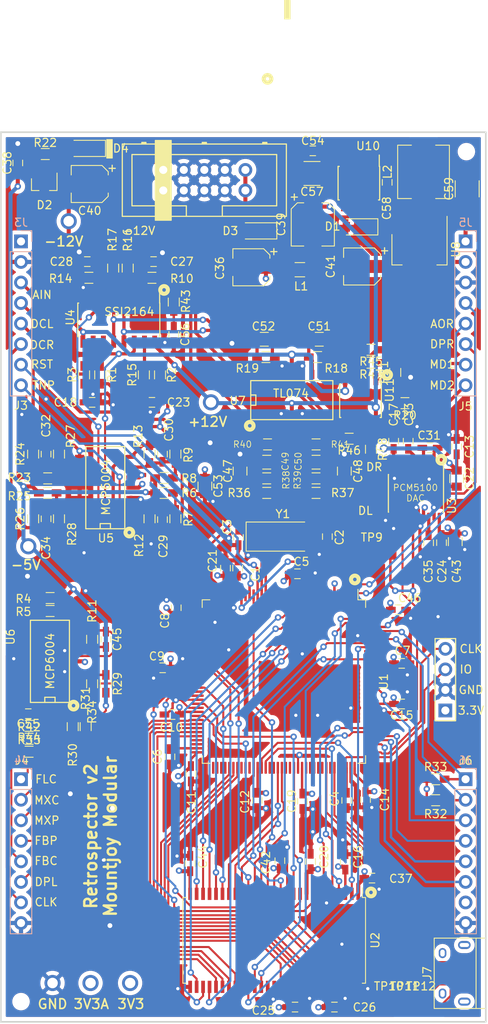
<source format=kicad_pcb>
(kicad_pcb (version 20171130) (host pcbnew "(5.1.9)-1")
  (layers (0 F.Cu signal) (1 Ground.Fill power hide) (2 Power.Rails power) (31 B.Cu signal) (34 B.Paste user) (35 F.Paste user) (36 B.SilkS user hide) (37 F.SilkS user) (38 B.Mask user) (39 F.Mask user) (44 Edge.Cuts user))
  (net 0 "")
  (net 1 GND)
  (net 2 "Net-(C2-Pad1)")
  (net 3 "Net-(C3-Pad1)")
  (net 4 VCC)
  (net 5 VEE)
  (net 6 -12V)
  (net 7 +12V)
  (net 8 +3.3VA)
  (net 9 "Net-(U1-Pad3)")
  (net 10 "Net-(U1-Pad4)")
  (net 11 "Net-(U1-Pad28)")
  (net 12 "Net-(C23-Pad1)")
  (net 13 "Net-(C27-Pad1)")
  (net 14 "Net-(C28-Pad1)")
  (net 15 "Net-(C31-Pad1)")
  (net 16 "Net-(C31-Pad2)")
  (net 17 "Net-(C32-Pad2)")
  (net 18 "Net-(C33-Pad1)")
  (net 19 "Net-(C34-Pad2)")
  (net 20 "Net-(C35-Pad2)")
  (net 21 "Net-(U1-Pad9)")
  (net 22 "Net-(U1-Pad20)")
  (net 23 "Net-(U1-Pad21)")
  (net 24 +3V3)
  (net 25 "Net-(C4-Pad1)")
  (net 26 "Net-(C6-Pad1)")
  (net 27 "Net-(C18-Pad1)")
  (net 28 /AUDIO_IN_L)
  (net 29 "Net-(C29-Pad2)")
  (net 30 /AUDIO_IN_R)
  (net 31 "Net-(C30-Pad2)")
  (net 32 /DELAY_CV_SCALED_L)
  (net 33 /DELAY_CV_SCALED_R)
  (net 34 /FEEDBACK_CV_SCALED)
  (net 35 "Net-(C45-Pad2)")
  (net 36 "Net-(C47-Pad1)")
  (net 37 "Net-(C48-Pad1)")
  (net 38 "Net-(C49-Pad2)")
  (net 39 "Net-(C50-Pad2)")
  (net 40 "Net-(C51-Pad1)")
  (net 41 /DRY_OUT_L)
  (net 42 "Net-(C52-Pad1)")
  (net 43 /DRY_OUT_R)
  (net 44 /SWIO)
  (net 45 /SWCLK)
  (net 46 /MODE1)
  (net 47 /MODE2)
  (net 48 /USB_VBUS)
  (net 49 /USB_DM)
  (net 50 /USB_DP)
  (net 51 /EXT_AUDIO_IN_L)
  (net 52 /EXT_AUDIO_IN_R)
  (net 53 /RESET)
  (net 54 /EXT_AUDIO_OUT_L)
  (net 55 /EXT_AUDIO_OUT_R)
  (net 56 /CLOCK)
  (net 57 /DELAY_CV_L)
  (net 58 /DELAY_POT_L)
  (net 59 /DELAY_CV_R)
  (net 60 /DELAY_POT_R)
  (net 61 /MIX_POT)
  (net 62 /MIX_CV)
  (net 63 /FEEDBACK_CV)
  (net 64 /FEEDBACK_POT)
  (net 65 "Net-(R1-Pad1)")
  (net 66 "Net-(R15-Pad2)")
  (net 67 "Net-(R10-Pad1)")
  (net 68 /DAC_OUT_AMP_L)
  (net 69 "Net-(R14-Pad1)")
  (net 70 /DAC_OUT_AMP_R)
  (net 71 "Net-(R29-Pad1)")
  (net 72 /WET_DRY_MIX)
  (net 73 /DAC_OUT_L)
  (net 74 /DAC_OUT_R)
  (net 75 /FMC_~BL1)
  (net 76 /FMC_~BL0)
  (net 77 /DAC_LRCLK)
  (net 78 /FMC_SD~E1)
  (net 79 /FMC_SDCKE1)
  (net 80 "Net-(U1-Pad134)")
  (net 81 "Net-(U1-Pad133)")
  (net 82 /FMC_~CAS)
  (net 83 "Net-(U1-Pad129)")
  (net 84 "Net-(U1-Pad128)")
  (net 85 "Net-(U1-Pad123)")
  (net 86 "Net-(U1-Pad122)")
  (net 87 "Net-(U1-Pad119)")
  (net 88 "Net-(U1-Pad118)")
  (net 89 "Net-(U1-Pad116)")
  (net 90 /FMC_D3)
  (net 91 /FMC_D2)
  (net 92 "Net-(U1-Pad110)")
  (net 93 "Net-(U1-Pad102)")
  (net 94 "Net-(U1-Pad100)")
  (net 95 "Net-(U1-Pad99)")
  (net 96 "Net-(U1-Pad96)")
  (net 97 /FMC_SDCLK)
  (net 98 "Net-(U1-Pad92)")
  (net 99 "Net-(U1-Pad91)")
  (net 100 /FMC_BA1)
  (net 101 /FMC_BA0)
  (net 102 "Net-(U1-Pad88)")
  (net 103 "Net-(U1-Pad87)")
  (net 104 /FMC_D1)
  (net 105 /FMC_D0)
  (net 106 "Net-(U1-Pad82)")
  (net 107 "Net-(U1-Pad81)")
  (net 108 "Net-(U1-Pad80)")
  (net 109 /FMC_D15)
  (net 110 /FMC_D14)
  (net 111 /FMC_D13)
  (net 112 /DAC_DATA)
  (net 113 "Net-(U1-Pad75)")
  (net 114 "Net-(U1-Pad74)")
  (net 115 "Net-(U1-Pad73)")
  (net 116 "Net-(U1-Pad70)")
  (net 117 /DAC_BCLK)
  (net 118 /FMC_D12)
  (net 119 /FMC_D11)
  (net 120 /FMC_D10)
  (net 121 /FMC_D9)
  (net 122 /FMC_D8)
  (net 123 /FMC_D7)
  (net 124 /FMC_D6)
  (net 125 /FMC_D5)
  (net 126 /FMC_D4)
  (net 127 /FMC_A11)
  (net 128 /FMC_A10)
  (net 129 /FMC_A9)
  (net 130 /FMC_A8)
  (net 131 /FMC_A7)
  (net 132 /FMC_A6)
  (net 133 /FMC_~RAS)
  (net 134 "Net-(U1-Pad48)")
  (net 135 /MIX_WET_CTL)
  (net 136 /MIX_DRY_CTL)
  (net 137 /FMC_SD~WE)
  (net 138 "Net-(U1-Pad22)")
  (net 139 "Net-(U1-Pad19)")
  (net 140 "Net-(U1-Pad18)")
  (net 141 /FMC_A5)
  (net 142 /FMC_A4)
  (net 143 /FMC_A3)
  (net 144 /FMC_A2)
  (net 145 /FMC_A1)
  (net 146 /FMC_A0)
  (net 147 "Net-(U1-Pad8)")
  (net 148 "Net-(U1-Pad7)")
  (net 149 "Net-(U1-Pad5)")
  (net 150 /CLOCK_SCALED)
  (net 151 "Net-(U2-Pad40)")
  (net 152 "Net-(U2-Pad36)")
  (net 153 "Net-(U1-Pad76)")
  (net 154 "Net-(U1-Pad69)")
  (net 155 "Net-(U1-Pad98)")
  (net 156 "Net-(U1-Pad97)")
  (net 157 /TONE_POT)
  (net 158 "Net-(J7-Pad4)")
  (net 159 "Net-(J7-Pad6)")
  (net 160 "Net-(C56-Pad1)")
  (net 161 "Net-(R43-Pad2)")
  (net 162 "Net-(C58-Pad2)")
  (net 163 "Net-(U10-Pad2)")
  (net 164 "Net-(U10-Pad3)")
  (net 165 "Net-(U10-Pad5)")
  (net 166 /-5V_REF)
  (net 167 /VSW)
  (net 168 +5V)
  (net 169 /FILTER_CV_SCALED)
  (net 170 "Net-(C55-Pad2)")
  (net 171 /CHORUS)
  (net 172 /PINGPONG)
  (net 173 /HP_MODE)
  (net 174 /LP_MODE)
  (net 175 /LED_I2C_CLK)
  (net 176 /LED_I2C_DATA)
  (net 177 /FILTER_CV)
  (net 178 "Net-(R20-Pad2)")
  (net 179 "Net-(R21-Pad2)")
  (net 180 "Net-(R45-Pad1)")
  (net 181 "Net-(R46-Pad1)")
  (net 182 "Net-(U1-Pad126)")
  (net 183 "Net-(U1-Pad124)")
  (module TO_SOT_Packages_SMD:SOT-223-3_TabPin2 (layer F.Cu) (at 151.8 64.5 270)
    (fp_text reference U8 (at 0 -4.5 90) (layer F.SilkS))
    (fp_text value LD1117-3.3-4Tab)
    (pad 2 smd rect (at 3.15 0 270) (size 2 3.8) (layers F.Cu F.Paste F.Mask) (net 24 +3V3))
    (pad 2 smd rect (at -3.15 0 270) (size 2 1.5) (layers F.Cu F.Paste F.Mask) (net 24 +3V3))
    (pad 3 smd rect (at -3.15 2.3 270) (size 2 1.5) (layers F.Cu F.Paste F.Mask) (net 168 +5V))
    (pad 1 smd rect (at -3.15 -2.3 270) (size 2 1.5) (layers F.Cu F.Paste F.Mask) (net 1 GND))
  )
  (module Capacitors_SMD:CP_Elec_4x5.8 (layer F.Cu) (at 144.7 66.6 180)
    (fp_text reference C41 (at 3.9 0 270) (layer F.SilkS))
    (fp_text value 47uF)
    (fp_text user + (at -2.78 2.01) (layer F.SilkS))
    (pad 1 smd rect (at -1.8 0) (size 2.6 1.6) (layers F.Cu F.Paste F.Mask) (net 24 +3V3))
    (pad 2 smd rect (at 1.8 0) (size 2.6 1.6) (layers F.Cu F.Paste F.Mask) (net 1 GND))
  )
  (module Custom_Footprints:TDK_Inductor_6.9x7.2 (layer F.Cu) (at 152.3 54.9 90)
    (fp_text reference L2 (at 0 -4.45 90) (layer F.SilkS))
    (fp_text value 68uH hide)
    (pad 2 smd rect (at 3 0 90) (size 2 2.4) (layers F.Cu F.Paste F.Mask) (net 168 +5V))
    (pad 1 smd rect (at -3 0 90) (size 2 2.4) (layers F.Cu F.Paste F.Mask) (net 167 /VSW))
  )
  (module Capacitors_SMD:C_1210 (layer F.Cu) (at 157.7 57 90)
    (fp_text reference C59 (at 0 -2.25 90) (layer F.SilkS))
    (fp_text value 47uF)
    (pad 1 smd rect (at -1.5 0 90) (size 1 2.5) (layers F.Cu F.Paste F.Mask) (net 168 +5V))
    (pad 2 smd rect (at 1.5 0 90) (size 1 2.5) (layers F.Cu F.Paste F.Mask) (net 1 GND))
  )
  (module Capacitors_SMD:C_1210 (layer F.Cu) (at 138.5 55.1 180)
    (fp_text reference C57 (at 0 -2.25) (layer F.SilkS))
    (fp_text value 22uF)
    (pad 1 smd rect (at -1.5 0 180) (size 1 2.5) (layers F.Cu F.Paste F.Mask) (net 4 VCC))
    (pad 2 smd rect (at 1.5 0 180) (size 1 2.5) (layers F.Cu F.Paste F.Mask) (net 1 GND))
  )
  (module Capacitors_SMD:C_0603_HandSoldering (layer F.Cu) (at 147.8 56.2 90)
    (fp_text reference C58 (at -3.2 -0.05 90) (layer F.SilkS))
    (fp_text value 10nF)
    (pad 1 smd rect (at -0.95 0 90) (size 1.2 0.75) (layers F.Cu F.Paste F.Mask) (net 167 /VSW))
    (pad 2 smd rect (at 0.95 0 90) (size 1.2 0.75) (layers F.Cu F.Paste F.Mask) (net 162 "Net-(C58-Pad2)"))
  )
  (module Diodes_SMD:D_SOD-123 (layer F.Cu) (at 144.4 61.7 180)
    (fp_text reference D1 (at 3.35 0.05) (layer F.SilkS))
    (fp_text value 1N5819)
    (pad 1 smd rect (at -1.65 0 180) (size 0.9 1.2) (layers F.Cu F.Paste F.Mask) (net 167 /VSW))
    (pad 2 smd rect (at 1.65 0 180) (size 0.9 1.2) (layers F.Cu F.Paste F.Mask) (net 1 GND))
  )
  (module Housings_SOIC:SOIC-8_3.9x4.9mm_Pitch1.27mm (layer F.Cu) (at 144.3 56.3 270)
    (fp_text reference U10 (at -4.6 -1.15 180) (layer F.SilkS))
    (fp_text value LM2675M-5)
    (pad 1 smd rect (at -2.7 -1.905 270) (size 1.55 0.6) (layers F.Cu F.Paste F.Mask) (net 162 "Net-(C58-Pad2)"))
    (pad 2 smd rect (at -2.7 -0.635 270) (size 1.55 0.6) (layers F.Cu F.Paste F.Mask) (net 163 "Net-(U10-Pad2)"))
    (pad 3 smd rect (at -2.7 0.635 270) (size 1.55 0.6) (layers F.Cu F.Paste F.Mask) (net 164 "Net-(U10-Pad3)"))
    (pad 4 smd rect (at -2.7 1.905 270) (size 1.55 0.6) (layers F.Cu F.Paste F.Mask) (net 168 +5V))
    (pad 5 smd rect (at 2.7 1.905 270) (size 1.55 0.6) (layers F.Cu F.Paste F.Mask) (net 165 "Net-(U10-Pad5)"))
    (pad 6 smd rect (at 2.7 0.635 270) (size 1.55 0.6) (layers F.Cu F.Paste F.Mask) (net 1 GND))
    (pad 7 smd rect (at 2.7 -0.635 270) (size 1.55 0.6) (layers F.Cu F.Paste F.Mask) (net 4 VCC))
    (pad 8 smd rect (at 2.7 -1.905 270) (size 1.55 0.6) (layers F.Cu F.Paste F.Mask) (net 167 /VSW))
  )
  (module Pin_Headers:Pin_Header_Straight_1x08_Pitch2.54mm (layer B.Cu) (at 157.5 130 180)
    (fp_text reference J6 (at 0 2.33) (layer B.SilkS) (effects (justify mirror)))
    (fp_text value Conn_01x08_Male)
    (pad 1 thru_hole rect (at 0 0 180) (size 1.7 1.7) (drill 1) (layers *.Cu *.Mask) (net 175 /LED_I2C_CLK))
    (pad 2 thru_hole oval (at 0 -2.54 180) (size 1.7 1.7) (drill 1) (layers *.Cu *.Mask) (net 176 /LED_I2C_DATA))
    (pad 3 thru_hole oval (at 0 -5.08 180) (size 1.7 1.7) (drill 1) (layers *.Cu *.Mask) (net 172 /PINGPONG))
    (pad 4 thru_hole oval (at 0 -7.62 180) (size 1.7 1.7) (drill 1) (layers *.Cu *.Mask) (net 171 /CHORUS))
    (pad 5 thru_hole oval (at 0 -10.16 180) (size 1.7 1.7) (drill 1) (layers *.Cu *.Mask) (net 173 /HP_MODE))
    (pad 6 thru_hole oval (at 0 -12.7 180) (size 1.7 1.7) (drill 1) (layers *.Cu *.Mask) (net 174 /LP_MODE))
    (pad 7 thru_hole oval (at 0 -15.24 180) (size 1.7 1.7) (drill 1) (layers *.Cu *.Mask) (net 8 +3.3VA))
    (pad 8 thru_hole oval (at 0 -17.78 180) (size 1.7 1.7) (drill 1) (layers *.Cu *.Mask) (net 1 GND))
  )
  (module Resistors_SMD:R_0603_HandSoldering (layer F.Cu) (at 153.8 130 180)
    (fp_text reference R33 (at 0 1.52) (layer F.SilkS))
    (fp_text value 4k7)
    (pad 1 smd rect (at -1.1 0 180) (size 1.2 0.9) (layers F.Cu F.Paste F.Mask) (net 175 /LED_I2C_CLK))
    (pad 2 smd rect (at 1.1 0 180) (size 1.2 0.9) (layers F.Cu F.Paste F.Mask) (net 24 +3V3))
  )
  (module Resistors_SMD:R_0603_HandSoldering (layer F.Cu) (at 110.5 123.5 270)
    (fp_text reference R31 (at -3.5 0 90) (layer F.SilkS))
    (fp_text value 47k)
    (pad 1 smd rect (at -1.1 0 270) (size 1.2 0.9) (layers F.Cu F.Paste F.Mask) (net 71 "Net-(R29-Pad1)"))
    (pad 2 smd rect (at 1.1 0 270) (size 1.2 0.9) (layers F.Cu F.Paste F.Mask) (net 61 /MIX_POT))
  )
  (module Measurement_Points:Measurement_Point_Square-SMD-Pad_Small (layer F.Cu) (at 152 157.6)
    (fp_text reference TP12 (at 0 -2) (layer F.SilkS))
    (fp_text value TestPoint)
    (pad 1 smd rect (at 0 0) (size 1.5 1.5) (layers F.Cu F.Mask) (net 48 /USB_VBUS))
  )
  (module Measurement_Points:Measurement_Point_Square-SMD-Pad_Small (layer F.Cu) (at 150 157.6)
    (fp_text reference TP11 (at 0 -2) (layer F.SilkS))
    (fp_text value TestPoint)
    (pad 1 smd rect (at 0 0) (size 1.5 1.5) (layers F.Cu F.Mask) (net 49 /USB_DM))
  )
  (module Measurement_Points:Measurement_Point_Square-SMD-Pad_Small (layer F.Cu) (at 148 157.6)
    (fp_text reference TP10 (at 0 -2) (layer F.SilkS))
    (fp_text value TestPoint)
    (pad 1 smd rect (at 0 0) (size 1.5 1.5) (layers F.Cu F.Mask) (net 50 /USB_DP))
  )
  (module Measurement_Points:Measurement_Point_Square-SMD-Pad_Small (layer F.Cu) (at 145.9 102.1)
    (fp_text reference TP9 (at 0 -2) (layer F.SilkS))
    (fp_text value TestPoint)
    (pad 1 smd rect (at 0 0) (size 1.5 1.5) (layers F.Cu F.Mask) (net 117 /DAC_BCLK))
  )
  (module Resistors_SMD:R_0603_HandSoldering (layer F.Cu) (at 145.8 89.2 270)
    (fp_text reference R48 (at 0 -1.45 90) (layer F.SilkS))
    (fp_text value 10k)
    (pad 1 smd rect (at -1.1 0 270) (size 1.2 0.9) (layers F.Cu F.Paste F.Mask) (net 178 "Net-(R20-Pad2)"))
    (pad 2 smd rect (at 1.1 0 270) (size 1.2 0.9) (layers F.Cu F.Paste F.Mask) (net 181 "Net-(R46-Pad1)"))
  )
  (module Resistors_SMD:R_0603_HandSoldering (layer F.Cu) (at 145.8 78.5 180)
    (fp_text reference R47 (at 0 -1.45) (layer F.SilkS))
    (fp_text value 10k)
    (pad 1 smd rect (at -1.1 0 180) (size 1.2 0.9) (layers F.Cu F.Paste F.Mask) (net 179 "Net-(R21-Pad2)"))
    (pad 2 smd rect (at 1.1 0 180) (size 1.2 0.9) (layers F.Cu F.Paste F.Mask) (net 180 "Net-(R45-Pad1)"))
  )
  (module Resistors_SMD:R_0603_HandSoldering (layer F.Cu) (at 143.1 87.9 180)
    (fp_text reference R46 (at 0 -1.45) (layer F.SilkS))
    (fp_text value 10k)
    (pad 1 smd rect (at -1.1 0 180) (size 1.2 0.9) (layers F.Cu F.Paste F.Mask) (net 181 "Net-(R46-Pad1)"))
    (pad 2 smd rect (at 1.1 0 180) (size 1.2 0.9) (layers F.Cu F.Paste F.Mask) (net 42 "Net-(C52-Pad1)"))
  )
  (module Resistors_SMD:R_0603_HandSoldering (layer F.Cu) (at 145.8 76.9 180)
    (fp_text reference R45 (at 0 -1.45) (layer F.SilkS))
    (fp_text value 10k)
    (pad 1 smd rect (at -1.1 0 180) (size 1.2 0.9) (layers F.Cu F.Paste F.Mask) (net 180 "Net-(R45-Pad1)"))
    (pad 2 smd rect (at 1.1 0 180) (size 1.2 0.9) (layers F.Cu F.Paste F.Mask) (net 40 "Net-(C51-Pad1)"))
  )
  (module Resistors_SMD:R_0603_HandSoldering (layer F.Cu) (at 103.5 123.4 180)
    (fp_text reference R44 (at 0 -1.45) (layer F.SilkS))
    (fp_text value 47k)
    (pad 1 smd rect (at -1.1 0 180) (size 1.2 0.9) (layers F.Cu F.Paste F.Mask) (net 169 /FILTER_CV_SCALED))
    (pad 2 smd rect (at 1.1 0 180) (size 1.2 0.9) (layers F.Cu F.Paste F.Mask) (net 170 "Net-(C55-Pad2)"))
  )
  (module Resistors_SMD:R_0603_HandSoldering (layer F.Cu) (at 103.5 125)
    (fp_text reference R42 (at 0 -1.45) (layer F.SilkS))
    (fp_text value 100k)
    (pad 1 smd rect (at -1.1 0) (size 1.2 0.9) (layers F.Cu F.Paste F.Mask) (net 170 "Net-(C55-Pad2)"))
    (pad 2 smd rect (at 1.1 0) (size 1.2 0.9) (layers F.Cu F.Paste F.Mask) (net 177 /FILTER_CV))
  )
  (module Resistors_SMD:R_0603_HandSoldering (layer F.Cu) (at 103.5 126.6)
    (fp_text reference R35 (at 0 -1.45) (layer F.SilkS))
    (fp_text value 68k)
    (pad 1 smd rect (at -1.1 0) (size 1.2 0.9) (layers F.Cu F.Paste F.Mask) (net 170 "Net-(C55-Pad2)"))
    (pad 2 smd rect (at 1.1 0) (size 1.2 0.9) (layers F.Cu F.Paste F.Mask) (net 166 /-5V_REF))
  )
  (module Capacitors_SMD:C_0603_HandSoldering (layer F.Cu) (at 103.4 121.9 180)
    (fp_text reference C55 (at 0 -1.25) (layer F.SilkS))
    (fp_text value 1.5nF)
    (pad 1 smd rect (at -0.95 0 180) (size 1.2 0.75) (layers F.Cu F.Paste F.Mask) (net 169 /FILTER_CV_SCALED))
    (pad 2 smd rect (at 0.95 0 180) (size 1.2 0.75) (layers F.Cu F.Paste F.Mask) (net 170 "Net-(C55-Pad2)"))
  )
  (module Capacitors_SMD:C_0603_HandSoldering (layer F.Cu) (at 138.6 52.3)
    (fp_text reference C54 (at 0 -1.25) (layer F.SilkS))
    (fp_text value 100nF)
    (pad 1 smd rect (at -0.95 0) (size 1.2 0.75) (layers F.Cu F.Paste F.Mask) (net 1 GND))
    (pad 2 smd rect (at 0.95 0) (size 1.2 0.75) (layers F.Cu F.Paste F.Mask) (net 4 VCC))
  )
  (module Capacitors_SMD:CP_Elec_5x5.7 (layer F.Cu) (at 138.6 61.4 270)
    (fp_text reference C39 (at 0 3.92 90) (layer F.SilkS))
    (fp_text value 47uF)
    (fp_text user + (at -3.38 2.36 90) (layer F.SilkS))
    (pad 1 smd rect (at -2.2 0 90) (size 3 1.6) (layers F.Cu F.Paste F.Mask) (net 4 VCC))
    (pad 2 smd rect (at 2.2 0 90) (size 3 1.6) (layers F.Cu F.Paste F.Mask) (net 1 GND))
  )
  (module Housings_SOIC:SOIC-8_3.9x4.9mm_Pitch1.27mm (layer F.Cu) (at 144.5 83.2 270)
    (fp_text reference U11 (at -1.3 -3.6 90) (layer F.SilkS))
    (fp_text value TL072)
    (pad 1 smd rect (at -2.7 -1.905 270) (size 1.55 0.6) (layers F.Cu F.Paste F.Mask) (net 179 "Net-(R21-Pad2)"))
    (pad 2 smd rect (at -2.7 -0.635 270) (size 1.55 0.6) (layers F.Cu F.Paste F.Mask) (net 180 "Net-(R45-Pad1)"))
    (pad 3 smd rect (at -2.7 0.635 270) (size 1.55 0.6) (layers F.Cu F.Paste F.Mask) (net 1 GND))
    (pad 4 smd rect (at -2.7 1.905 270) (size 1.55 0.6) (layers F.Cu F.Paste F.Mask) (net 5 VEE))
    (pad 5 smd rect (at 2.7 1.905 270) (size 1.55 0.6) (layers F.Cu F.Paste F.Mask) (net 1 GND))
    (pad 6 smd rect (at 2.7 0.635 270) (size 1.55 0.6) (layers F.Cu F.Paste F.Mask) (net 181 "Net-(R46-Pad1)"))
    (pad 7 smd rect (at 2.7 -0.635 270) (size 1.55 0.6) (layers F.Cu F.Paste F.Mask) (net 178 "Net-(R20-Pad2)"))
    (pad 8 smd rect (at 2.7 -1.905 270) (size 1.55 0.6) (layers F.Cu F.Paste F.Mask) (net 4 VCC))
  )
  (module Custom_Footprints:SSOP-20_4.4x6.5mm_Pitch0.65mm_Round_Pads (layer F.Cu) (at 151.325 94.65 270)
    (fp_text reference U3 (at 1.55 -4.475 270) (layer F.SilkS))
    (fp_text value PCM5100APW hide)
    (pad 20 smd roundrect (at 2.9 -2.925 270) (size 1 0.4) (layers F.Cu F.Paste F.Mask) (net 24 +3V3))
    (pad 19 smd roundrect (at 2.9 -2.275 270) (size 1 0.4) (layers F.Cu F.Paste F.Mask) (net 1 GND))
    (pad 18 smd roundrect (at 2.9 -1.625 270) (size 1 0.4) (layers F.Cu F.Paste F.Mask) (net 20 "Net-(C35-Pad2)"))
    (pad 17 smd roundrect (at 2.9 -0.975 270) (size 1 0.4) (layers F.Cu F.Paste F.Mask) (net 24 +3V3))
    (pad 16 smd roundrect (at 2.9 -0.325 270) (size 1 0.4) (layers F.Cu F.Paste F.Mask) (net 1 GND))
    (pad 15 smd roundrect (at 2.9 0.325 270) (size 1 0.4) (layers F.Cu F.Paste F.Mask) (net 77 /DAC_LRCLK))
    (pad 14 smd roundrect (at 2.9 0.975 270) (size 1 0.4) (layers F.Cu F.Paste F.Mask) (net 112 /DAC_DATA))
    (pad 13 smd roundrect (at 2.9 1.625 270) (size 1 0.4) (layers F.Cu F.Paste F.Mask) (net 117 /DAC_BCLK))
    (pad 12 smd roundrect (at 2.9 2.275 270) (size 1 0.4) (layers F.Cu F.Paste F.Mask) (net 1 GND))
    (pad 11 smd roundrect (at 2.9 2.925 270) (size 1 0.4) (layers F.Cu F.Paste F.Mask) (net 1 GND))
    (pad 10 smd roundrect (at -2.9 2.925 270) (size 1 0.4) (layers F.Cu F.Paste F.Mask) (net 1 GND))
    (pad 9 smd roundrect (at -2.9 2.275 270) (size 1 0.4) (layers F.Cu F.Paste F.Mask) (net 1 GND))
    (pad 8 smd roundrect (at -2.9 1.625 270) (size 1 0.4) (layers F.Cu F.Paste F.Mask) (net 8 +3.3VA))
    (pad 7 smd roundrect (at -2.9 0.975 270) (size 1 0.4) (layers F.Cu F.Paste F.Mask) (net 74 /DAC_OUT_R))
    (pad 6 smd roundrect (at -2.9 0.325 270) (size 1 0.4) (layers F.Cu F.Paste F.Mask) (net 73 /DAC_OUT_L))
    (pad 5 smd roundrect (at -2.9 -0.325 270) (size 1 0.4) (layers F.Cu F.Paste F.Mask) (net 18 "Net-(C33-Pad1)"))
    (pad 4 smd roundrect (at -2.9 -0.975 270) (size 1 0.4) (layers F.Cu F.Paste F.Mask) (net 16 "Net-(C31-Pad2)"))
    (pad 3 smd roundrect (at -2.9 -1.625 270) (size 1 0.4) (layers F.Cu F.Paste F.Mask) (net 1 GND))
    (pad 2 smd roundrect (at -2.9 -2.275 270) (size 1 0.4) (layers F.Cu F.Paste F.Mask) (net 15 "Net-(C31-Pad1)"))
    (pad 1 smd roundrect (at -2.9 -2.925 270) (size 1 0.4) (layers F.Cu F.Paste F.Mask) (net 8 +3.3VA))
  )
  (module Measurement_Points:Measurement_Point_Square-SMD-Pad_Small (layer F.Cu) (at 143.6 102.1)
    (fp_text reference TP8 hide)
    (fp_text value TestPoint)
    (pad 1 smd rect (at 0 0) (size 1.5 1.5) (layers F.Cu F.Mask) (net 112 /DAC_DATA))
  )
  (module Measurement_Points:Measurement_Point_Square-SMD-Pad_Small (layer F.Cu) (at 148.2 102.1)
    (fp_text reference TP7 hide)
    (fp_text value TestPoint)
    (pad 1 smd rect (at 0 0) (size 1.5 1.5) (layers F.Cu F.Mask) (net 77 /DAC_LRCLK))
  )
  (module Custom_Footprints:1.3mm_Test_Point (layer F.Cu) (at 126 83.4)
    (fp_text reference TP5 hide)
    (fp_text value TestPoint)
    (pad 1 thru_hole circle (at 0 0) (size 2 2) (drill 1.3) (layers *.Cu *.Mask) (net 4 VCC))
  )
  (module Custom_Footprints:1.3mm_Test_Point (layer F.Cu) (at 108.4 61)
    (fp_text reference TP6 hide)
    (fp_text value TestPoint)
    (pad 1 thru_hole circle (at 0 0) (size 2 2) (drill 1.3) (layers *.Cu *.Mask) (net 5 VEE))
  )
  (module Custom_Footprints:1.3mm_Test_Point (layer F.Cu) (at 103.4 101.2)
    (fp_text reference TP4 hide)
    (fp_text value TestPoint)
    (pad 1 thru_hole circle (at 0 0) (size 2 2) (drill 1.3) (layers *.Cu *.Mask) (net 166 /-5V_REF))
  )
  (module Custom_Footprints:1.3mm_Test_Point (layer F.Cu) (at 111.1 155.2)
    (fp_text reference TP3 hide)
    (fp_text value TestPoint)
    (pad 1 thru_hole circle (at 0 0) (size 2 2) (drill 1.3) (layers *.Cu *.Mask) (net 8 +3.3VA))
  )
  (module Custom_Footprints:1.3mm_Test_Point (layer F.Cu) (at 116 155.2)
    (fp_text reference TP2 hide)
    (fp_text value TestPoint)
    (pad 1 thru_hole circle (at 0 0) (size 2 2) (drill 1.3) (layers *.Cu *.Mask) (net 24 +3V3))
  )
  (module Custom_Footprints:1.3mm_Test_Point (layer F.Cu) (at 106.4 155.2)
    (fp_text reference TP1 hide)
    (fp_text value TestPoint)
    (pad 1 thru_hole circle (at 0 0) (size 2 2) (drill 1.3) (layers *.Cu *.Mask) (net 1 GND))
  )
  (module Capacitors_SMD:CP_Elec_4x5.8 (layer F.Cu) (at 111 56.4 180)
    (fp_text reference C40 (at 0 -3.3) (layer F.SilkS))
    (fp_text value 22uF)
    (fp_text user + (at -2.78 2.01) (layer F.SilkS))
    (pad 1 smd rect (at -1.8 0) (size 2.6 1.6) (layers F.Cu F.Paste F.Mask) (net 1 GND))
    (pad 2 smd rect (at 1.8 0) (size 2.6 1.6) (layers F.Cu F.Paste F.Mask) (net 5 VEE))
  )
  (module Capacitors_SMD:CP_Elec_4x5.8 (layer F.Cu) (at 131 66.7 180)
    (fp_text reference C36 (at 3.9 -0.1 270) (layer F.SilkS))
    (fp_text value 22uF)
    (fp_text user + (at -2.78 2.01) (layer F.SilkS))
    (pad 1 smd rect (at -1.8 0) (size 2.6 1.6) (layers F.Cu F.Paste F.Mask) (net 8 +3.3VA))
    (pad 2 smd rect (at 1.8 0) (size 2.6 1.6) (layers F.Cu F.Paste F.Mask) (net 1 GND))
  )
  (module Resistors_SMD:R_0603_HandSoldering (layer F.Cu) (at 121.4 71 90)
    (fp_text reference R43 (at 0.1 1.5 90) (layer F.SilkS))
    (fp_text value 100R)
    (pad 1 smd rect (at -1.1 0 90) (size 1.2 0.9) (layers F.Cu F.Paste F.Mask) (net 160 "Net-(C56-Pad1)"))
    (pad 2 smd rect (at 1.1 0 90) (size 1.2 0.9) (layers F.Cu F.Paste F.Mask) (net 161 "Net-(R43-Pad2)"))
  )
  (module Resistors_SMD:R_0603_HandSoldering (layer F.Cu) (at 105.5 52.7 180)
    (fp_text reference R22 (at 0 1.4) (layer F.SilkS))
    (fp_text value 2k2)
    (pad 1 smd rect (at -1.1 0 180) (size 1.2 0.9) (layers F.Cu F.Paste F.Mask) (net 5 VEE))
    (pad 2 smd rect (at 1.1 0 180) (size 1.2 0.9) (layers F.Cu F.Paste F.Mask) (net 166 /-5V_REF))
  )
  (module Capacitors_SMD:C_0603_HandSoldering (layer F.Cu) (at 121.4 75 270)
    (fp_text reference C56 (at 0 -1.4 90) (layer F.SilkS))
    (fp_text value 10nF)
    (pad 1 smd rect (at -0.95 0 270) (size 1.2 0.75) (layers F.Cu F.Paste F.Mask) (net 160 "Net-(C56-Pad1)"))
    (pad 2 smd rect (at 0.95 0 270) (size 1.2 0.75) (layers F.Cu F.Paste F.Mask) (net 1 GND))
  )
  (module Capacitors_SMD:C_0603_HandSoldering (layer F.Cu) (at 102.1 53.8 270)
    (fp_text reference C38 (at 0 1.3 90) (layer F.SilkS))
    (fp_text value 100nF)
    (pad 1 smd rect (at -0.95 0 270) (size 1.2 0.75) (layers F.Cu F.Paste F.Mask) (net 1 GND))
    (pad 2 smd rect (at 0.95 0 270) (size 1.2 0.75) (layers F.Cu F.Paste F.Mask) (net 166 /-5V_REF))
  )
  (module Custom_Footprints:JLC_SMT_Tooling_Hole (layer F.Cu) (at 157.6 52.4)
    (fp_text reference H1 hide)
    (fp_text value JLC_Tooling_Hole hide)
    (pad "" np_thru_hole circle (at 0 0) (size 1.152 1.152) (drill 1.152) (layers *.Cu *.Mask))
  )
  (module Custom_Footprints:JLC_SMT_Tooling_Hole (layer F.Cu) (at 102.5 157.5)
    (fp_text reference H2 hide)
    (fp_text value JLC_Tooling_Hole hide)
    (pad "" np_thru_hole circle (at 0 0) (size 1.152 1.152) (drill 1.152) (layers *.Cu *.Mask))
  )
  (module Crystals:Crystal_SMD_5032-2pin_5.0x3.2mm_HandSoldering (layer F.Cu) (at 134.9 100)
    (fp_text reference Y1 (at 0 -2.8) (layer F.SilkS))
    (fp_text value "8MHz 20pF")
    (pad 1 smd rect (at -2.6 0) (size 3.5 2.4) (layers F.Cu F.Paste F.Mask) (net 3 "Net-(C3-Pad1)"))
    (pad 2 smd rect (at 2.6 0) (size 3.5 2.4) (layers F.Cu F.Paste F.Mask) (net 2 "Net-(C2-Pad1)"))
  )
  (module Capacitors_SMD:C_0603_HandSoldering (layer F.Cu) (at 150.4 88.2 90)
    (fp_text reference C33 (at 3.3 0.1 90) (layer F.SilkS))
    (fp_text value 2.2uF)
    (pad 1 smd rect (at -0.95 0 90) (size 1.2 0.75) (layers F.Cu F.Paste F.Mask) (net 18 "Net-(C33-Pad1)"))
    (pad 2 smd rect (at 0.95 0 90) (size 1.2 0.75) (layers F.Cu F.Paste F.Mask) (net 1 GND))
  )
  (module Capacitors_SMD:C_0603_HandSoldering (layer F.Cu) (at 153.1 89.025 180)
    (fp_text reference C31 (at 0.1 1.525) (layer F.SilkS))
    (fp_text value 2.2uF)
    (pad 1 smd rect (at -0.95 0 180) (size 1.2 0.75) (layers F.Cu F.Paste F.Mask) (net 15 "Net-(C31-Pad1)"))
    (pad 2 smd rect (at 0.95 0 180) (size 1.2 0.75) (layers F.Cu F.Paste F.Mask) (net 16 "Net-(C31-Pad2)"))
  )
  (module Capacitors_SMD:C_0603_HandSoldering (layer F.Cu) (at 120.925 127.225 270)
    (fp_text reference C6 (at 0 1.525 90) (layer F.SilkS))
    (fp_text value 2.2uF)
    (pad 1 smd rect (at -0.95 0 270) (size 1.2 0.75) (layers F.Cu F.Paste F.Mask) (net 26 "Net-(C6-Pad1)"))
    (pad 2 smd rect (at 0.95 0 270) (size 1.2 0.75) (layers F.Cu F.Paste F.Mask) (net 1 GND))
  )
  (module Capacitors_SMD:C_0603_HandSoldering (layer F.Cu) (at 142.8 132.625 270)
    (fp_text reference C4 (at -0.225 1.5 90) (layer F.SilkS))
    (fp_text value 2.2uF)
    (pad 1 smd rect (at -0.95 0 270) (size 1.2 0.75) (layers F.Cu F.Paste F.Mask) (net 25 "Net-(C4-Pad1)"))
    (pad 2 smd rect (at 0.95 0 270) (size 1.2 0.75) (layers F.Cu F.Paste F.Mask) (net 1 GND))
  )
  (module Capacitors_SMD:C_0805 (layer F.Cu) (at 125.25 93.75 270)
    (fp_text reference C53 (at 0 -1.65 90) (layer F.SilkS))
    (fp_text value 10uF)
    (pad 1 smd rect (at -1 0 270) (size 1 1.25) (layers F.Cu F.Paste F.Mask) (net 8 +3.3VA))
    (pad 2 smd rect (at 1 0 270) (size 1 1.25) (layers F.Cu F.Paste F.Mask) (net 1 GND))
  )
  (module Custom_Footprints:USB_Micro-B_Amphenol (layer F.Cu) (at 156 154 90)
    (fp_text reference J7 (at 0 -3.24 90) (layer F.SilkS))
    (fp_text value USB_B_Micro)
    (pad 1 smd rect (at -1.3 -1.35 180) (size 1.35 0.4) (layers F.Cu F.Paste F.Mask) (net 48 /USB_VBUS))
    (pad 2 smd rect (at -0.65 -1.35 180) (size 1.35 0.4) (layers F.Cu F.Paste F.Mask) (net 49 /USB_DM))
    (pad 3 smd rect (at 0 -1.35 180) (size 1.35 0.4) (layers F.Cu F.Paste F.Mask) (net 50 /USB_DP))
    (pad 4 smd rect (at 0.65 -1.35 180) (size 1.35 0.4) (layers F.Cu F.Paste F.Mask) (net 158 "Net-(J7-Pad4)"))
    (pad 5 smd rect (at 1.3 -1.35 180) (size 1.35 0.4) (layers F.Cu F.Paste F.Mask) (net 1 GND))
    (pad "" thru_hole oval (at -2.5 -1.35 180) (size 0.95 1.25) (drill oval 0.55 0.85) (layers *.Cu *.Mask))
    (pad "" thru_hole oval (at 2.5 -1.35 180) (size 0.95 1.25) (drill oval 0.55 0.85) (layers *.Cu *.Mask))
    (pad 6 thru_hole oval (at -3.5 1.35 180) (size 1.55 1) (drill oval 1.15 0.5) (layers *.Cu *.Mask) (net 159 "Net-(J7-Pad6)"))
    (pad "" thru_hole oval (at 3.5 1.35 180) (size 1.55 1) (drill oval 1.15 0.5) (layers *.Cu *.Mask))
  )
  (module Inductors_SMD:L_0805_HandSoldering (layer F.Cu) (at 137 67)
    (fp_text reference L1 (at 0.15 2.05) (layer F.SilkS))
    (fp_text value L)
    (pad 1 smd rect (at -1.35 0) (size 1.5 1.3) (layers F.Cu F.Paste F.Mask) (net 8 +3.3VA))
    (pad 2 smd rect (at 1.35 0) (size 1.5 1.3) (layers F.Cu F.Paste F.Mask) (net 24 +3V3))
  )
  (module Pin_Headers:Pin_Header_Straight_1x08_Pitch2.54mm (layer B.Cu) (at 157.5 63.5 180)
    (fp_text reference J5 (at 0 2.33) (layer B.SilkS) (effects (justify mirror)))
    (fp_text value Conn_01x08_Male)
    (pad 1 thru_hole rect (at 0 0 180) (size 1.7 1.7) (drill 1) (layers *.Cu *.Mask) (net 168 +5V))
    (pad 2 thru_hole oval (at 0 -2.54 180) (size 1.7 1.7) (drill 1) (layers *.Cu *.Mask) (net 24 +3V3))
    (pad 3 thru_hole oval (at 0 -5.08 180) (size 1.7 1.7) (drill 1) (layers *.Cu *.Mask) (net 1 GND))
    (pad 4 thru_hole oval (at 0 -7.62 180) (size 1.7 1.7) (drill 1) (layers *.Cu *.Mask) (net 46 /MODE1))
    (pad 5 thru_hole oval (at 0 -10.16 180) (size 1.7 1.7) (drill 1) (layers *.Cu *.Mask) (net 47 /MODE2))
    (pad 6 thru_hole oval (at 0 -12.7 180) (size 1.7 1.7) (drill 1) (layers *.Cu *.Mask) (net 60 /DELAY_POT_R))
    (pad 7 thru_hole oval (at 0 -15.24 180) (size 1.7 1.7) (drill 1) (layers *.Cu *.Mask) (net 54 /EXT_AUDIO_OUT_L))
    (pad 8 thru_hole oval (at 0 -17.78 180) (size 1.7 1.7) (drill 1) (layers *.Cu *.Mask) (net 55 /EXT_AUDIO_OUT_R))
  )
  (module Pin_Headers:Pin_Header_Straight_1x08_Pitch2.54mm (layer B.Cu) (at 102.5 130 180)
    (fp_text reference J4 (at 0 2.33) (layer B.SilkS) (effects (justify mirror)))
    (fp_text value Conn_01x08_Male)
    (pad 1 thru_hole rect (at 0 0 180) (size 1.7 1.7) (drill 1) (layers *.Cu *.Mask) (net 177 /FILTER_CV))
    (pad 2 thru_hole oval (at 0 -2.54 180) (size 1.7 1.7) (drill 1) (layers *.Cu *.Mask) (net 62 /MIX_CV))
    (pad 3 thru_hole oval (at 0 -5.08 180) (size 1.7 1.7) (drill 1) (layers *.Cu *.Mask) (net 61 /MIX_POT))
    (pad 4 thru_hole oval (at 0 -7.62 180) (size 1.7 1.7) (drill 1) (layers *.Cu *.Mask) (net 64 /FEEDBACK_POT))
    (pad 5 thru_hole oval (at 0 -10.16 180) (size 1.7 1.7) (drill 1) (layers *.Cu *.Mask) (net 63 /FEEDBACK_CV))
    (pad 6 thru_hole oval (at 0 -12.7 180) (size 1.7 1.7) (drill 1) (layers *.Cu *.Mask) (net 58 /DELAY_POT_L))
    (pad 7 thru_hole oval (at 0 -15.24 180) (size 1.7 1.7) (drill 1) (layers *.Cu *.Mask) (net 56 /CLOCK))
    (pad 8 thru_hole oval (at 0 -17.78 180) (size 1.7 1.7) (drill 1) (layers *.Cu *.Mask) (net 1 GND))
  )
  (module Pin_Headers:Pin_Header_Straight_1x08_Pitch2.54mm (layer B.Cu) (at 102.5 63.5 180)
    (fp_text reference J3 (at 0 2.33) (layer B.SilkS) (effects (justify mirror)))
    (fp_text value Conn_01x08_Male)
    (pad 1 thru_hole rect (at 0 0 180) (size 1.7 1.7) (drill 1) (layers *.Cu *.Mask) (net 8 +3.3VA))
    (pad 2 thru_hole oval (at 0 -2.54 180) (size 1.7 1.7) (drill 1) (layers *.Cu *.Mask) (net 1 GND))
    (pad 3 thru_hole oval (at 0 -5.08 180) (size 1.7 1.7) (drill 1) (layers *.Cu *.Mask) (net 51 /EXT_AUDIO_IN_L))
    (pad 4 thru_hole oval (at 0 -7.62 180) (size 1.7 1.7) (drill 1) (layers *.Cu *.Mask) (net 52 /EXT_AUDIO_IN_R))
    (pad 5 thru_hole oval (at 0 -10.16 180) (size 1.7 1.7) (drill 1) (layers *.Cu *.Mask) (net 57 /DELAY_CV_L))
    (pad 6 thru_hole oval (at 0 -12.7 180) (size 1.7 1.7) (drill 1) (layers *.Cu *.Mask) (net 59 /DELAY_CV_R))
    (pad 7 thru_hole oval (at 0 -15.24 180) (size 1.7 1.7) (drill 1) (layers *.Cu *.Mask) (net 53 /RESET))
    (pad 8 thru_hole oval (at 0 -17.78 180) (size 1.7 1.7) (drill 1) (layers *.Cu *.Mask) (net 157 /TONE_POT))
  )
  (module Resistors_SMD:R_0603_HandSoldering (layer F.Cu) (at 153.8 132.6 180)
    (fp_text reference R32 (at 0 -1.7) (layer F.SilkS))
    (fp_text value 4k7)
    (pad 1 smd rect (at -1.1 0 180) (size 1.2 0.9) (layers F.Cu F.Paste F.Mask) (net 176 /LED_I2C_DATA))
    (pad 2 smd rect (at 1.1 0 180) (size 1.2 0.9) (layers F.Cu F.Paste F.Mask) (net 24 +3V3))
  )
  (module Capacitors_SMD:C_0603_HandSoldering (layer F.Cu) (at 149.2 109.05 180)
    (fp_text reference C46 (at -1.4 1.45) (layer F.SilkS))
    (fp_text value 100nF)
    (pad 1 smd rect (at -0.95 0 180) (size 1.2 0.75) (layers F.Cu F.Paste F.Mask) (net 1 GND))
    (pad 2 smd rect (at 0.95 0 180) (size 1.2 0.75) (layers F.Cu F.Paste F.Mask) (net 24 +3V3))
  )
  (module Capacitors_SMD:C_0603_HandSoldering (layer F.Cu) (at 149.6 115.675 180)
    (fp_text reference C7 (at -0.1 1.575) (layer F.SilkS))
    (fp_text value 100nF)
    (pad 1 smd rect (at -0.95 0 180) (size 1.2 0.75) (layers F.Cu F.Paste F.Mask) (net 1 GND))
    (pad 2 smd rect (at 0.95 0 180) (size 1.2 0.75) (layers F.Cu F.Paste F.Mask) (net 24 +3V3))
  )
  (module Package_QFP:LQFP-144_20x20mm_P0.5mm (layer F.Cu) (at 135.025 117.925 270)
    (fp_text reference U1 (at 0 -12.35 90) (layer F.SilkS))
    (fp_text value STM32H743ZITx)
    (pad 144 smd roundrect (at -8.75 -10.6625 270) (size 0.3 1.475) (layers F.Cu F.Paste F.Mask) (net 24 +3V3))
    (pad 143 smd roundrect (at -8.25 -10.6625 270) (size 0.3 1.475) (layers F.Cu F.Paste F.Mask) (net 24 +3V3))
    (pad 142 smd roundrect (at -7.75 -10.6625 270) (size 0.3 1.475) (layers F.Cu F.Paste F.Mask) (net 75 /FMC_~BL1))
    (pad 141 smd roundrect (at -7.25 -10.6625 270) (size 0.3 1.475) (layers F.Cu F.Paste F.Mask) (net 76 /FMC_~BL0))
    (pad 140 smd roundrect (at -6.75 -10.6625 270) (size 0.3 1.475) (layers F.Cu F.Paste F.Mask) (net 77 /DAC_LRCLK))
    (pad 139 smd roundrect (at -6.25 -10.6625 270) (size 0.3 1.475) (layers F.Cu F.Paste F.Mask) (net 175 /LED_I2C_CLK))
    (pad 138 smd roundrect (at -5.75 -10.6625 270) (size 0.3 1.475) (layers F.Cu F.Paste F.Mask) (net 1 GND))
    (pad 137 smd roundrect (at -5.25 -10.6625 270) (size 0.3 1.475) (layers F.Cu F.Paste F.Mask) (net 176 /LED_I2C_DATA))
    (pad 136 smd roundrect (at -4.75 -10.6625 270) (size 0.3 1.475) (layers F.Cu F.Paste F.Mask) (net 78 /FMC_SD~E1))
    (pad 135 smd roundrect (at -4.25 -10.6625 270) (size 0.3 1.475) (layers F.Cu F.Paste F.Mask) (net 79 /FMC_SDCKE1))
    (pad 134 smd roundrect (at -3.75 -10.6625 270) (size 0.3 1.475) (layers F.Cu F.Paste F.Mask) (net 80 "Net-(U1-Pad134)"))
    (pad 133 smd roundrect (at -3.25 -10.6625 270) (size 0.3 1.475) (layers F.Cu F.Paste F.Mask) (net 81 "Net-(U1-Pad133)"))
    (pad 132 smd roundrect (at -2.75 -10.6625 270) (size 0.3 1.475) (layers F.Cu F.Paste F.Mask) (net 82 /FMC_~CAS))
    (pad 131 smd roundrect (at -2.25 -10.6625 270) (size 0.3 1.475) (layers F.Cu F.Paste F.Mask) (net 24 +3V3))
    (pad 130 smd roundrect (at -1.75 -10.6625 270) (size 0.3 1.475) (layers F.Cu F.Paste F.Mask) (net 1 GND))
    (pad 129 smd roundrect (at -1.25 -10.6625 270) (size 0.3 1.475) (layers F.Cu F.Paste F.Mask) (net 83 "Net-(U1-Pad129)"))
    (pad 128 smd roundrect (at -0.75 -10.6625 270) (size 0.3 1.475) (layers F.Cu F.Paste F.Mask) (net 84 "Net-(U1-Pad128)"))
    (pad 127 smd roundrect (at -0.25 -10.6625 270) (size 0.3 1.475) (layers F.Cu F.Paste F.Mask) (net 150 /CLOCK_SCALED))
    (pad 126 smd roundrect (at 0.25 -10.6625 270) (size 0.3 1.475) (layers F.Cu F.Paste F.Mask) (net 182 "Net-(U1-Pad126)"))
    (pad 125 smd roundrect (at 0.75 -10.6625 270) (size 0.3 1.475) (layers F.Cu F.Paste F.Mask) (net 172 /PINGPONG))
    (pad 124 smd roundrect (at 1.25 -10.6625 270) (size 0.3 1.475) (layers F.Cu F.Paste F.Mask) (net 183 "Net-(U1-Pad124)"))
    (pad 123 smd roundrect (at 1.75 -10.6625 270) (size 0.3 1.475) (layers F.Cu F.Paste F.Mask) (net 85 "Net-(U1-Pad123)"))
    (pad 122 smd roundrect (at 2.25 -10.6625 270) (size 0.3 1.475) (layers F.Cu F.Paste F.Mask) (net 86 "Net-(U1-Pad122)"))
    (pad 121 smd roundrect (at 2.75 -10.6625 270) (size 0.3 1.475) (layers F.Cu F.Paste F.Mask) (net 24 +3V3))
    (pad 120 smd roundrect (at 3.25 -10.6625 270) (size 0.3 1.475) (layers F.Cu F.Paste F.Mask) (net 1 GND))
    (pad 119 smd roundrect (at 3.75 -10.6625 270) (size 0.3 1.475) (layers F.Cu F.Paste F.Mask) (net 87 "Net-(U1-Pad119)"))
    (pad 118 smd roundrect (at 4.25 -10.6625 270) (size 0.3 1.475) (layers F.Cu F.Paste F.Mask) (net 88 "Net-(U1-Pad118)"))
    (pad 117 smd roundrect (at 4.75 -10.6625 270) (size 0.3 1.475) (layers F.Cu F.Paste F.Mask) (net 117 /DAC_BCLK))
    (pad 116 smd roundrect (at 5.25 -10.6625 270) (size 0.3 1.475) (layers F.Cu F.Paste F.Mask) (net 89 "Net-(U1-Pad116)"))
    (pad 115 smd roundrect (at 5.75 -10.6625 270) (size 0.3 1.475) (layers F.Cu F.Paste F.Mask) (net 90 /FMC_D3))
    (pad 114 smd roundrect (at 6.25 -10.6625 270) (size 0.3 1.475) (layers F.Cu F.Paste F.Mask) (net 91 /FMC_D2))
    (pad 113 smd roundrect (at 6.75 -10.6625 270) (size 0.3 1.475) (layers F.Cu F.Paste F.Mask) (net 171 /CHORUS))
    (pad 112 smd roundrect (at 7.25 -10.6625 270) (size 0.3 1.475) (layers F.Cu F.Paste F.Mask) (net 173 /HP_MODE))
    (pad 111 smd roundrect (at 7.75 -10.6625 270) (size 0.3 1.475) (layers F.Cu F.Paste F.Mask) (net 174 /LP_MODE))
    (pad 110 smd roundrect (at 8.25 -10.6625 270) (size 0.3 1.475) (layers F.Cu F.Paste F.Mask) (net 92 "Net-(U1-Pad110)"))
    (pad 109 smd roundrect (at 8.75 -10.6625 270) (size 0.3 1.475) (layers F.Cu F.Paste F.Mask) (net 45 /SWCLK))
    (pad 108 smd roundrect (at 10.6625 -8.75 270) (size 1.475 0.3) (layers F.Cu F.Paste F.Mask) (net 24 +3V3))
    (pad 107 smd roundrect (at 10.6625 -8.25 270) (size 1.475 0.3) (layers F.Cu F.Paste F.Mask) (net 1 GND))
    (pad 106 smd roundrect (at 10.6625 -7.75 270) (size 1.475 0.3) (layers F.Cu F.Paste F.Mask) (net 25 "Net-(C4-Pad1)"))
    (pad 105 smd roundrect (at 10.6625 -7.25 270) (size 1.475 0.3) (layers F.Cu F.Paste F.Mask) (net 44 /SWIO))
    (pad 104 smd roundrect (at 10.6625 -6.75 270) (size 1.475 0.3) (layers F.Cu F.Paste F.Mask) (net 50 /USB_DP))
    (pad 103 smd roundrect (at 10.6625 -6.25 270) (size 1.475 0.3) (layers F.Cu F.Paste F.Mask) (net 49 /USB_DM))
    (pad 102 smd roundrect (at 10.6625 -5.75 270) (size 1.475 0.3) (layers F.Cu F.Paste F.Mask) (net 93 "Net-(U1-Pad102)"))
    (pad 101 smd roundrect (at 10.6625 -5.25 270) (size 1.475 0.3) (layers F.Cu F.Paste F.Mask) (net 48 /USB_VBUS))
    (pad 100 smd roundrect (at 10.6625 -4.75 270) (size 1.475 0.3) (layers F.Cu F.Paste F.Mask) (net 94 "Net-(U1-Pad100)"))
    (pad 99 smd roundrect (at 10.6625 -4.25 270) (size 1.475 0.3) (layers F.Cu F.Paste F.Mask) (net 95 "Net-(U1-Pad99)"))
    (pad 98 smd roundrect (at 10.6625 -3.75 270) (size 1.475 0.3) (layers F.Cu F.Paste F.Mask) (net 155 "Net-(U1-Pad98)"))
    (pad 97 smd roundrect (at 10.6625 -3.25 270) (size 1.475 0.3) (layers F.Cu F.Paste F.Mask) (net 156 "Net-(U1-Pad97)"))
    (pad 96 smd roundrect (at 10.6625 -2.75 270) (size 1.475 0.3) (layers F.Cu F.Paste F.Mask) (net 96 "Net-(U1-Pad96)"))
    (pad 95 smd roundrect (at 10.6625 -2.25 270) (size 1.475 0.3) (layers F.Cu F.Paste F.Mask) (net 24 +3V3))
    (pad 94 smd roundrect (at 10.6625 -1.75 270) (size 1.475 0.3) (layers F.Cu F.Paste F.Mask) (net 1 GND))
    (pad 93 smd roundrect (at 10.6625 -1.25 270) (size 1.475 0.3) (layers F.Cu F.Paste F.Mask) (net 97 /FMC_SDCLK))
    (pad 92 smd roundrect (at 10.6625 -0.75 270) (size 1.475 0.3) (layers F.Cu F.Paste F.Mask) (net 98 "Net-(U1-Pad92)"))
    (pad 91 smd roundrect (at 10.6625 -0.25 270) (size 1.475 0.3) (layers F.Cu F.Paste F.Mask) (net 99 "Net-(U1-Pad91)"))
    (pad 90 smd roundrect (at 10.6625 0.25 270) (size 1.475 0.3) (layers F.Cu F.Paste F.Mask) (net 100 /FMC_BA1))
    (pad 89 smd roundrect (at 10.6625 0.75 270) (size 1.475 0.3) (layers F.Cu F.Paste F.Mask) (net 101 /FMC_BA0))
    (pad 88 smd roundrect (at 10.6625 1.25 270) (size 1.475 0.3) (layers F.Cu F.Paste F.Mask) (net 102 "Net-(U1-Pad88)"))
    (pad 87 smd roundrect (at 10.6625 1.75 270) (size 1.475 0.3) (layers F.Cu F.Paste F.Mask) (net 103 "Net-(U1-Pad87)"))
    (pad 86 smd roundrect (at 10.6625 2.25 270) (size 1.475 0.3) (layers F.Cu F.Paste F.Mask) (net 104 /FMC_D1))
    (pad 85 smd roundrect (at 10.6625 2.75 270) (size 1.475 0.3) (layers F.Cu F.Paste F.Mask) (net 105 /FMC_D0))
    (pad 84 smd roundrect (at 10.6625 3.25 270) (size 1.475 0.3) (layers F.Cu F.Paste F.Mask) (net 24 +3V3))
    (pad 83 smd roundrect (at 10.6625 3.75 270) (size 1.475 0.3) (layers F.Cu F.Paste F.Mask) (net 1 GND))
    (pad 82 smd roundrect (at 10.6625 4.25 270) (size 1.475 0.3) (layers F.Cu F.Paste F.Mask) (net 106 "Net-(U1-Pad82)"))
    (pad 81 smd roundrect (at 10.6625 4.75 270) (size 1.475 0.3) (layers F.Cu F.Paste F.Mask) (net 107 "Net-(U1-Pad81)"))
    (pad 80 smd roundrect (at 10.6625 5.25 270) (size 1.475 0.3) (layers F.Cu F.Paste F.Mask) (net 108 "Net-(U1-Pad80)"))
    (pad 79 smd roundrect (at 10.6625 5.75 270) (size 1.475 0.3) (layers F.Cu F.Paste F.Mask) (net 109 /FMC_D15))
    (pad 78 smd roundrect (at 10.6625 6.25 270) (size 1.475 0.3) (layers F.Cu F.Paste F.Mask) (net 110 /FMC_D14))
    (pad 77 smd roundrect (at 10.6625 6.75 270) (size 1.475 0.3) (layers F.Cu F.Paste F.Mask) (net 111 /FMC_D13))
    (pad 76 smd roundrect (at 10.6625 7.25 270) (size 1.475 0.3) (layers F.Cu F.Paste F.Mask) (net 153 "Net-(U1-Pad76)"))
    (pad 75 smd roundrect (at 10.6625 7.75 270) (size 1.475 0.3) (layers F.Cu F.Paste F.Mask) (net 113 "Net-(U1-Pad75)"))
    (pad 74 smd roundrect (at 10.6625 8.25 270) (size 1.475 0.3) (layers F.Cu F.Paste F.Mask) (net 114 "Net-(U1-Pad74)"))
    (pad 73 smd roundrect (at 10.6625 8.75 270) (size 1.475 0.3) (layers F.Cu F.Paste F.Mask) (net 115 "Net-(U1-Pad73)"))
    (pad 72 smd roundrect (at 8.75 10.6625 270) (size 0.3 1.475) (layers F.Cu F.Paste F.Mask) (net 24 +3V3))
    (pad 71 smd roundrect (at 8.25 10.6625 270) (size 0.3 1.475) (layers F.Cu F.Paste F.Mask) (net 26 "Net-(C6-Pad1)"))
    (pad 70 smd roundrect (at 7.75 10.6625 270) (size 0.3 1.475) (layers F.Cu F.Paste F.Mask) (net 116 "Net-(U1-Pad70)"))
    (pad 69 smd roundrect (at 7.25 10.6625 270) (size 0.3 1.475) (layers F.Cu F.Paste F.Mask) (net 154 "Net-(U1-Pad69)"))
    (pad 68 smd roundrect (at 6.75 10.6625 270) (size 0.3 1.475) (layers F.Cu F.Paste F.Mask) (net 118 /FMC_D12))
    (pad 67 smd roundrect (at 6.25 10.6625 270) (size 0.3 1.475) (layers F.Cu F.Paste F.Mask) (net 119 /FMC_D11))
    (pad 66 smd roundrect (at 5.75 10.6625 270) (size 0.3 1.475) (layers F.Cu F.Paste F.Mask) (net 120 /FMC_D10))
    (pad 65 smd roundrect (at 5.25 10.6625 270) (size 0.3 1.475) (layers F.Cu F.Paste F.Mask) (net 121 /FMC_D9))
    (pad 64 smd roundrect (at 4.75 10.6625 270) (size 0.3 1.475) (layers F.Cu F.Paste F.Mask) (net 122 /FMC_D8))
    (pad 63 smd roundrect (at 4.25 10.6625 270) (size 0.3 1.475) (layers F.Cu F.Paste F.Mask) (net 123 /FMC_D7))
    (pad 62 smd roundrect (at 3.75 10.6625 270) (size 0.3 1.475) (layers F.Cu F.Paste F.Mask) (net 24 +3V3))
    (pad 61 smd roundrect (at 3.25 10.6625 270) (size 0.3 1.475) (layers F.Cu F.Paste F.Mask) (net 1 GND))
    (pad 60 smd roundrect (at 2.75 10.6625 270) (size 0.3 1.475) (layers F.Cu F.Paste F.Mask) (net 124 /FMC_D6))
    (pad 59 smd roundrect (at 2.25 10.6625 270) (size 0.3 1.475) (layers F.Cu F.Paste F.Mask) (net 125 /FMC_D5))
    (pad 58 smd roundrect (at 1.75 10.6625 270) (size 0.3 1.475) (layers F.Cu F.Paste F.Mask) (net 126 /FMC_D4))
    (pad 57 smd roundrect (at 1.25 10.6625 270) (size 0.3 1.475) (layers F.Cu F.Paste F.Mask) (net 127 /FMC_A11))
    (pad 56 smd roundrect (at 0.75 10.6625 270) (size 0.3 1.475) (layers F.Cu F.Paste F.Mask) (net 128 /FMC_A10))
    (pad 55 smd roundrect (at 0.25 10.6625 270) (size 0.3 1.475) (layers F.Cu F.Paste F.Mask) (net 129 /FMC_A9))
    (pad 54 smd roundrect (at -0.25 10.6625 270) (size 0.3 1.475) (layers F.Cu F.Paste F.Mask) (net 130 /FMC_A8))
    (pad 53 smd roundrect (at -0.75 10.6625 270) (size 0.3 1.475) (layers F.Cu F.Paste F.Mask) (net 131 /FMC_A7))
    (pad 52 smd roundrect (at -1.25 10.6625 270) (size 0.3 1.475) (layers F.Cu F.Paste F.Mask) (net 24 +3V3))
    (pad 51 smd roundrect (at -1.75 10.6625 270) (size 0.3 1.475) (layers F.Cu F.Paste F.Mask) (net 1 GND))
    (pad 50 smd roundrect (at -2.25 10.6625 270) (size 0.3 1.475) (layers F.Cu F.Paste F.Mask) (net 132 /FMC_A6))
    (pad 49 smd roundrect (at -2.75 10.6625 270) (size 0.3 1.475) (layers F.Cu F.Paste F.Mask) (net 133 /FMC_~RAS))
    (pad 48 smd roundrect (at -3.25 10.6625 270) (size 0.3 1.475) (layers F.Cu F.Paste F.Mask) (net 134 "Net-(U1-Pad48)"))
    (pad 47 smd roundrect (at -3.75 10.6625 270) (size 0.3 1.475) (layers F.Cu F.Paste F.Mask) (net 58 /DELAY_POT_L))
    (pad 46 smd roundrect (at -4.25 10.6625 270) (size 0.3 1.475) (layers F.Cu F.Paste F.Mask) (net 64 /FEEDBACK_POT))
    (pad 45 smd roundrect (at -4.75 10.6625 270) (size 0.3 1.475) (layers F.Cu F.Paste F.Mask) (net 72 /WET_DRY_MIX))
    (pad 44 smd roundrect (at -5.25 10.6625 270) (size 0.3 1.475) (layers F.Cu F.Paste F.Mask) (net 169 /FILTER_CV_SCALED))
    (pad 43 smd roundrect (at -5.75 10.6625 270) (size 0.3 1.475) (layers F.Cu F.Paste F.Mask) (net 34 /FEEDBACK_CV_SCALED))
    (pad 42 smd roundrect (at -6.25 10.6625 270) (size 0.3 1.475) (layers F.Cu F.Paste F.Mask) (net 33 /DELAY_CV_SCALED_R))
    (pad 41 smd roundrect (at -6.75 10.6625 270) (size 0.3 1.475) (layers F.Cu F.Paste F.Mask) (net 135 /MIX_WET_CTL))
    (pad 40 smd roundrect (at -7.25 10.6625 270) (size 0.3 1.475) (layers F.Cu F.Paste F.Mask) (net 136 /MIX_DRY_CTL))
    (pad 39 smd roundrect (at -7.75 10.6625 270) (size 0.3 1.475) (layers F.Cu F.Paste F.Mask) (net 24 +3V3))
    (pad 38 smd roundrect (at -8.25 10.6625 270) (size 0.3 1.475) (layers F.Cu F.Paste F.Mask) (net 1 GND))
    (pad 37 smd roundrect (at -8.75 10.6625 270) (size 0.3 1.475) (layers F.Cu F.Paste F.Mask) (net 30 /AUDIO_IN_R))
    (pad 36 smd roundrect (at -10.6625 8.75 270) (size 1.475 0.3) (layers F.Cu F.Paste F.Mask) (net 28 /AUDIO_IN_L))
    (pad 35 smd roundrect (at -10.6625 8.25 270) (size 1.475 0.3) (layers F.Cu F.Paste F.Mask) (net 60 /DELAY_POT_R))
    (pad 34 smd roundrect (at -10.6625 7.75 270) (size 1.475 0.3) (layers F.Cu F.Paste F.Mask) (net 32 /DELAY_CV_SCALED_L))
    (pad 33 smd roundrect (at -10.6625 7.25 270) (size 1.475 0.3) (layers F.Cu F.Paste F.Mask) (net 8 +3.3VA))
    (pad 32 smd roundrect (at -10.6625 6.75 270) (size 1.475 0.3) (layers F.Cu F.Paste F.Mask) (net 8 +3.3VA))
    (pad 31 smd roundrect (at -10.6625 6.25 270) (size 1.475 0.3) (layers F.Cu F.Paste F.Mask) (net 1 GND))
    (pad 30 smd roundrect (at -10.6625 5.75 270) (size 1.475 0.3) (layers F.Cu F.Paste F.Mask) (net 24 +3V3))
    (pad 29 smd roundrect (at -10.6625 5.25 270) (size 1.475 0.3) (layers F.Cu F.Paste F.Mask) (net 112 /DAC_DATA))
    (pad 28 smd roundrect (at -10.6625 4.75 270) (size 1.475 0.3) (layers F.Cu F.Paste F.Mask) (net 11 "Net-(U1-Pad28)"))
    (pad 27 smd roundrect (at -10.6625 4.25 270) (size 1.475 0.3) (layers F.Cu F.Paste F.Mask) (net 157 /TONE_POT))
    (pad 26 smd roundrect (at -10.6625 3.75 270) (size 1.475 0.3) (layers F.Cu F.Paste F.Mask) (net 137 /FMC_SD~WE))
    (pad 25 smd roundrect (at -10.6625 3.25 270) (size 1.475 0.3) (layers F.Cu F.Paste F.Mask) (net 53 /RESET))
    (pad 24 smd roundrect (at -10.6625 2.75 270) (size 1.475 0.3) (layers F.Cu F.Paste F.Mask) (net 3 "Net-(C3-Pad1)"))
    (pad 23 smd roundrect (at -10.6625 2.25 270) (size 1.475 0.3) (layers F.Cu F.Paste F.Mask) (net 2 "Net-(C2-Pad1)"))
    (pad 22 smd roundrect (at -10.6625 1.75 270) (size 1.475 0.3) (layers F.Cu F.Paste F.Mask) (net 138 "Net-(U1-Pad22)"))
    (pad 21 smd roundrect (at -10.6625 1.25 270) (size 1.475 0.3) (layers F.Cu F.Paste F.Mask) (net 23 "Net-(U1-Pad21)"))
    (pad 20 smd roundrect (at -10.6625 0.75 270) (size 1.475 0.3) (layers F.Cu F.Paste F.Mask) (net 22 "Net-(U1-Pad20)"))
    (pad 19 smd roundrect (at -10.6625 0.25 270) (size 1.475 0.3) (layers F.Cu F.Paste F.Mask) (net 139 "Net-(U1-Pad19)"))
    (pad 18 smd roundrect (at -10.6625 -0.25 270) (size 1.475 0.3) (layers F.Cu F.Paste F.Mask) (net 140 "Net-(U1-Pad18)"))
    (pad 17 smd roundrect (at -10.6625 -0.75 270) (size 1.475 0.3) (layers F.Cu F.Paste F.Mask) (net 24 +3V3))
    (pad 16 smd roundrect (at -10.6625 -1.25 270) (size 1.475 0.3) (layers F.Cu F.Paste F.Mask) (net 1 GND))
    (pad 15 smd roundrect (at -10.6625 -1.75 270) (size 1.475 0.3) (layers F.Cu F.Paste F.Mask) (net 141 /FMC_A5))
    (pad 14 smd roundrect (at -10.6625 -2.25 270) (size 1.475 0.3) (layers F.Cu F.Paste F.Mask) (net 142 /FMC_A4))
    (pad 13 smd roundrect (at -10.6625 -2.75 270) (size 1.475 0.3) (layers F.Cu F.Paste F.Mask) (net 143 /FMC_A3))
    (pad 12 smd roundrect (at -10.6625 -3.25 270) (size 1.475 0.3) (layers F.Cu F.Paste F.Mask) (net 144 /FMC_A2))
    (pad 11 smd roundrect (at -10.6625 -3.75 270) (size 1.475 0.3) (layers F.Cu F.Paste F.Mask) (net 145 /FMC_A1))
    (pad 10 smd roundrect (at -10.6625 -4.25 270) (size 1.475 0.3) (layers F.Cu F.Paste F.Mask) (net 146 /FMC_A0))
    (pad 9 smd roundrect (at -10.6625 -4.75 270) (size 1.475 0.3) (layers F.Cu F.Paste F.Mask) (net 21 "Net-(U1-Pad9)"))
    (pad 8 smd roundrect (at -10.6625 -5.25 270) (size 1.475 0.3) (layers F.Cu F.Paste F.Mask) (net 147 "Net-(U1-Pad8)"))
    (pad 7 smd roundrect (at -10.6625 -5.75 270) (size 1.475 0.3) (layers F.Cu F.Paste F.Mask) (net 148 "Net-(U1-Pad7)"))
    (pad 6 smd roundrect (at -10.6625 -6.25 270) (size 1.475 0.3) (layers F.Cu F.Paste F.Mask) (net 24 +3V3))
    (pad 5 smd roundrect (at -10.6625 -6.75 270) (size 1.475 0.3) (layers F.Cu F.Paste F.Mask) (net 149 "Net-(U1-Pad5)"))
    (pad 4 smd roundrect (at -10.6625 -7.25 270) (size 1.475 0.3) (layers F.Cu F.Paste F.Mask) (net 10 "Net-(U1-Pad4)"))
    (pad 3 smd roundrect (at -10.6625 -7.75 270) (size 1.475 0.3) (layers F.Cu F.Paste F.Mask) (net 9 "Net-(U1-Pad3)"))
    (pad 2 smd roundrect (at -10.6625 -8.25 270) (size 1.475 0.3) (layers F.Cu F.Paste F.Mask) (net 47 /MODE2))
    (pad 1 smd roundrect (at -10.6625 -8.75 270) (size 1.475 0.3) (layers F.Cu F.Paste F.Mask) (net 46 /MODE1))
  )
  (module Capacitors_SMD:C_0603_HandSoldering (layer F.Cu) (at 120 97.9 90)
    (fp_text reference C29 (at -3.3 0.1 90) (layer F.SilkS))
    (fp_text value 1.5nF)
    (pad 1 smd rect (at -0.95 0 90) (size 1.2 0.75) (layers F.Cu F.Paste F.Mask) (net 28 /AUDIO_IN_L))
    (pad 2 smd rect (at 0.95 0 90) (size 1.2 0.75) (layers F.Cu F.Paste F.Mask) (net 29 "Net-(C29-Pad2)"))
  )
  (module Resistors_SMD:R_0603_HandSoldering (layer F.Cu) (at 121.6 97.8 270)
    (fp_text reference R7 (at 0 -1.6 90) (layer F.SilkS))
    (fp_text value 47k)
    (pad 1 smd rect (at -1.1 0 270) (size 1.2 0.9) (layers F.Cu F.Paste F.Mask) (net 29 "Net-(C29-Pad2)"))
    (pad 2 smd rect (at 1.1 0 270) (size 1.2 0.9) (layers F.Cu F.Paste F.Mask) (net 51 /EXT_AUDIO_IN_L))
  )
  (module Resistors_SMD:R_0603_HandSoldering (layer F.Cu) (at 118.4 97.8 90)
    (fp_text reference R12 (at -3.3 -1.3 90) (layer F.SilkS))
    (fp_text value 6k8)
    (pad 1 smd rect (at -1.1 0 90) (size 1.2 0.9) (layers F.Cu F.Paste F.Mask) (net 28 /AUDIO_IN_L))
    (pad 2 smd rect (at 1.1 0 90) (size 1.2 0.9) (layers F.Cu F.Paste F.Mask) (net 29 "Net-(C29-Pad2)"))
  )
  (module Custom_Footprints:TSOP-II-54_22.2x10.16mm_P0.8mm (layer F.Cu) (at 133.825 149.925 270)
    (fp_text reference U2 (at 0 -12.5 90) (layer F.SilkS))
    (fp_text value IS42S16800F-7TLI)
    (pad 54 smd rect (at 5.75 -10.4 270) (size 1.51 0.458) (layers F.Cu F.Paste F.Mask) (net 1 GND))
    (pad 53 smd rect (at 5.75 -9.6 270) (size 1.51 0.458) (layers F.Cu F.Paste F.Mask) (net 109 /FMC_D15))
    (pad 52 smd rect (at 5.75 -8.8 270) (size 1.51 0.458) (layers F.Cu F.Paste F.Mask) (net 1 GND))
    (pad 51 smd rect (at 5.75 -8 270) (size 1.51 0.458) (layers F.Cu F.Paste F.Mask) (net 110 /FMC_D14))
    (pad 50 smd rect (at 5.75 -7.2 270) (size 1.51 0.458) (layers F.Cu F.Paste F.Mask) (net 111 /FMC_D13))
    (pad 49 smd rect (at 5.75 -6.4 270) (size 1.51 0.458) (layers F.Cu F.Paste F.Mask) (net 24 +3V3))
    (pad 48 smd rect (at 5.75 -5.6 270) (size 1.51 0.458) (layers F.Cu F.Paste F.Mask) (net 118 /FMC_D12))
    (pad 47 smd rect (at 5.75 -4.8 270) (size 1.51 0.458) (layers F.Cu F.Paste F.Mask) (net 119 /FMC_D11))
    (pad 46 smd rect (at 5.75 -4 270) (size 1.51 0.458) (layers F.Cu F.Paste F.Mask) (net 1 GND))
    (pad 45 smd rect (at 5.75 -3.2 270) (size 1.51 0.458) (layers F.Cu F.Paste F.Mask) (net 120 /FMC_D10))
    (pad 44 smd rect (at 5.75 -2.4 270) (size 1.51 0.458) (layers F.Cu F.Paste F.Mask) (net 121 /FMC_D9))
    (pad 43 smd rect (at 5.75 -1.6 270) (size 1.51 0.458) (layers F.Cu F.Paste F.Mask) (net 24 +3V3))
    (pad 42 smd rect (at 5.75 -0.8 270) (size 1.51 0.458) (layers F.Cu F.Paste F.Mask) (net 122 /FMC_D8))
    (pad 41 smd rect (at 5.75 0 270) (size 1.51 0.458) (layers F.Cu F.Paste F.Mask) (net 1 GND))
    (pad 40 smd rect (at 5.75 0.8 270) (size 1.51 0.458) (layers F.Cu F.Paste F.Mask) (net 151 "Net-(U2-Pad40)"))
    (pad 39 smd rect (at 5.75 1.6 270) (size 1.51 0.458) (layers F.Cu F.Paste F.Mask) (net 75 /FMC_~BL1))
    (pad 38 smd rect (at 5.75 2.4 270) (size 1.51 0.458) (layers F.Cu F.Paste F.Mask) (net 97 /FMC_SDCLK))
    (pad 37 smd rect (at 5.75 3.2 270) (size 1.51 0.458) (layers F.Cu F.Paste F.Mask) (net 79 /FMC_SDCKE1))
    (pad 36 smd rect (at 5.75 4 270) (size 1.51 0.458) (layers F.Cu F.Paste F.Mask) (net 152 "Net-(U2-Pad36)"))
    (pad 35 smd rect (at 5.75 4.8 270) (size 1.51 0.458) (layers F.Cu F.Paste F.Mask) (net 127 /FMC_A11))
    (pad 34 smd rect (at 5.75 5.6 270) (size 1.51 0.458) (layers F.Cu F.Paste F.Mask) (net 129 /FMC_A9))
    (pad 33 smd rect (at 5.75 6.4 270) (size 1.51 0.458) (layers F.Cu F.Paste F.Mask) (net 130 /FMC_A8))
    (pad 32 smd rect (at 5.75 7.2 270) (size 1.51 0.458) (layers F.Cu F.Paste F.Mask) (net 131 /FMC_A7))
    (pad 31 smd rect (at 5.75 8 270) (size 1.51 0.458) (layers F.Cu F.Paste F.Mask) (net 132 /FMC_A6))
    (pad 30 smd rect (at 5.75 8.8 270) (size 1.51 0.458) (layers F.Cu F.Paste F.Mask) (net 141 /FMC_A5))
    (pad 29 smd rect (at 5.75 9.6 270) (size 1.51 0.458) (layers F.Cu F.Paste F.Mask) (net 142 /FMC_A4))
    (pad 28 smd rect (at 5.75 10.4 270) (size 1.51 0.458) (layers F.Cu F.Paste F.Mask) (net 1 GND))
    (pad 27 smd rect (at -5.75 10.4 270) (size 1.51 0.458) (layers F.Cu F.Paste F.Mask) (net 24 +3V3))
    (pad 26 smd rect (at -5.75 9.6 270) (size 1.51 0.458) (layers F.Cu F.Paste F.Mask) (net 143 /FMC_A3))
    (pad 25 smd rect (at -5.75 8.8 270) (size 1.51 0.458) (layers F.Cu F.Paste F.Mask) (net 144 /FMC_A2))
    (pad 24 smd rect (at -5.75 8 270) (size 1.51 0.458) (layers F.Cu F.Paste F.Mask) (net 145 /FMC_A1))
    (pad 23 smd rect (at -5.75 7.2 270) (size 1.51 0.458) (layers F.Cu F.Paste F.Mask) (net 146 /FMC_A0))
    (pad 22 smd rect (at -5.75 6.4 270) (size 1.51 0.458) (layers F.Cu F.Paste F.Mask) (net 128 /FMC_A10))
    (pad 21 smd rect (at -5.75 5.6 270) (size 1.51 0.458) (layers F.Cu F.Paste F.Mask) (net 100 /FMC_BA1))
    (pad 20 smd rect (at -5.75 4.8 270) (size 1.51 0.458) (layers F.Cu F.Paste F.Mask) (net 101 /FMC_BA0))
    (pad 19 smd rect (at -5.75 4 270) (size 1.51 0.458) (layers F.Cu F.Paste F.Mask) (net 78 /FMC_SD~E1))
    (pad 18 smd rect (at -5.75 3.2 270) (size 1.51 0.458) (layers F.Cu F.Paste F.Mask) (net 133 /FMC_~RAS))
    (pad 17 smd rect (at -5.75 2.4 270) (size 1.51 0.458) (layers F.Cu F.Paste F.Mask) (net 82 /FMC_~CAS))
    (pad 16 smd rect (at -5.75 1.6 270) (size 1.51 0.458) (layers F.Cu F.Paste F.Mask) (net 137 /FMC_SD~WE))
    (pad 15 smd rect (at -5.75 0.8 270) (size 1.51 0.458) (layers F.Cu F.Paste F.Mask) (net 76 /FMC_~BL0))
    (pad 14 smd rect (at -5.75 0 270) (size 1.51 0.458) (layers F.Cu F.Paste F.Mask) (net 24 +3V3))
    (pad 13 smd rect (at -5.75 -0.8 270) (size 1.51 0.458) (layers F.Cu F.Paste F.Mask) (net 123 /FMC_D7))
    (pad 12 smd rect (at -5.75 -1.6 270) (size 1.51 0.458) (layers F.Cu F.Paste F.Mask) (net 1 GND))
    (pad 11 smd rect (at -5.75 -2.4 270) (size 1.51 0.458) (layers F.Cu F.Paste F.Mask) (net 124 /FMC_D6))
    (pad 10 smd rect (at -5.75 -3.2 270) (size 1.51 0.458) (layers F.Cu F.Paste F.Mask) (net 125 /FMC_D5))
    (pad 9 smd rect (at -5.75 -4 270) (size 1.51 0.458) (layers F.Cu F.Paste F.Mask) (net 24 +3V3))
    (pad 8 smd rect (at -5.75 -4.8 270) (size 1.51 0.458) (layers F.Cu F.Paste F.Mask) (net 126 /FMC_D4))
    (pad 7 smd rect (at -5.75 -5.6 270) (size 1.51 0.458) (layers F.Cu F.Paste F.Mask) (net 90 /FMC_D3))
    (pad 6 smd rect (at -5.75 -6.4 270) (size 1.51 0.458) (layers F.Cu F.Paste F.Mask) (net 1 GND))
    (pad 5 smd rect (at -5.75 -7.2 270) (size 1.51 0.458) (layers F.Cu F.Paste F.Mask) (net 91 /FMC_D2))
    (pad 4 smd rect (at -5.75 -8 270) (size 1.51 0.458) (layers F.Cu F.Paste F.Mask) (net 104 /FMC_D1))
    (pad 3 smd rect (at -5.75 -8.8 270) (size 1.51 0.458) (layers F.Cu F.Paste F.Mask) (net 24 +3V3))
    (pad 2 smd rect (at -5.75 -9.6 270) (size 1.51 0.458) (layers F.Cu F.Paste F.Mask) (net 105 /FMC_D0))
    (pad 1 smd rect (at -5.75 -10.4 270) (size 1.51 0.458) (layers F.Cu F.Paste F.Mask) (net 24 +3V3))
  )
  (module Housings_SOIC:SOIC-16_3.9x9.9mm_Pitch1.27mm (layer F.Cu) (at 114.6 73.2 270)
    (fp_text reference U4 (at -0.3 6 90) (layer F.SilkS))
    (fp_text value SSI2164 (at -1 -1.3 180) (layer F.SilkS))
    (pad 1 smd rect (at -2.7 -4.445 270) (size 1.5 0.6) (layers F.Cu F.Paste F.Mask) (net 161 "Net-(R43-Pad2)"))
    (pad 2 smd rect (at -2.7 -3.175 270) (size 1.5 0.6) (layers F.Cu F.Paste F.Mask) (net 67 "Net-(R10-Pad1)"))
    (pad 3 smd rect (at -2.7 -1.905 270) (size 1.5 0.6) (layers F.Cu F.Paste F.Mask) (net 135 /MIX_WET_CTL))
    (pad 4 smd rect (at -2.7 -0.635 270) (size 1.5 0.6) (layers F.Cu F.Paste F.Mask) (net 43 /DRY_OUT_R))
    (pad 5 smd rect (at -2.7 0.635 270) (size 1.5 0.6) (layers F.Cu F.Paste F.Mask) (net 41 /DRY_OUT_L))
    (pad 6 smd rect (at -2.7 1.905 270) (size 1.5 0.6) (layers F.Cu F.Paste F.Mask) (net 135 /MIX_WET_CTL))
    (pad 7 smd rect (at -2.7 3.175 270) (size 1.5 0.6) (layers F.Cu F.Paste F.Mask) (net 69 "Net-(R14-Pad1)"))
    (pad 8 smd rect (at -2.7 4.445 270) (size 1.5 0.6) (layers F.Cu F.Paste F.Mask) (net 1 GND))
    (pad 9 smd rect (at 2.7 4.445 270) (size 1.5 0.6) (layers F.Cu F.Paste F.Mask) (net 5 VEE))
    (pad 10 smd rect (at 2.7 3.175 270) (size 1.5 0.6) (layers F.Cu F.Paste F.Mask) (net 65 "Net-(R1-Pad1)"))
    (pad 11 smd rect (at 2.7 1.905 270) (size 1.5 0.6) (layers F.Cu F.Paste F.Mask) (net 136 /MIX_DRY_CTL))
    (pad 12 smd rect (at 2.7 0.635 270) (size 1.5 0.6) (layers F.Cu F.Paste F.Mask) (net 41 /DRY_OUT_L))
    (pad 13 smd rect (at 2.7 -0.635 270) (size 1.5 0.6) (layers F.Cu F.Paste F.Mask) (net 43 /DRY_OUT_R))
    (pad 14 smd rect (at 2.7 -1.905 270) (size 1.5 0.6) (layers F.Cu F.Paste F.Mask) (net 136 /MIX_DRY_CTL))
    (pad 15 smd rect (at 2.7 -3.175 270) (size 1.5 0.6) (layers F.Cu F.Paste F.Mask) (net 66 "Net-(R15-Pad2)"))
    (pad 16 smd rect (at 2.7 -4.445 270) (size 1.5 0.6) (layers F.Cu F.Paste F.Mask) (net 4 VCC))
  )
  (module SMD_Packages:SOIC-14_N (layer F.Cu) (at 136 83)
    (fp_text reference U7 (at -6.7 0.2) (layer F.SilkS))
    (fp_text value TL074 (at -0.1 -0.7) (layer F.SilkS))
    (pad 1 smd rect (at -3.81 3.302) (size 0.508 1.143) (layers F.Cu F.Paste F.Mask) (net 68 /DAC_OUT_AMP_L))
    (pad 2 smd rect (at -2.54 3.302) (size 0.508 1.143) (layers F.Cu F.Paste F.Mask) (net 38 "Net-(C49-Pad2)"))
    (pad 3 smd rect (at -1.27 3.302) (size 0.508 1.143) (layers F.Cu F.Paste F.Mask) (net 1 GND))
    (pad 4 smd rect (at 0 3.302) (size 0.508 1.143) (layers F.Cu F.Paste F.Mask) (net 4 VCC))
    (pad 5 smd rect (at 1.27 3.302) (size 0.508 1.143) (layers F.Cu F.Paste F.Mask) (net 1 GND))
    (pad 6 smd rect (at 2.54 3.302) (size 0.508 1.143) (layers F.Cu F.Paste F.Mask) (net 39 "Net-(C50-Pad2)"))
    (pad 7 smd rect (at 3.81 3.302) (size 0.508 1.143) (layers F.Cu F.Paste F.Mask) (net 70 /DAC_OUT_AMP_R))
    (pad 8 smd rect (at 3.81 -3.048) (size 0.508 1.143) (layers F.Cu F.Paste F.Mask) (net 40 "Net-(C51-Pad1)"))
    (pad 9 smd rect (at 2.54 -3.048) (size 0.508 1.143) (layers F.Cu F.Paste F.Mask) (net 41 /DRY_OUT_L))
    (pad 11 smd rect (at 0 -3.048) (size 0.508 1.143) (layers F.Cu F.Paste F.Mask) (net 5 VEE))
    (pad 12 smd rect (at -1.27 -3.048) (size 0.508 1.143) (layers F.Cu F.Paste F.Mask) (net 1 GND))
    (pad 13 smd rect (at -2.54 -3.048) (size 0.508 1.143) (layers F.Cu F.Paste F.Mask) (net 43 /DRY_OUT_R))
    (pad 14 smd rect (at -3.81 -3.048) (size 0.508 1.143) (layers F.Cu F.Paste F.Mask) (net 42 "Net-(C52-Pad1)"))
    (pad 10 smd rect (at 1.27 -3.048) (size 0.508 1.143) (layers F.Cu F.Paste F.Mask) (net 1 GND))
  )
  (module SMD_Packages:SOIC-14_N (layer F.Cu) (at 105.95 115.425 90)
    (fp_text reference U6 (at 3.025 -4.75 90) (layer F.SilkS))
    (fp_text value MCP6004 (at 0.025 0.15 90) (layer F.SilkS))
    (pad 1 smd rect (at -3.81 3.302 90) (size 0.508 1.143) (layers F.Cu F.Paste F.Mask) (net 72 /WET_DRY_MIX))
    (pad 2 smd rect (at -2.54 3.302 90) (size 0.508 1.143) (layers F.Cu F.Paste F.Mask) (net 71 "Net-(R29-Pad1)"))
    (pad 3 smd rect (at -1.27 3.302 90) (size 0.508 1.143) (layers F.Cu F.Paste F.Mask) (net 1 GND))
    (pad 4 smd rect (at 0 3.302 90) (size 0.508 1.143) (layers F.Cu F.Paste F.Mask) (net 8 +3.3VA))
    (pad 5 smd rect (at 1.27 3.302 90) (size 0.508 1.143) (layers F.Cu F.Paste F.Mask) (net 1 GND))
    (pad 6 smd rect (at 2.54 3.302 90) (size 0.508 1.143) (layers F.Cu F.Paste F.Mask) (net 35 "Net-(C45-Pad2)"))
    (pad 7 smd rect (at 3.81 3.302 90) (size 0.508 1.143) (layers F.Cu F.Paste F.Mask) (net 34 /FEEDBACK_CV_SCALED))
    (pad 8 smd rect (at 3.81 -3.048 90) (size 0.508 1.143) (layers F.Cu F.Paste F.Mask) (net 150 /CLOCK_SCALED))
    (pad 9 smd rect (at 2.54 -3.048 90) (size 0.508 1.143) (layers F.Cu F.Paste F.Mask) (net 150 /CLOCK_SCALED))
    (pad 11 smd rect (at 0 -3.048 90) (size 0.508 1.143) (layers F.Cu F.Paste F.Mask) (net 1 GND))
    (pad 12 smd rect (at -1.27 -3.048 90) (size 0.508 1.143) (layers F.Cu F.Paste F.Mask) (net 170 "Net-(C55-Pad2)"))
    (pad 13 smd rect (at -2.54 -3.048 90) (size 0.508 1.143) (layers F.Cu F.Paste F.Mask) (net 1 GND))
    (pad 14 smd rect (at -3.81 -3.048 90) (size 0.508 1.143) (layers F.Cu F.Paste F.Mask) (net 169 /FILTER_CV_SCALED))
    (pad 10 smd rect (at 1.27 -3.048 90) (size 0.508 1.143) (layers F.Cu F.Paste F.Mask) (net 56 /CLOCK))
  )
  (module SMD_Packages:SOIC-14_N (layer F.Cu) (at 112.8 93.95 90)
    (fp_text reference U5 (at -6.25 0.2 180) (layer F.SilkS))
    (fp_text value MCP6004 (at 0.05 0.2 90) (layer F.SilkS))
    (pad 1 smd rect (at -3.81 3.302 90) (size 0.508 1.143) (layers F.Cu F.Paste F.Mask) (net 28 /AUDIO_IN_L))
    (pad 2 smd rect (at -2.54 3.302 90) (size 0.508 1.143) (layers F.Cu F.Paste F.Mask) (net 29 "Net-(C29-Pad2)"))
    (pad 3 smd rect (at -1.27 3.302 90) (size 0.508 1.143) (layers F.Cu F.Paste F.Mask) (net 1 GND))
    (pad 4 smd rect (at 0 3.302 90) (size 0.508 1.143) (layers F.Cu F.Paste F.Mask) (net 8 +3.3VA))
    (pad 5 smd rect (at 1.27 3.302 90) (size 0.508 1.143) (layers F.Cu F.Paste F.Mask) (net 1 GND))
    (pad 6 smd rect (at 2.54 3.302 90) (size 0.508 1.143) (layers F.Cu F.Paste F.Mask) (net 31 "Net-(C30-Pad2)"))
    (pad 7 smd rect (at 3.81 3.302 90) (size 0.508 1.143) (layers F.Cu F.Paste F.Mask) (net 30 /AUDIO_IN_R))
    (pad 8 smd rect (at 3.81 -3.048 90) (size 0.508 1.143) (layers F.Cu F.Paste F.Mask) (net 32 /DELAY_CV_SCALED_L))
    (pad 9 smd rect (at 2.54 -3.048 90) (size 0.508 1.143) (layers F.Cu F.Paste F.Mask) (net 17 "Net-(C32-Pad2)"))
    (pad 11 smd rect (at 0 -3.048 90) (size 0.508 1.143) (layers F.Cu F.Paste F.Mask) (net 1 GND))
    (pad 12 smd rect (at -1.27 -3.048 90) (size 0.508 1.143) (layers F.Cu F.Paste F.Mask) (net 1 GND))
    (pad 13 smd rect (at -2.54 -3.048 90) (size 0.508 1.143) (layers F.Cu F.Paste F.Mask) (net 19 "Net-(C34-Pad2)"))
    (pad 14 smd rect (at -3.81 -3.048 90) (size 0.508 1.143) (layers F.Cu F.Paste F.Mask) (net 33 /DELAY_CV_SCALED_R))
    (pad 10 smd rect (at 1.27 -3.048 90) (size 0.508 1.143) (layers F.Cu F.Paste F.Mask) (net 1 GND))
  )
  (module Resistors_SMD:R_0603_HandSoldering (layer F.Cu) (at 139 88.6 180)
    (fp_text reference R41 (at -3 0 180) (layer F.SilkS) (effects (font (size 0.8 0.8) (thickness 0.1))))
    (fp_text value 47k)
    (pad 1 smd rect (at -1.1 0 180) (size 1.2 0.9) (layers F.Cu F.Paste F.Mask) (net 70 /DAC_OUT_AMP_R))
    (pad 2 smd rect (at 1.1 0 180) (size 1.2 0.9) (layers F.Cu F.Paste F.Mask) (net 39 "Net-(C50-Pad2)"))
  )
  (module Resistors_SMD:R_0603_HandSoldering (layer F.Cu) (at 133 88.6)
    (fp_text reference R40 (at -3.1 0) (layer F.SilkS) (effects (font (size 0.8 0.8) (thickness 0.1))))
    (fp_text value 47k)
    (pad 1 smd rect (at -1.1 0) (size 1.2 0.9) (layers F.Cu F.Paste F.Mask) (net 68 /DAC_OUT_AMP_L))
    (pad 2 smd rect (at 1.1 0) (size 1.2 0.9) (layers F.Cu F.Paste F.Mask) (net 38 "Net-(C49-Pad2)"))
  )
  (module Resistors_SMD:R_0603_HandSoldering (layer F.Cu) (at 139 92.8)
    (fp_text reference R39 (at -2.3 0.2 90) (layer F.SilkS) (effects (font (size 0.8 0.8) (thickness 0.1))))
    (fp_text value 10k)
    (pad 1 smd rect (at -1.1 0) (size 1.2 0.9) (layers F.Cu F.Paste F.Mask) (net 39 "Net-(C50-Pad2)"))
    (pad 2 smd rect (at 1.1 0) (size 1.2 0.9) (layers F.Cu F.Paste F.Mask) (net 37 "Net-(C48-Pad1)"))
  )
  (module Resistors_SMD:R_0603_HandSoldering (layer F.Cu) (at 132.9 92.8)
    (fp_text reference R38 (at 2.4 0.2 90) (layer F.SilkS) (effects (font (size 0.8 0.8) (thickness 0.1))))
    (fp_text value 10k)
    (pad 1 smd rect (at -1.1 0) (size 1.2 0.9) (layers F.Cu F.Paste F.Mask) (net 38 "Net-(C49-Pad2)"))
    (pad 2 smd rect (at 1.1 0) (size 1.2 0.9) (layers F.Cu F.Paste F.Mask) (net 36 "Net-(C47-Pad1)"))
  )
  (module Resistors_SMD:R_0603_HandSoldering (layer F.Cu) (at 139 94.6)
    (fp_text reference R37 (at 3.3 0) (layer F.SilkS))
    (fp_text value 2k2)
    (pad 1 smd rect (at -1.1 0) (size 1.2 0.9) (layers F.Cu F.Paste F.Mask) (net 37 "Net-(C48-Pad1)"))
    (pad 2 smd rect (at 1.1 0) (size 1.2 0.9) (layers F.Cu F.Paste F.Mask) (net 74 /DAC_OUT_R))
  )
  (module Resistors_SMD:R_0603_HandSoldering (layer F.Cu) (at 132.9 94.6)
    (fp_text reference R36 (at -3.4 0) (layer F.SilkS))
    (fp_text value 2k2)
    (pad 1 smd rect (at -1.1 0) (size 1.2 0.9) (layers F.Cu F.Paste F.Mask) (net 36 "Net-(C47-Pad1)"))
    (pad 2 smd rect (at 1.1 0) (size 1.2 0.9) (layers F.Cu F.Paste F.Mask) (net 73 /DAC_OUT_L))
  )
  (module Resistors_SMD:R_0603_HandSoldering (layer F.Cu) (at 111.3 118.2 90)
    (fp_text reference R34 (at -3.5 0 90) (layer F.SilkS))
    (fp_text value 47k)
    (pad 1 smd rect (at -1.1 0 90) (size 1.2 0.9) (layers F.Cu F.Paste F.Mask) (net 72 /WET_DRY_MIX))
    (pad 2 smd rect (at 1.1 0 90) (size 1.2 0.9) (layers F.Cu F.Paste F.Mask) (net 71 "Net-(R29-Pad1)"))
  )
  (module Resistors_SMD:R_0603_HandSoldering (layer F.Cu) (at 108.9 123.5 270)
    (fp_text reference R30 (at 3.5 0 90) (layer F.SilkS))
    (fp_text value 91k)
    (pad 1 smd rect (at -1.1 0 270) (size 1.2 0.9) (layers F.Cu F.Paste F.Mask) (net 71 "Net-(R29-Pad1)"))
    (pad 2 smd rect (at 1.1 0 270) (size 1.2 0.9) (layers F.Cu F.Paste F.Mask) (net 62 /MIX_CV))
  )
  (module Resistors_SMD:R_0603_HandSoldering (layer F.Cu) (at 113 118.2 270)
    (fp_text reference R29 (at 0 -1.45 90) (layer F.SilkS))
    (fp_text value 75k)
    (pad 1 smd rect (at -1.1 0 270) (size 1.2 0.9) (layers F.Cu F.Paste F.Mask) (net 71 "Net-(R29-Pad1)"))
    (pad 2 smd rect (at 1.1 0 270) (size 1.2 0.9) (layers F.Cu F.Paste F.Mask) (net 166 /-5V_REF))
  )
  (module Resistors_SMD:R_0603_HandSoldering (layer F.Cu) (at 107.2 97.8 90)
    (fp_text reference R28 (at -1.9 1.6 90) (layer F.SilkS))
    (fp_text value 47k)
    (pad 1 smd rect (at -1.1 0 90) (size 1.2 0.9) (layers F.Cu F.Paste F.Mask) (net 33 /DELAY_CV_SCALED_R))
    (pad 2 smd rect (at 1.1 0 90) (size 1.2 0.9) (layers F.Cu F.Paste F.Mask) (net 19 "Net-(C34-Pad2)"))
  )
  (module Resistors_SMD:R_0603_HandSoldering (layer F.Cu) (at 107.2 89.8 270)
    (fp_text reference R27 (at -2.2 -1.45 90) (layer F.SilkS))
    (fp_text value 47k)
    (pad 1 smd rect (at -1.1 0 270) (size 1.2 0.9) (layers F.Cu F.Paste F.Mask) (net 32 /DELAY_CV_SCALED_L))
    (pad 2 smd rect (at 1.1 0 270) (size 1.2 0.9) (layers F.Cu F.Paste F.Mask) (net 17 "Net-(C32-Pad2)"))
  )
  (module Resistors_SMD:R_0603_HandSoldering (layer F.Cu) (at 104 97.8 270)
    (fp_text reference R26 (at 0 1.6 90) (layer F.SilkS))
    (fp_text value 100k)
    (pad 1 smd rect (at -1.1 0 270) (size 1.2 0.9) (layers F.Cu F.Paste F.Mask) (net 19 "Net-(C34-Pad2)"))
    (pad 2 smd rect (at 1.1 0 270) (size 1.2 0.9) (layers F.Cu F.Paste F.Mask) (net 59 /DELAY_CV_R))
  )
  (module Resistors_SMD:R_0603_HandSoldering (layer F.Cu) (at 105.8 94.6 180)
    (fp_text reference R25 (at 3.5 -0.4) (layer F.SilkS))
    (fp_text value 68k)
    (pad 1 smd rect (at -1.1 0 180) (size 1.2 0.9) (layers F.Cu F.Paste F.Mask) (net 19 "Net-(C34-Pad2)"))
    (pad 2 smd rect (at 1.1 0 180) (size 1.2 0.9) (layers F.Cu F.Paste F.Mask) (net 166 /-5V_REF))
  )
  (module Resistors_SMD:R_0603_HandSoldering (layer F.Cu) (at 104 89.8 90)
    (fp_text reference R24 (at 0 -1.6 90) (layer F.SilkS))
    (fp_text value 100k)
    (pad 1 smd rect (at -1.1 0 90) (size 1.2 0.9) (layers F.Cu F.Paste F.Mask) (net 17 "Net-(C32-Pad2)"))
    (pad 2 smd rect (at 1.1 0 90) (size 1.2 0.9) (layers F.Cu F.Paste F.Mask) (net 57 /DELAY_CV_L))
  )
  (module Resistors_SMD:R_0603_HandSoldering (layer F.Cu) (at 105.8 92.8 180)
    (fp_text reference R23 (at 3.5 0.1) (layer F.SilkS))
    (fp_text value 68k)
    (pad 1 smd rect (at -1.1 0 180) (size 1.2 0.9) (layers F.Cu F.Paste F.Mask) (net 17 "Net-(C32-Pad2)"))
    (pad 2 smd rect (at 1.1 0 180) (size 1.2 0.9) (layers F.Cu F.Paste F.Mask) (net 166 /-5V_REF))
  )
  (module Resistors_SMD:R_0603_HandSoldering (layer F.Cu) (at 148.8 79.7 270)
    (fp_text reference R21 (at 0 1.4 90) (layer F.SilkS))
    (fp_text value 1k)
    (pad 1 smd rect (at -1.1 0 270) (size 1.2 0.9) (layers F.Cu F.Paste F.Mask) (net 54 /EXT_AUDIO_OUT_L))
    (pad 2 smd rect (at 1.1 0 270) (size 1.2 0.9) (layers F.Cu F.Paste F.Mask) (net 179 "Net-(R21-Pad2)"))
  )
  (module Resistors_SMD:R_0603_HandSoldering (layer F.Cu) (at 150 83.5 180)
    (fp_text reference R20 (at 0 -1.5) (layer F.SilkS))
    (fp_text value 1k)
    (pad 1 smd rect (at -1.1 0 180) (size 1.2 0.9) (layers F.Cu F.Paste F.Mask) (net 55 /EXT_AUDIO_OUT_R))
    (pad 2 smd rect (at 1.1 0 180) (size 1.2 0.9) (layers F.Cu F.Paste F.Mask) (net 178 "Net-(R20-Pad2)"))
  )
  (module Resistors_SMD:R_0603_HandSoldering (layer F.Cu) (at 132.8 77.8)
    (fp_text reference R19 (at -2.3 1.4 180) (layer F.SilkS))
    (fp_text value 30k)
    (pad 1 smd rect (at -1.1 0) (size 1.2 0.9) (layers F.Cu F.Paste F.Mask) (net 42 "Net-(C52-Pad1)"))
    (pad 2 smd rect (at 1.1 0) (size 1.2 0.9) (layers F.Cu F.Paste F.Mask) (net 43 /DRY_OUT_R))
  )
  (module Resistors_SMD:R_0603_HandSoldering (layer F.Cu) (at 139.2 77.8 180)
    (fp_text reference R18 (at -2.3 -1.4 180) (layer F.SilkS))
    (fp_text value 30k)
    (pad 1 smd rect (at -1.1 0 180) (size 1.2 0.9) (layers F.Cu F.Paste F.Mask) (net 40 "Net-(C51-Pad1)"))
    (pad 2 smd rect (at 1.1 0 180) (size 1.2 0.9) (layers F.Cu F.Paste F.Mask) (net 41 /DRY_OUT_L))
  )
  (module Resistors_SMD:R_0603_HandSoldering (layer F.Cu) (at 113.9 66.8 270)
    (fp_text reference R17 (at -3.5 0.1 90) (layer F.SilkS))
    (fp_text value 510R)
    (pad 1 smd rect (at -1.1 0 270) (size 1.2 0.9) (layers F.Cu F.Paste F.Mask) (net 14 "Net-(C28-Pad1)"))
    (pad 2 smd rect (at 1.1 0 270) (size 1.2 0.9) (layers F.Cu F.Paste F.Mask) (net 69 "Net-(R14-Pad1)"))
  )
  (module Resistors_SMD:R_0603_HandSoldering (layer F.Cu) (at 115.7 66.8 270)
    (fp_text reference R16 (at -3.5 0 90) (layer F.SilkS))
    (fp_text value 510R)
    (pad 1 smd rect (at -1.1 0 270) (size 1.2 0.9) (layers F.Cu F.Paste F.Mask) (net 13 "Net-(C27-Pad1)"))
    (pad 2 smd rect (at 1.1 0 270) (size 1.2 0.9) (layers F.Cu F.Paste F.Mask) (net 67 "Net-(R10-Pad1)"))
  )
  (module Resistors_SMD:R_0603_HandSoldering (layer F.Cu) (at 117.7 80 90)
    (fp_text reference R15 (at 0 -1.45 90) (layer F.SilkS))
    (fp_text value 510R)
    (pad 1 smd rect (at -1.1 0 90) (size 1.2 0.9) (layers F.Cu F.Paste F.Mask) (net 12 "Net-(C23-Pad1)"))
    (pad 2 smd rect (at 1.1 0 90) (size 1.2 0.9) (layers F.Cu F.Paste F.Mask) (net 66 "Net-(R15-Pad2)"))
  )
  (module Resistors_SMD:R_0603_HandSoldering (layer F.Cu) (at 110.9 68 180)
    (fp_text reference R14 (at 3.5 -0.1) (layer F.SilkS))
    (fp_text value 30k)
    (pad 1 smd rect (at -1.1 0 180) (size 1.2 0.9) (layers F.Cu F.Paste F.Mask) (net 69 "Net-(R14-Pad1)"))
    (pad 2 smd rect (at 1.1 0 180) (size 1.2 0.9) (layers F.Cu F.Paste F.Mask) (net 68 /DAC_OUT_AMP_L))
  )
  (module Resistors_SMD:R_0603_HandSoldering (layer F.Cu) (at 118.4 89.8 270)
    (fp_text reference R13 (at -2.2 1.4 90) (layer F.SilkS))
    (fp_text value 6k8)
    (pad 1 smd rect (at -1.1 0 270) (size 1.2 0.9) (layers F.Cu F.Paste F.Mask) (net 30 /AUDIO_IN_R))
    (pad 2 smd rect (at 1.1 0 270) (size 1.2 0.9) (layers F.Cu F.Paste F.Mask) (net 31 "Net-(C30-Pad2)"))
  )
  (module Resistors_SMD:R_0603_HandSoldering (layer F.Cu) (at 111.3 112.7 270)
    (fp_text reference R11 (at -3.5 0 270) (layer F.SilkS))
    (fp_text value 56k)
    (pad 1 smd rect (at -1.1 0 270) (size 1.2 0.9) (layers F.Cu F.Paste F.Mask) (net 34 /FEEDBACK_CV_SCALED))
    (pad 2 smd rect (at 1.1 0 270) (size 1.2 0.9) (layers F.Cu F.Paste F.Mask) (net 35 "Net-(C45-Pad2)"))
  )
  (module Resistors_SMD:R_0603_HandSoldering (layer F.Cu) (at 118.7 68)
    (fp_text reference R10 (at 3.7 0.1) (layer F.SilkS))
    (fp_text value 30k)
    (pad 1 smd rect (at -1.1 0) (size 1.2 0.9) (layers F.Cu F.Paste F.Mask) (net 67 "Net-(R10-Pad1)"))
    (pad 2 smd rect (at 1.1 0) (size 1.2 0.9) (layers F.Cu F.Paste F.Mask) (net 70 /DAC_OUT_AMP_R))
  )
  (module Resistors_SMD:R_0603_HandSoldering (layer F.Cu) (at 121.6 89.8 90)
    (fp_text reference R9 (at -0.1 1.6 90) (layer F.SilkS))
    (fp_text value 47k)
    (pad 1 smd rect (at -1.1 0 90) (size 1.2 0.9) (layers F.Cu F.Paste F.Mask) (net 31 "Net-(C30-Pad2)"))
    (pad 2 smd rect (at 1.1 0 90) (size 1.2 0.9) (layers F.Cu F.Paste F.Mask) (net 52 /EXT_AUDIO_IN_R))
  )
  (module Resistors_SMD:R_0603_HandSoldering (layer F.Cu) (at 120.2 92.75 180)
    (fp_text reference R8 (at -3.1 -0.05) (layer F.SilkS))
    (fp_text value 20k)
    (pad 1 smd rect (at -1.1 0 180) (size 1.2 0.9) (layers F.Cu F.Paste F.Mask) (net 31 "Net-(C30-Pad2)"))
    (pad 2 smd rect (at 1.1 0 180) (size 1.2 0.9) (layers F.Cu F.Paste F.Mask) (net 166 /-5V_REF))
  )
  (module Resistors_SMD:R_0603_HandSoldering (layer F.Cu) (at 120.2 94.6 180)
    (fp_text reference R6 (at -3.1 0) (layer F.SilkS))
    (fp_text value 20k)
    (pad 1 smd rect (at -1.1 0 180) (size 1.2 0.9) (layers F.Cu F.Paste F.Mask) (net 29 "Net-(C29-Pad2)"))
    (pad 2 smd rect (at 1.1 0 180) (size 1.2 0.9) (layers F.Cu F.Paste F.Mask) (net 166 /-5V_REF))
  )
  (module Resistors_SMD:R_0603_HandSoldering (layer F.Cu) (at 106.1 109.2 180)
    (fp_text reference R5 (at 3.3 -0.1) (layer F.SilkS))
    (fp_text value 100k)
    (pad 1 smd rect (at -1.1 0 180) (size 1.2 0.9) (layers F.Cu F.Paste F.Mask) (net 35 "Net-(C45-Pad2)"))
    (pad 2 smd rect (at 1.1 0 180) (size 1.2 0.9) (layers F.Cu F.Paste F.Mask) (net 63 /FEEDBACK_CV))
  )
  (module Resistors_SMD:R_0603_HandSoldering (layer F.Cu) (at 106.1 107.6)
    (fp_text reference R4 (at -3.3 0.1) (layer F.SilkS))
    (fp_text value 91k)
    (pad 1 smd rect (at -1.1 0) (size 1.2 0.9) (layers F.Cu F.Paste F.Mask) (net 35 "Net-(C45-Pad2)"))
    (pad 2 smd rect (at 1.1 0) (size 1.2 0.9) (layers F.Cu F.Paste F.Mask) (net 166 /-5V_REF))
  )
  (module Resistors_SMD:R_0603_HandSoldering (layer F.Cu) (at 110.3 80 90)
    (fp_text reference R3 (at 0 -1.45 90) (layer F.SilkS))
    (fp_text value 510R)
    (pad 1 smd rect (at -1.1 0 90) (size 1.2 0.9) (layers F.Cu F.Paste F.Mask) (net 27 "Net-(C18-Pad1)"))
    (pad 2 smd rect (at 1.1 0 90) (size 1.2 0.9) (layers F.Cu F.Paste F.Mask) (net 65 "Net-(R1-Pad1)"))
  )
  (module Resistors_SMD:R_0603_HandSoldering (layer F.Cu) (at 119.7 80 270)
    (fp_text reference R2 (at 0 -1.45 90) (layer F.SilkS))
    (fp_text value 30k)
    (pad 1 smd rect (at -1.1 0 270) (size 1.2 0.9) (layers F.Cu F.Paste F.Mask) (net 66 "Net-(R15-Pad2)"))
    (pad 2 smd rect (at 1.1 0 270) (size 1.2 0.9) (layers F.Cu F.Paste F.Mask) (net 52 /EXT_AUDIO_IN_R))
  )
  (module Resistors_SMD:R_0603_HandSoldering (layer F.Cu) (at 112.3 80 270)
    (fp_text reference R1 (at 0 -1.45 90) (layer F.SilkS))
    (fp_text value 30k)
    (pad 1 smd rect (at -1.1 0 270) (size 1.2 0.9) (layers F.Cu F.Paste F.Mask) (net 65 "Net-(R1-Pad1)"))
    (pad 2 smd rect (at 1.1 0 270) (size 1.2 0.9) (layers F.Cu F.Paste F.Mask) (net 51 /EXT_AUDIO_IN_L))
  )
  (module Custom_Footprints:Eurorack_10_pin_header (layer F.Cu) (at 120.1 57.2)
    (fp_text reference J2 hide)
    (fp_text value Eurorack_10_pin_power)
    (fp_text user -12V (at -3 4.975 180) (layer F.SilkS))
    (pad 10 thru_hole circle (at 10.16 -2.54) (size 1.7 1.7) (drill 1) (layers *.Cu *.Mask) (net 7 +12V))
    (pad 9 thru_hole circle (at 10.16 0) (size 1.7 1.7) (drill 1) (layers *.Cu *.Mask) (net 7 +12V))
    (pad 8 thru_hole circle (at 7.62 -2.54) (size 1.7 1.7) (drill 1) (layers *.Cu *.Mask) (net 1 GND))
    (pad 7 thru_hole circle (at 7.62 0) (size 1.7 1.7) (drill 1) (layers *.Cu *.Mask) (net 1 GND))
    (pad 6 thru_hole circle (at 5.08 -2.54) (size 1.7 1.7) (drill 1) (layers *.Cu *.Mask) (net 1 GND))
    (pad 5 thru_hole circle (at 5.08 0) (size 1.7 1.7) (drill 1) (layers *.Cu *.Mask) (net 1 GND))
    (pad 4 thru_hole circle (at 2.54 -2.54) (size 1.7 1.7) (drill 1) (layers *.Cu *.Mask) (net 1 GND))
    (pad 3 thru_hole circle (at 2.54 0) (size 1.7 1.7) (drill 1) (layers *.Cu *.Mask) (net 1 GND))
    (pad 2 thru_hole circle (at 0 -2.54) (size 1.7 1.7) (drill 1) (layers *.Cu *.Mask) (net 6 -12V))
    (pad 1 thru_hole rect (at 0 0) (size 1.7 1.7) (drill 1) (layers *.Cu *.Mask) (net 6 -12V))
  )
  (module Custom_Footprints:SWD_header (layer F.Cu) (at 155 121.5 90)
    (fp_text reference J1 hide)
    (fp_text value SWD_Header)
    (fp_text user CLK (at 7.62 3.175) (layer F.SilkS))
    (fp_text user IO (at 5.08 2.54) (layer F.SilkS))
    (fp_text user GND (at 2.54 3.175) (layer F.SilkS))
    (fp_text user 3.3V (at 0 3.175) (layer F.SilkS))
    (pad 1 thru_hole rect (at 0 0 90) (size 1.7 1.7) (drill 1) (layers *.Cu *.Mask) (net 24 +3V3))
    (pad 2 thru_hole circle (at 2.54 0 90) (size 1.7 1.7) (drill 1) (layers *.Cu *.Mask) (net 1 GND))
    (pad 3 thru_hole circle (at 5.08 0 90) (size 1.7 1.7) (drill 1) (layers *.Cu *.Mask) (net 44 /SWIO))
    (pad 4 thru_hole circle (at 7.62 0 90) (size 1.7 1.7) (drill 1) (layers *.Cu *.Mask) (net 45 /SWCLK))
  )
  (module Diodes_SMD:D_SOD-123 (layer F.Cu) (at 110.7 52 180)
    (fp_text reference D4 (at -4.15 0) (layer F.SilkS))
    (fp_text value 1N5819 hide)
    (pad 1 smd rect (at -1.65 0 180) (size 0.9 1.2) (layers F.Cu F.Paste F.Mask) (net 6 -12V))
    (pad 2 smd rect (at 1.65 0 180) (size 0.9 1.2) (layers F.Cu F.Paste F.Mask) (net 5 VEE))
  )
  (module Diodes_SMD:D_SOD-123 (layer F.Cu) (at 131.9 62.2 180)
    (fp_text reference D3 (at 3.5 0) (layer F.SilkS))
    (fp_text value 1N5819 hide)
    (pad 1 smd rect (at -1.65 0 180) (size 0.9 1.2) (layers F.Cu F.Paste F.Mask) (net 4 VCC))
    (pad 2 smd rect (at 1.65 0 180) (size 0.9 1.2) (layers F.Cu F.Paste F.Mask) (net 7 +12V))
  )
  (module TO_SOT_Packages_SMD:SOT-23 (layer F.Cu) (at 105.375 56.45 270)
    (fp_text reference D2 (at 2.55 -0.025 180) (layer F.SilkS))
    (fp_text value LM4040DBZ-5)
    (pad 1 smd rect (at -1 -0.95 270) (size 0.9 0.8) (layers F.Cu F.Paste F.Mask) (net 1 GND))
    (pad 2 smd rect (at -1 0.95 270) (size 0.9 0.8) (layers F.Cu F.Paste F.Mask) (net 166 /-5V_REF))
    (pad 3 smd rect (at 1 0 270) (size 0.9 0.8) (layers F.Cu F.Paste F.Mask))
  )
  (module Capacitors_SMD:C_0805 (layer F.Cu) (at 132.6 75.6)
    (fp_text reference C52 (at -0.1 -1.6) (layer F.SilkS))
    (fp_text value 100pF)
    (pad 1 smd rect (at -1 0) (size 1 1.25) (layers F.Cu F.Paste F.Mask) (net 42 "Net-(C52-Pad1)"))
    (pad 2 smd rect (at 1 0) (size 1 1.25) (layers F.Cu F.Paste F.Mask) (net 43 /DRY_OUT_R))
  )
  (module Capacitors_SMD:C_0805 (layer F.Cu) (at 139.4 75.6 180)
    (fp_text reference C51 (at 0 1.6) (layer F.SilkS))
    (fp_text value 100pF)
    (pad 1 smd rect (at -1 0 180) (size 1 1.25) (layers F.Cu F.Paste F.Mask) (net 40 "Net-(C51-Pad1)"))
    (pad 2 smd rect (at 1 0 180) (size 1 1.25) (layers F.Cu F.Paste F.Mask) (net 41 /DRY_OUT_L))
  )
  (module Capacitors_SMD:C_0805 (layer F.Cu) (at 139 90.8 180)
    (fp_text reference C50 (at 2.2 0.1 90) (layer F.SilkS) (effects (font (size 0.8 0.8) (thickness 0.1))))
    (fp_text value 100pF)
    (pad 1 smd rect (at -1 0 180) (size 1 1.25) (layers F.Cu F.Paste F.Mask) (net 70 /DAC_OUT_AMP_R))
    (pad 2 smd rect (at 1 0 180) (size 1 1.25) (layers F.Cu F.Paste F.Mask) (net 39 "Net-(C50-Pad2)"))
  )
  (module Capacitors_SMD:C_0805 (layer F.Cu) (at 132.9 90.8)
    (fp_text reference C49 (at 2.3 -0.1 90) (layer F.SilkS) (effects (font (size 0.8 0.8) (thickness 0.1))))
    (fp_text value 100pF)
    (pad 1 smd rect (at -1 0) (size 1 1.25) (layers F.Cu F.Paste F.Mask) (net 68 /DAC_OUT_AMP_L))
    (pad 2 smd rect (at 1 0) (size 1 1.25) (layers F.Cu F.Paste F.Mask) (net 38 "Net-(C49-Pad2)"))
  )
  (module Capacitors_SMD:C_0805 (layer F.Cu) (at 142.5 91.9 90)
    (fp_text reference C48 (at 0 1.7 90) (layer F.SilkS))
    (fp_text value 1nF)
    (pad 1 smd rect (at -1 0 90) (size 1 1.25) (layers F.Cu F.Paste F.Mask) (net 37 "Net-(C48-Pad1)"))
    (pad 2 smd rect (at 1 0 90) (size 1 1.25) (layers F.Cu F.Paste F.Mask) (net 1 GND))
  )
  (module Capacitors_SMD:C_0805 (layer F.Cu) (at 129.6 91.9 90)
    (fp_text reference C47 (at 0 -1.5 90) (layer F.SilkS))
    (fp_text value 1nF)
    (pad 1 smd rect (at -1 0 90) (size 1 1.25) (layers F.Cu F.Paste F.Mask) (net 36 "Net-(C47-Pad1)"))
    (pad 2 smd rect (at 1 0 90) (size 1 1.25) (layers F.Cu F.Paste F.Mask) (net 1 GND))
  )
  (module Capacitors_SMD:C_0603_HandSoldering (layer F.Cu) (at 113 112.7 270)
    (fp_text reference C45 (at 0 -1.4 90) (layer F.SilkS))
    (fp_text value 1.5nF)
    (pad 1 smd rect (at -0.95 0 270) (size 1.2 0.75) (layers F.Cu F.Paste F.Mask) (net 34 /FEEDBACK_CV_SCALED))
    (pad 2 smd rect (at 0.95 0 270) (size 1.2 0.75) (layers F.Cu F.Paste F.Mask) (net 35 "Net-(C45-Pad2)"))
  )
  (module Capacitors_SMD:C_0603_HandSoldering (layer F.Cu) (at 123.425 140.425 270)
    (fp_text reference C44 (at -0.825 -1.575 90) (layer F.SilkS))
    (fp_text value 100nF)
    (pad 1 smd rect (at -0.95 0 270) (size 1.2 0.75) (layers F.Cu F.Paste F.Mask) (net 1 GND))
    (pad 2 smd rect (at 0.95 0 270) (size 1.2 0.75) (layers F.Cu F.Paste F.Mask) (net 24 +3V3))
  )
  (module Capacitors_SMD:C_0805 (layer F.Cu) (at 156.225 100.625 270)
    (fp_text reference C43 (at 3.675 -0.175 90) (layer F.SilkS))
    (fp_text value 10uF)
    (pad 1 smd rect (at -1 0 270) (size 1 1.25) (layers F.Cu F.Paste F.Mask) (net 24 +3V3))
    (pad 2 smd rect (at 1 0 270) (size 1 1.25) (layers F.Cu F.Paste F.Mask) (net 1 GND))
  )
  (module Capacitors_SMD:C_0603_HandSoldering (layer F.Cu) (at 134.525 140.075 270)
    (fp_text reference C42 (at 0.225 1.725 90) (layer F.SilkS))
    (fp_text value 100nF)
    (pad 1 smd rect (at -0.95 0 270) (size 1.2 0.75) (layers F.Cu F.Paste F.Mask) (net 1 GND))
    (pad 2 smd rect (at 0.95 0 270) (size 1.2 0.75) (layers F.Cu F.Paste F.Mask) (net 24 +3V3))
  )
  (module Capacitors_SMD:C_0603_HandSoldering (layer F.Cu) (at 145.925 142.225 180)
    (fp_text reference C37 (at -3.575 -0.075) (layer F.SilkS))
    (fp_text value 100nF)
    (pad 1 smd rect (at -0.95 0 180) (size 1.2 0.75) (layers F.Cu F.Paste F.Mask) (net 1 GND))
    (pad 2 smd rect (at 0.95 0 180) (size 1.2 0.75) (layers F.Cu F.Paste F.Mask) (net 24 +3V3))
  )
  (module Capacitors_SMD:C_0603_HandSoldering (layer F.Cu) (at 152.925 100.775 90)
    (fp_text reference C35 (at -3.525 -0.025 90) (layer F.SilkS))
    (fp_text value 100nF)
    (pad 1 smd rect (at -0.95 0 90) (size 1.2 0.75) (layers F.Cu F.Paste F.Mask) (net 1 GND))
    (pad 2 smd rect (at 0.95 0 90) (size 1.2 0.75) (layers F.Cu F.Paste F.Mask) (net 20 "Net-(C35-Pad2)"))
  )
  (module Capacitors_SMD:C_0603_HandSoldering (layer F.Cu) (at 105.6 97.8 90)
    (fp_text reference C34 (at -3.6 0 90) (layer F.SilkS))
    (fp_text value 1.5nF)
    (pad 1 smd rect (at -0.95 0 90) (size 1.2 0.75) (layers F.Cu F.Paste F.Mask) (net 33 /DELAY_CV_SCALED_R))
    (pad 2 smd rect (at 0.95 0 90) (size 1.2 0.75) (layers F.Cu F.Paste F.Mask) (net 19 "Net-(C34-Pad2)"))
  )
  (module Capacitors_SMD:C_0603_HandSoldering (layer F.Cu) (at 105.6 89.8 270)
    (fp_text reference C32 (at -3.5 0 90) (layer F.SilkS))
    (fp_text value 1.5nF)
    (pad 1 smd rect (at -0.95 0 270) (size 1.2 0.75) (layers F.Cu F.Paste F.Mask) (net 32 /DELAY_CV_SCALED_L))
    (pad 2 smd rect (at 0.95 0 270) (size 1.2 0.75) (layers F.Cu F.Paste F.Mask) (net 17 "Net-(C32-Pad2)"))
  )
  (module Capacitors_SMD:C_0603_HandSoldering (layer F.Cu) (at 120 89.8 270)
    (fp_text reference C30 (at -3 -0.8 90) (layer F.SilkS))
    (fp_text value 1.5nF)
    (pad 1 smd rect (at -0.95 0 270) (size 1.2 0.75) (layers F.Cu F.Paste F.Mask) (net 30 /AUDIO_IN_R))
    (pad 2 smd rect (at 0.95 0 270) (size 1.2 0.75) (layers F.Cu F.Paste F.Mask) (net 31 "Net-(C30-Pad2)"))
  )
  (module Capacitors_SMD:C_0603_HandSoldering (layer F.Cu) (at 110.7 66 180)
    (fp_text reference C28 (at 3.2 0) (layer F.SilkS))
    (fp_text value 560pF)
    (pad 1 smd rect (at -0.95 0 180) (size 1.2 0.75) (layers F.Cu F.Paste F.Mask) (net 14 "Net-(C28-Pad1)"))
    (pad 2 smd rect (at 0.95 0 180) (size 1.2 0.75) (layers F.Cu F.Paste F.Mask) (net 1 GND))
  )
  (module Capacitors_SMD:C_0603_HandSoldering (layer F.Cu) (at 118.9 66)
    (fp_text reference C27 (at 3.5 0) (layer F.SilkS))
    (fp_text value 560pF)
    (pad 1 smd rect (at -0.95 0) (size 1.2 0.75) (layers F.Cu F.Paste F.Mask) (net 13 "Net-(C27-Pad1)"))
    (pad 2 smd rect (at 0.95 0) (size 1.2 0.75) (layers F.Cu F.Paste F.Mask) (net 1 GND))
  )
  (module Capacitors_SMD:C_0603_HandSoldering (layer F.Cu) (at 141.275 158.175 180)
    (fp_text reference C26 (at -3.725 -0.025) (layer F.SilkS))
    (fp_text value 100nF)
    (pad 1 smd rect (at -0.95 0 180) (size 1.2 0.75) (layers F.Cu F.Paste F.Mask) (net 1 GND))
    (pad 2 smd rect (at 0.95 0 180) (size 1.2 0.75) (layers F.Cu F.Paste F.Mask) (net 24 +3V3))
  )
  (module Capacitors_SMD:C_0603_HandSoldering (layer F.Cu) (at 136.4 158.175 180)
    (fp_text reference C25 (at 3.9 -0.425) (layer F.SilkS))
    (fp_text value 100nF)
    (pad 1 smd rect (at -0.95 0 180) (size 1.2 0.75) (layers F.Cu F.Paste F.Mask) (net 1 GND))
    (pad 2 smd rect (at 0.95 0 180) (size 1.2 0.75) (layers F.Cu F.Paste F.Mask) (net 24 +3V3))
  )
  (module Capacitors_SMD:C_0603_HandSoldering (layer F.Cu) (at 154.525 100.75 270)
    (fp_text reference C24 (at 3.55 -0.075 90) (layer F.SilkS))
    (fp_text value 100nF)
    (pad 1 smd rect (at -0.95 0 270) (size 1.2 0.75) (layers F.Cu F.Paste F.Mask) (net 24 +3V3))
    (pad 2 smd rect (at 0.95 0 270) (size 1.2 0.75) (layers F.Cu F.Paste F.Mask) (net 1 GND))
  )
  (module Capacitors_SMD:C_0603_HandSoldering (layer F.Cu) (at 118.7 83.4)
    (fp_text reference C23 (at 3.3 0) (layer F.SilkS))
    (fp_text value 560pF)
    (pad 1 smd rect (at -0.95 0) (size 1.2 0.75) (layers F.Cu F.Paste F.Mask) (net 12 "Net-(C23-Pad1)"))
    (pad 2 smd rect (at 0.95 0) (size 1.2 0.75) (layers F.Cu F.Paste F.Mask) (net 1 GND))
  )
  (module Capacitors_SMD:C_0805 (layer F.Cu) (at 156.4 92.825 270)
    (fp_text reference C22 (at 0 -1.6 90) (layer F.SilkS))
    (fp_text value 10uF)
    (pad 1 smd rect (at -1 0 270) (size 1 1.25) (layers F.Cu F.Paste F.Mask) (net 8 +3.3VA))
    (pad 2 smd rect (at 1 0 270) (size 1 1.25) (layers F.Cu F.Paste F.Mask) (net 1 GND))
  )
  (module Capacitors_SMD:C_0603_HandSoldering (layer F.Cu) (at 127.8 103.9 270)
    (fp_text reference C21 (at -0.9 1.6 90) (layer F.SilkS))
    (fp_text value 100nF)
    (pad 1 smd rect (at -0.95 0 270) (size 1.2 0.75) (layers F.Cu F.Paste F.Mask) (net 1 GND))
    (pad 2 smd rect (at 0.95 0 270) (size 1.2 0.75) (layers F.Cu F.Paste F.Mask) (net 8 +3.3VA))
  )
  (module Capacitors_SMD:C_0603_HandSoldering (layer F.Cu) (at 138.325 140.175 270)
    (fp_text reference C20 (at -0.575 -1.675 90) (layer F.SilkS))
    (fp_text value 100nF)
    (pad 1 smd rect (at -0.95 0 270) (size 1.2 0.75) (layers F.Cu F.Paste F.Mask) (net 1 GND))
    (pad 2 smd rect (at 0.95 0 270) (size 1.2 0.75) (layers F.Cu F.Paste F.Mask) (net 24 +3V3))
  )
  (module Capacitors_SMD:C_0603_HandSoldering (layer F.Cu) (at 137.325 132.725 90)
    (fp_text reference C19 (at 0 -1.325 90) (layer F.SilkS))
    (fp_text value 100nF)
    (pad 1 smd rect (at -0.95 0 90) (size 1.2 0.75) (layers F.Cu F.Paste F.Mask) (net 1 GND))
    (pad 2 smd rect (at 0.95 0 90) (size 1.2 0.75) (layers F.Cu F.Paste F.Mask) (net 24 +3V3))
  )
  (module Capacitors_SMD:C_0603_HandSoldering (layer F.Cu) (at 111.3 83.4)
    (fp_text reference C18 (at -3.3 0) (layer F.SilkS))
    (fp_text value 560pF)
    (pad 1 smd rect (at -0.95 0) (size 1.2 0.75) (layers F.Cu F.Paste F.Mask) (net 27 "Net-(C18-Pad1)"))
    (pad 2 smd rect (at 0.95 0) (size 1.2 0.75) (layers F.Cu F.Paste F.Mask) (net 1 GND))
  )
  (module Capacitors_SMD:C_0603_HandSoldering (layer F.Cu) (at 148.6 88.2 90)
    (fp_text reference C17 (at 3.275 0 90) (layer F.SilkS))
    (fp_text value 100nF)
    (pad 1 smd rect (at -0.95 0 90) (size 1.2 0.75) (layers F.Cu F.Paste F.Mask) (net 8 +3.3VA))
    (pad 2 smd rect (at 0.95 0 90) (size 1.2 0.75) (layers F.Cu F.Paste F.Mask) (net 1 GND))
  )
  (module Capacitors_SMD:C_0603_HandSoldering (layer F.Cu) (at 142.625 140.225 270)
    (fp_text reference C16 (at -0.625 -1.575 90) (layer F.SilkS))
    (fp_text value 100nF)
    (pad 1 smd rect (at -0.95 0 270) (size 1.2 0.75) (layers F.Cu F.Paste F.Mask) (net 1 GND))
    (pad 2 smd rect (at 0.95 0 270) (size 1.2 0.75) (layers F.Cu F.Paste F.Mask) (net 24 +3V3))
  )
  (module Capacitors_SMD:C_0603_HandSoldering (layer F.Cu) (at 149.6 120.7 180)
    (fp_text reference C15 (at 0 -1.4) (layer F.SilkS))
    (fp_text value 100nF)
    (pad 1 smd rect (at -0.95 0 180) (size 1.2 0.75) (layers F.Cu F.Paste F.Mask) (net 1 GND))
    (pad 2 smd rect (at 0.95 0 180) (size 1.2 0.75) (layers F.Cu F.Paste F.Mask) (net 24 +3V3))
  )
  (module Capacitors_SMD:C_0603_HandSoldering (layer F.Cu) (at 145.125 132.525 90)
    (fp_text reference C14 (at 0 2.375 90) (layer F.SilkS))
    (fp_text value 100nF)
    (pad 1 smd rect (at -0.95 0 90) (size 1.2 0.75) (layers F.Cu F.Paste F.Mask) (net 1 GND))
    (pad 2 smd rect (at 0.95 0 90) (size 1.2 0.75) (layers F.Cu F.Paste F.Mask) (net 24 +3V3))
  )
  (module Capacitors_SMD:C_0603_HandSoldering (layer F.Cu) (at 156.4 88.875 90)
    (fp_text reference C13 (at 0 1.6 90) (layer F.SilkS))
    (fp_text value 100nF)
    (pad 1 smd rect (at -0.95 0 90) (size 1.2 0.75) (layers F.Cu F.Paste F.Mask) (net 8 +3.3VA))
    (pad 2 smd rect (at 0.95 0 90) (size 1.2 0.75) (layers F.Cu F.Paste F.Mask) (net 1 GND))
  )
  (module Capacitors_SMD:C_0603_HandSoldering (layer F.Cu) (at 131.725 132.625 90)
    (fp_text reference C12 (at -0.175 -1.525 90) (layer F.SilkS))
    (fp_text value 100nF)
    (pad 1 smd rect (at -0.95 0 90) (size 1.2 0.75) (layers F.Cu F.Paste F.Mask) (net 1 GND))
    (pad 2 smd rect (at 0.95 0 90) (size 1.2 0.75) (layers F.Cu F.Paste F.Mask) (net 24 +3V3))
  )
  (module Capacitors_SMD:C_0603_HandSoldering (layer F.Cu) (at 123.525 129.325 90)
    (fp_text reference C11 (at -3.575 0.075 90) (layer F.SilkS))
    (fp_text value 100nF)
    (pad 1 smd rect (at -0.95 0 90) (size 1.2 0.75) (layers F.Cu F.Paste F.Mask) (net 1 GND))
    (pad 2 smd rect (at 0.95 0 90) (size 1.2 0.75) (layers F.Cu F.Paste F.Mask) (net 24 +3V3))
  )
  (module Capacitors_SMD:C_0603_HandSoldering (layer F.Cu) (at 121.2 122)
    (fp_text reference C10 (at -0.1 1.6) (layer F.SilkS))
    (fp_text value 100nF)
    (pad 1 smd rect (at -0.95 0) (size 1.2 0.75) (layers F.Cu F.Paste F.Mask) (net 1 GND))
    (pad 2 smd rect (at 0.95 0) (size 1.2 0.75) (layers F.Cu F.Paste F.Mask) (net 24 +3V3))
  )
  (module Capacitors_SMD:C_0603_HandSoldering (layer F.Cu) (at 120.025 116.225)
    (fp_text reference C9 (at -0.725 -1.425) (layer F.SilkS))
    (fp_text value 100nF)
    (pad 1 smd rect (at -0.95 0) (size 1.2 0.75) (layers F.Cu F.Paste F.Mask) (net 1 GND))
    (pad 2 smd rect (at 0.95 0) (size 1.2 0.75) (layers F.Cu F.Paste F.Mask) (net 24 +3V3))
  )
  (module Capacitors_SMD:C_0603_HandSoldering (layer F.Cu) (at 121.7 108.8 270)
    (fp_text reference C8 (at 1.6 1.4 90) (layer F.SilkS))
    (fp_text value 100nF)
    (pad 1 smd rect (at -0.95 0 270) (size 1.2 0.75) (layers F.Cu F.Paste F.Mask) (net 1 GND))
    (pad 2 smd rect (at 0.95 0 270) (size 1.2 0.75) (layers F.Cu F.Paste F.Mask) (net 24 +3V3))
  )
  (module Capacitors_SMD:C_0603_HandSoldering (layer F.Cu) (at 136.7 104.6 180)
    (fp_text reference C5 (at -0.5 1.5) (layer F.SilkS))
    (fp_text value 100nF)
    (pad 1 smd rect (at -0.95 0 180) (size 1.2 0.75) (layers F.Cu F.Paste F.Mask) (net 1 GND))
    (pad 2 smd rect (at 0.95 0 180) (size 1.2 0.75) (layers F.Cu F.Paste F.Mask) (net 24 +3V3))
  )
  (module Capacitors_SMD:C_0603_HandSoldering (layer F.Cu) (at 129.4 100.1 270)
    (fp_text reference C3 (at -1.3 1.4 90) (layer F.SilkS))
    (fp_text value 30pF)
    (pad 1 smd rect (at -0.95 0 270) (size 1.2 0.75) (layers F.Cu F.Paste F.Mask) (net 3 "Net-(C3-Pad1)"))
    (pad 2 smd rect (at 0.95 0 270) (size 1.2 0.75) (layers F.Cu F.Paste F.Mask) (net 1 GND))
  )
  (module Capacitors_SMD:C_0603_HandSoldering (layer F.Cu) (at 140.4 100 270)
    (fp_text reference C2 (at 0.1 -1.5 90) (layer F.SilkS))
    (fp_text value 30pF)
    (pad 1 smd rect (at -0.95 0 270) (size 1.2 0.75) (layers F.Cu F.Paste F.Mask) (net 2 "Net-(C2-Pad1)"))
    (pad 2 smd rect (at 0.95 0 270) (size 1.2 0.75) (layers F.Cu F.Paste F.Mask) (net 1 GND))
  )
  (module Capacitors_SMD:C_0603_HandSoldering (layer F.Cu) (at 129.3 103.9 270)
    (fp_text reference C1 (at 0.7 -2.2 90) (layer F.SilkS))
    (fp_text value 100nF)
    (pad 1 smd rect (at -0.95 0 270) (size 1.2 0.75) (layers F.Cu F.Paste F.Mask) (net 1 GND))
    (pad 2 smd rect (at 0.95 0 270) (size 1.2 0.75) (layers F.Cu F.Paste F.Mask) (net 24 +3V3))
  )
  (gr_text FLC (at 105.6 130) (layer F.SilkS) (effects (font (size 1 1))))
  (gr_circle (center 147.8 80) (end 148 80.1) (layer F.SilkS) (width 0.5))
  (gr_text J3 (at 102.5 83.8) (layer F.SilkS) (effects (font (size 1 1))))
  (gr_text J4 (at 102.6 127.7) (layer F.SilkS) (effects (font (size 1 1))))
  (gr_text J6 (at 157.5 127.7) (layer F.SilkS) (effects (font (size 1 1))))
  (gr_text J5 (at 157.5 83.9) (layer F.SilkS) (effects (font (size 1 1))))
  (gr_text DL (at 145.1 96.8) (layer F.SilkS) (effects (font (size 1 1))))
  (gr_text DR (at 146.2 91.4) (layer F.SilkS) (effects (font (size 1 1))))
  (gr_text TNP (at 105.3 81.3) (layer F.SilkS) (effects (font (size 1 1))))
  (gr_text RST (at 105.1 78.7) (layer F.SilkS) (effects (font (size 1 1))))
  (gr_text DCR (at 105.1 76.3) (layer F.SilkS) (effects (font (size 1 1))))
  (gr_text DCL (at 105.1 73.7) (layer F.SilkS) (effects (font (size 1 1))))
  (gr_text AIN (at 105.1 70.1) (layer F.SilkS) (effects (font (size 1 1))))
  (gr_text MD2 (at 154.6 81.3) (layer F.SilkS) (effects (font (size 1 1))))
  (gr_text MD1 (at 154.6 78.7) (layer F.SilkS) (effects (font (size 1 1))))
  (gr_text DPR (at 154.6 76.2) (layer F.SilkS) (effects (font (size 1 1))))
  (gr_text AOR (at 154.6 73.7) (layer F.SilkS) (effects (font (size 1 1))))
  (gr_text MXC (at 105.7 132.6) (layer F.SilkS) (effects (font (size 1 1))))
  (gr_text MXP (at 105.7 135.1) (layer F.SilkS) (effects (font (size 1 1))))
  (gr_text CLK (at 105.6 145.2) (layer F.SilkS) (effects (font (size 1 1))))
  (gr_text DPL (at 105.6 142.7) (layer F.SilkS) (effects (font (size 1 1))))
  (gr_text FBC (at 105.6 140.1) (layer F.SilkS) (effects (font (size 1 1))))
  (gr_text FBP (at 105.6 137.6) (layer F.SilkS) (effects (font (size 1 1))))
  (gr_circle (center 133 43.4) (end 133.2 43.5) (layer F.SilkS) (width 0.5))
  (gr_poly (pts (xy 135.1 36) (xy 135.1 33.7) (xy 135.8 33.7) (xy 135.8 36)) (layer F.SilkS) (width 0.1))
  (gr_circle (center 145.8 144) (end 146 144.1) (layer F.SilkS) (width 0.5))
  (gr_text "Retrospector v2\nMountjoy Modular" (at 112.35 137.05 90) (layer F.SilkS) (effects (font (size 1.5 1.5) (thickness 0.3))))
  (gr_text 3V3 (at 116.1 157.8) (layer F.SilkS) (effects (font (size 1.2 1.2) (thickness 0.2))))
  (gr_text 3V3A (at 111.2 157.8) (layer F.SilkS) (effects (font (size 1.2 1.2) (thickness 0.2))))
  (gr_text GND (at 106.4 157.8) (layer F.SilkS) (effects (font (size 1.2 1.2) (thickness 0.2))))
  (gr_text -5V (at 103.1 103.5) (layer F.SilkS) (effects (font (size 1.2 1.2) (thickness 0.2))))
  (gr_text +12V (at 125.6 85.8) (layer F.SilkS) (effects (font (size 1.2 1.2) (thickness 0.2))))
  (gr_text -12V (at 107.8 63.5) (layer F.SilkS) (effects (font (size 1.2 1.2) (thickness 0.2))))
  (gr_text "PCM5100\nDAC" (at 151.3 94.6) (layer F.SilkS) (effects (font (size 0.8 0.8) (thickness 0.1))))
  (gr_circle (center 130.8 86.3) (end 131 86.4) (layer F.SilkS) (width 0.5))
  (gr_circle (center 154.5 90.5) (end 154.7 90.6) (layer F.SilkS) (width 0.5))
  (gr_circle (center 143.8 105.3) (end 144 105.4) (layer F.SilkS) (width 0.5))
  (gr_circle (center 109 120.9) (end 109.2 121) (layer F.SilkS) (width 0.5))
  (gr_circle (center 115.9 99.5) (end 116.1 99.6) (layer F.SilkS) (width 0.5))
  (gr_circle (center 120.2 69.5) (end 120.4 69.6) (layer F.SilkS) (width 0.5))
  (gr_poly (pts (xy 113.8 50.9) (xy 113.8 53.2) (xy 113.1 53.2) (xy 113.1 50.9)) (layer F.SilkS) (width 0.1))
  (gr_line (start 160 50) (end 160 160) (layer Edge.Cuts) (width 0.2))
  (gr_line (start 100 160) (end 160 160) (layer Edge.Cuts) (width 0.2))
  (gr_line (start 100 50) (end 100 160) (layer Edge.Cuts) (width 0.2))
  (gr_line (start 100 50) (end 160 50) (layer Edge.Cuts) (width 0.2))
  (via (at 122.5 115.1) (size 0.8) (drill 0.4) (layers F.Cu B.Cu) (net 1))
  (segment (start 122.5 115.115702) (end 122.5 115.1) (width 0.25) (layer F.Cu) (net 1))
  (segment (start 124.3625 116.175) (end 123.559298 116.175) (width 0.25) (layer F.Cu) (net 1))
  (segment (start 123.559298 116.175) (end 122.5 115.115702) (width 0.25) (layer F.Cu) (net 1))
  (segment (start 131.275 128.5875) (end 131.275 126.925) (width 0.3) (layer F.Cu) (net 1))
  (segment (start 131.275 128.5875) (end 131.275 129.625) (width 0.3) (layer F.Cu) (net 1))
  (segment (start 131.2 129.625) (end 130.725 130.1) (width 0.4) (layer F.Cu) (net 1))
  (via (at 136.95 127) (size 0.8) (drill 0.4) (layers F.Cu B.Cu) (net 1))
  (segment (start 136.775 128.5875) (end 136.775 127.175) (width 0.25) (layer F.Cu) (net 1))
  (segment (start 136.775 127.175) (end 136.95 127) (width 0.25) (layer F.Cu) (net 1))
  (segment (start 112.1 83.35) (end 112.05 83.4) (width 0.25) (layer F.Cu) (net 1))
  (via (at 110.3 102) (size 0.8) (drill 0.4) (layers F.Cu B.Cu) (net 1))
  (via (at 118.6 100.9) (size 0.8) (drill 0.4) (layers F.Cu B.Cu) (net 1))
  (via (at 110.2 69.2) (size 0.8) (drill 0.4) (layers F.Cu B.Cu) (net 1))
  (via (at 134.8 78.9) (size 0.8) (drill 0.4) (layers F.Cu B.Cu) (net 1))
  (via (at 137.3 78.9) (size 0.8) (drill 0.4) (layers F.Cu B.Cu) (net 1))
  (segment (start 134.8 79.882) (end 134.73 79.952) (width 0.25) (layer F.Cu) (net 1))
  (segment (start 134.8 78.9) (end 134.8 79.882) (width 0.25) (layer F.Cu) (net 1))
  (segment (start 137.3 79.922) (end 137.27 79.952) (width 0.25) (layer F.Cu) (net 1))
  (segment (start 137.3 78.9) (end 137.3 79.922) (width 0.25) (layer F.Cu) (net 1))
  (via (at 118.9 117.5) (size 0.8) (drill 0.4) (layers F.Cu B.Cu) (net 1))
  (via (at 143.3 121.2) (size 0.8) (drill 0.4) (layers F.Cu B.Cu) (net 1))
  (via (at 150.3 119.2) (size 0.8) (drill 0.4) (layers F.Cu B.Cu) (net 1))
  (via (at 150.3 117.1) (size 0.8) (drill 0.4) (layers F.Cu B.Cu) (net 1))
  (segment (start 146.526058 116.175) (end 145.6875 116.175) (width 0.3) (layer F.Cu) (net 1))
  (segment (start 147.451058 117.1) (end 146.526058 116.175) (width 0.3) (layer F.Cu) (net 1))
  (segment (start 150.3 117.1) (end 147.451058 117.1) (width 0.3) (layer F.Cu) (net 1))
  (segment (start 124.3625 109.675) (end 125.775 109.675) (width 0.3) (layer F.Cu) (net 1))
  (via (at 126.5 110.6) (size 0.8) (drill 0.4) (layers F.Cu B.Cu) (net 1))
  (via (at 128.8 108.8) (size 0.8) (drill 0.4) (layers F.Cu B.Cu) (net 1))
  (segment (start 128.775 108.775) (end 128.8 108.8) (width 0.3) (layer F.Cu) (net 1))
  (segment (start 128.775 107.2625) (end 128.775 108.775) (width 0.3) (layer F.Cu) (net 1))
  (via (at 130.6 102.3) (size 0.8) (drill 0.4) (layers F.Cu B.Cu) (net 1))
  (via (at 122 130.8) (size 0.8) (drill 0.4) (layers F.Cu B.Cu) (net 1))
  (via (at 132.8 133.6) (size 0.8) (drill 0.4) (layers F.Cu B.Cu) (net 1))
  (via (at 138.6 133.7) (size 0.8) (drill 0.4) (layers F.Cu B.Cu) (net 1))
  (segment (start 135.425 140.364998) (end 134.7 139.7) (width 0.25) (layer F.Cu) (net 1))
  (segment (start 135.425 144.175) (end 135.425 140.364998) (width 0.25) (layer F.Cu) (net 1))
  (segment (start 134.525 139.525) (end 134.7 139.7) (width 0.25) (layer F.Cu) (net 1))
  (segment (start 134.525 139.125) (end 134.525 139.525) (width 0.25) (layer F.Cu) (net 1))
  (via (at 135.4 138.4) (size 0.8) (drill 0.4) (layers F.Cu B.Cu) (net 1))
  (segment (start 134.675 139.125) (end 135.4 138.4) (width 0.5) (layer F.Cu) (net 1))
  (segment (start 134.525 139.125) (end 134.675 139.125) (width 0.5) (layer F.Cu) (net 1))
  (via (at 133.7 157.2) (size 0.8) (drill 0.4) (layers F.Cu B.Cu) (net 1))
  (via (at 138.2 157.1) (size 0.8) (drill 0.4) (layers F.Cu B.Cu) (net 1))
  (via (at 142.6 157.1) (size 0.8) (drill 0.4) (layers F.Cu B.Cu) (net 1))
  (segment (start 142.625 155.675) (end 142.625 157.075) (width 0.5) (layer F.Cu) (net 1))
  (segment (start 142.625 157.075) (end 142.6 157.1) (width 0.5) (layer F.Cu) (net 1))
  (segment (start 142.6 157.8) (end 142.225 158.175) (width 0.5) (layer F.Cu) (net 1))
  (segment (start 142.6 157.1) (end 142.6 157.8) (width 0.5) (layer F.Cu) (net 1))
  (via (at 140.3 145.3) (size 0.8) (drill 0.4) (layers F.Cu B.Cu) (net 1))
  (segment (start 140.225 144.175) (end 140.225 145.225) (width 0.5) (layer F.Cu) (net 1))
  (segment (start 140.225 145.225) (end 140.3 145.3) (width 0.5) (layer F.Cu) (net 1))
  (segment (start 144.399999 133.424999) (end 144.45 133.475) (width 0.3) (layer F.Cu) (net 1))
  (segment (start 144.45 133.475) (end 145.125 133.475) (width 0.3) (layer F.Cu) (net 1))
  (segment (start 144.399999 131.469997) (end 144.399999 133.424999) (width 0.3) (layer F.Cu) (net 1))
  (segment (start 143.275 130.344998) (end 144.399999 131.469997) (width 0.3) (layer F.Cu) (net 1))
  (segment (start 143.275 128.5875) (end 143.275 130.344998) (width 0.3) (layer F.Cu) (net 1))
  (via (at 145.9 133.5) (size 0.8) (drill 0.4) (layers F.Cu B.Cu) (net 1))
  (segment (start 145.125 133.475) (end 145.875 133.475) (width 0.5) (layer F.Cu) (net 1))
  (segment (start 145.875 133.475) (end 145.9 133.5) (width 0.5) (layer F.Cu) (net 1))
  (segment (start 137.425 104.6) (end 137.65 104.6) (width 0.3) (layer F.Cu) (net 1))
  (segment (start 136.275 105.75) (end 137.425 104.6) (width 0.3) (layer F.Cu) (net 1))
  (segment (start 136.275 107.2625) (end 136.275 105.75) (width 0.3) (layer F.Cu) (net 1))
  (segment (start 123.3 109.675) (end 123.625 109.675) (width 0.3) (layer F.Cu) (net 1))
  (segment (start 121.7 108.075) (end 123.3 109.675) (width 0.3) (layer F.Cu) (net 1))
  (segment (start 123.625 109.675) (end 124.3625 109.675) (width 0.3) (layer F.Cu) (net 1))
  (segment (start 121.7 107.85) (end 121.7 108.075) (width 0.3) (layer F.Cu) (net 1))
  (via (at 120.5 107.8) (size 0.8) (drill 0.4) (layers F.Cu B.Cu) (net 1))
  (via (at 134.7 84.8) (size 0.8) (drill 0.4) (layers F.Cu B.Cu) (net 1))
  (via (at 107.9 114.1) (size 0.8) (drill 0.4) (layers F.Cu B.Cu) (net 1))
  (via (at 142.5 89.8) (size 1) (drill 0.6) (layers F.Cu B.Cu) (net 1))
  (via (at 148.6 99) (size 0.8) (drill 0.4) (layers F.Cu B.Cu) (net 1))
  (segment (start 149.05 97.55) (end 149.05 98.55) (width 0.4) (layer F.Cu) (net 1))
  (segment (start 149.05 98.55) (end 148.6 99) (width 0.4) (layer F.Cu) (net 1))
  (segment (start 151.65 97.55) (end 151.65 98.45) (width 0.4) (layer F.Cu) (net 1))
  (via (at 151.9 98.7) (size 0.8) (drill 0.4) (layers F.Cu B.Cu) (net 1))
  (segment (start 151.65 98.45) (end 151.9 98.7) (width 0.4) (layer F.Cu) (net 1))
  (via (at 153.6 96.4) (size 0.8) (drill 0.4) (layers F.Cu B.Cu) (net 1))
  (segment (start 153.6 97.55) (end 153.6 96.4) (width 0.4) (layer F.Cu) (net 1))
  (segment (start 149.05 91.75) (end 148.4 91.75) (width 0.3) (layer F.Cu) (net 1))
  (via (at 148.7 92.8) (size 0.8) (drill 0.4) (layers F.Cu B.Cu) (net 1))
  (segment (start 149.05 91.75) (end 149.05 92.45) (width 0.3) (layer F.Cu) (net 1))
  (segment (start 149.05 92.45) (end 148.7 92.8) (width 0.3) (layer F.Cu) (net 1))
  (via (at 153 92.9) (size 0.8) (drill 0.4) (layers F.Cu B.Cu) (net 1))
  (segment (start 152.95 91.75) (end 152.95 92.85) (width 0.5) (layer F.Cu) (net 1))
  (segment (start 152.95 92.85) (end 153 92.9) (width 0.5) (layer F.Cu) (net 1))
  (via (at 113.9 83.7) (size 0.8) (drill 0.4) (layers F.Cu B.Cu) (net 1))
  (segment (start 112.25 83.4) (end 113.6 83.4) (width 0.5) (layer F.Cu) (net 1))
  (segment (start 113.6 83.4) (end 113.9 83.7) (width 0.5) (layer F.Cu) (net 1))
  (via (at 118.5 84.6) (size 0.8) (drill 0.4) (layers F.Cu B.Cu) (net 1))
  (segment (start 119.65 83.4) (end 119.65 83.45) (width 0.5) (layer F.Cu) (net 1))
  (segment (start 119.65 83.45) (end 118.5 84.6) (width 0.5) (layer F.Cu) (net 1))
  (via (at 129.6 89.8) (size 1) (drill 0.6) (layers F.Cu B.Cu) (net 1))
  (via (at 117.4 92.4) (size 0.8) (drill 0.4) (layers F.Cu B.Cu) (net 1))
  (segment (start 116.102 92.68) (end 117.12 92.68) (width 0.5) (layer F.Cu) (net 1))
  (segment (start 117.12 92.68) (end 117.4 92.4) (width 0.5) (layer F.Cu) (net 1))
  (via (at 117.3 95.4) (size 0.8) (drill 0.4) (layers F.Cu B.Cu) (net 1))
  (segment (start 116.102 95.22) (end 117.12 95.22) (width 0.5) (layer F.Cu) (net 1))
  (segment (start 117.12 95.22) (end 117.3 95.4) (width 0.5) (layer F.Cu) (net 1))
  (via (at 138.9 104.5) (size 0.8) (drill 0.4) (layers F.Cu B.Cu) (net 1))
  (segment (start 137.65 104.6) (end 138.8 104.6) (width 0.5) (layer F.Cu) (net 1))
  (segment (start 138.8 104.6) (end 138.9 104.5) (width 0.5) (layer F.Cu) (net 1))
  (via (at 139.4 102.2) (size 0.8) (drill 0.4) (layers F.Cu B.Cu) (net 1))
  (via (at 144.15847 112.246889) (size 0.8) (drill 0.4) (layers F.Cu B.Cu) (net 1))
  (segment (start 145.6875 112.175) (end 144.230359 112.175) (width 0.3) (layer F.Cu) (net 1))
  (segment (start 144.230359 112.175) (end 144.15847 112.246889) (width 0.3) (layer F.Cu) (net 1))
  (via (at 151.4 96.4) (size 0.8) (drill 0.4) (layers F.Cu B.Cu) (net 1))
  (segment (start 151.65 96.65) (end 151.4 96.4) (width 0.4) (layer F.Cu) (net 1))
  (segment (start 151.65 97.55) (end 151.65 96.65) (width 0.4) (layer F.Cu) (net 1))
  (via (at 110.5 106.7) (size 0.8) (drill 0.4) (layers F.Cu B.Cu) (net 1))
  (via (at 122 128.3) (size 0.8) (drill 0.4) (layers F.Cu B.Cu) (net 1))
  (segment (start 123.248002 121.175) (end 122.277326 120.204324) (width 0.25) (layer F.Cu) (net 1))
  (segment (start 124.3625 121.175) (end 123.248002 121.175) (width 0.25) (layer F.Cu) (net 1))
  (segment (start 122.277326 120.204324) (end 121.65529 120.204324) (width 0.25) (layer F.Cu) (net 1))
  (via (at 121.65529 120.204324) (size 0.8) (drill 0.4) (layers F.Cu B.Cu) (net 1))
  (segment (start 120.475 122) (end 120.25 122) (width 0.3) (layer F.Cu) (net 1))
  (segment (start 121.255291 121.219709) (end 120.475 122) (width 0.3) (layer F.Cu) (net 1))
  (segment (start 121.255291 120.604323) (end 121.255291 121.219709) (width 0.3) (layer F.Cu) (net 1))
  (segment (start 121.65529 120.204324) (end 121.255291 120.604323) (width 0.3) (layer F.Cu) (net 1))
  (segment (start 137.825 156.725) (end 138.2 157.1) (width 0.5) (layer F.Cu) (net 1))
  (segment (start 137.825 155.675) (end 137.825 156.725) (width 0.5) (layer F.Cu) (net 1))
  (segment (start 133.825 157.075) (end 133.7 157.2) (width 0.5) (layer F.Cu) (net 1))
  (segment (start 133.825 155.675) (end 133.825 157.075) (width 0.5) (layer F.Cu) (net 1))
  (via (at 157.4 101.6) (size 0.8) (drill 0.4) (layers F.Cu B.Cu) (net 1))
  (segment (start 156.225 101.625) (end 157.375 101.625) (width 0.5) (layer F.Cu) (net 1))
  (segment (start 157.375 101.625) (end 157.4 101.6) (width 0.5) (layer F.Cu) (net 1))
  (via (at 151.9 102.5) (size 0.8) (drill 0.4) (layers F.Cu B.Cu) (net 1))
  (via (at 155.5 102.7) (size 0.8) (drill 0.4) (layers F.Cu B.Cu) (net 1))
  (via (at 150.7 110.1) (size 0.8) (drill 0.4) (layers F.Cu B.Cu) (net 1))
  (via (at 128.2 100.2) (size 0.8) (drill 0.4) (layers F.Cu B.Cu) (net 1))
  (via (at 107.9 116.7) (size 0.8) (drill 0.4) (layers F.Cu B.Cu) (net 1))
  (via (at 121.8 139.5) (size 0.8) (drill 0.4) (layers F.Cu B.Cu) (net 1))
  (via (at 138.6 136.5) (size 0.8) (drill 0.4) (layers F.Cu B.Cu) (net 1))
  (via (at 142.3 137.5) (size 0.8) (drill 0.4) (layers F.Cu B.Cu) (net 1))
  (via (at 146.8 143.6) (size 0.8) (drill 0.4) (layers F.Cu B.Cu) (net 1))
  (via (at 121.9 155.9) (size 0.8) (drill 0.4) (layers F.Cu B.Cu) (net 1))
  (via (at 145.4 155.9) (size 0.8) (drill 0.4) (layers F.Cu B.Cu) (net 1))
  (via (at 136.5 122.1) (size 0.8) (drill 0.4) (layers F.Cu B.Cu) (net 1))
  (via (at 139.2 122.1) (size 0.8) (drill 0.4) (layers F.Cu B.Cu) (net 1))
  (via (at 137.3 114.5) (size 0.8) (drill 0.4) (layers F.Cu B.Cu) (net 1))
  (via (at 128.2 114) (size 0.8) (drill 0.4) (layers F.Cu B.Cu) (net 1))
  (via (at 155.4 87.4) (size 0.8) (drill 0.4) (layers F.Cu B.Cu) (net 1))
  (via (at 151.5 86.4) (size 0.8) (drill 0.4) (layers F.Cu B.Cu) (net 1))
  (via (at 137.3 84.8) (size 0.8) (drill 0.4) (layers F.Cu B.Cu) (net 1))
  (via (at 102.1 51.4) (size 1) (drill 0.6) (layers F.Cu B.Cu) (net 1))
  (via (at 125.9 88.4) (size 1) (drill 0.6) (layers F.Cu B.Cu) (net 1))
  (via (at 105.6 83) (size 0.8) (drill 0.4) (layers F.Cu B.Cu) (net 1))
  (via (at 112.7 140) (size 0.8) (drill 0.4) (layers F.Cu B.Cu) (net 1))
  (via (at 113.5 148.1) (size 1) (drill 0.6) (layers F.Cu B.Cu) (net 1))
  (via (at 142.2 150.4) (size 0.8) (drill 0.4) (layers F.Cu B.Cu) (net 1))
  (via (at 154.1 109.9) (size 0.8) (drill 0.4) (layers F.Cu B.Cu) (net 1))
  (segment (start 155.7 152.7) (end 156.4 151.9) (width 0.4) (layer F.Cu) (net 1))
  (segment (start 154.65 152.7) (end 155.7 152.7) (width 0.4) (layer F.Cu) (net 1))
  (via (at 102.6 84.9) (size 0.8) (drill 0.4) (layers F.Cu B.Cu) (net 1))
  (via (at 126.25 95.65) (size 0.8) (drill 0.4) (layers F.Cu B.Cu) (net 1))
  (segment (start 125.25 94.75) (end 125.35 94.75) (width 0.5) (layer F.Cu) (net 1))
  (segment (start 125.35 94.75) (end 126.25 95.65) (width 0.5) (layer F.Cu) (net 1))
  (segment (start 139.4 101.95) (end 140.4 100.95) (width 0.5) (layer F.Cu) (net 1))
  (segment (start 139.4 102.2) (end 139.4 101.95) (width 0.5) (layer F.Cu) (net 1))
  (via (at 120.3 76) (size 0.8) (drill 0.4) (layers F.Cu B.Cu) (net 1))
  (via (at 120 64.9) (size 1) (drill 0.6) (layers F.Cu B.Cu) (net 1))
  (via (at 109.7 64.8) (size 1) (drill 0.6) (layers F.Cu B.Cu) (net 1))
  (via (at 111.4 82.4) (size 0.8) (drill 0.4) (layers F.Cu B.Cu) (net 1))
  (via (at 103.3 104.9) (size 1) (drill 0.6) (layers F.Cu B.Cu) (net 1))
  (via (at 108.6 131.8) (size 1) (drill 0.6) (layers F.Cu B.Cu) (net 1))
  (via (at 113.8 133.6) (size 1) (drill 0.6) (layers F.Cu B.Cu) (net 1))
  (via (at 150.7 80.3) (size 1) (drill 0.6) (layers F.Cu B.Cu) (net 1))
  (via (at 128.6 76.1) (size 1) (drill 0.6) (layers F.Cu B.Cu) (net 1))
  (segment (start 146.775 121.175) (end 145.6875 121.175) (width 0.3) (layer F.Cu) (net 1))
  (segment (start 147.4 121.5) (end 146.775 121.175) (width 0.3) (layer F.Cu) (net 1))
  (via (at 147.4 121.5) (size 0.8) (drill 0.4) (layers F.Cu B.Cu) (net 1))
  (segment (start 148.4 97.55) (end 148.05 97.55) (width 0.3) (layer F.Cu) (net 1))
  (via (at 147.6 98) (size 0.8) (drill 0.4) (layers F.Cu B.Cu) (net 1))
  (segment (start 148.05 97.55) (end 147.6 98) (width 0.3) (layer F.Cu) (net 1))
  (segment (start 154.65 152.7) (end 153.4 152.7) (width 0.4) (layer F.Cu) (net 1))
  (via (at 101.6 115.1) (size 0.8) (drill 0.4) (layers F.Cu B.Cu) (net 1))
  (segment (start 102.902 115.425) (end 101.925 115.425) (width 0.4) (layer F.Cu) (net 1))
  (segment (start 101.925 115.425) (end 101.6 115.1) (width 0.4) (layer F.Cu) (net 1))
  (segment (start 136.95 100.025) (end 138.525 100.025) (width 0.3) (layer F.Cu) (net 2))
  (segment (start 139.45 100) (end 140.4 99.05) (width 0.5) (layer F.Cu) (net 2))
  (segment (start 137.5 100) (end 139.45 100) (width 0.5) (layer F.Cu) (net 2))
  (segment (start 136.95 100) (end 137.5 100) (width 0.3) (layer F.Cu) (net 2))
  (segment (start 132.775 104.175) (end 136.95 100) (width 0.3) (layer F.Cu) (net 2))
  (segment (start 132.775 107.2625) (end 132.775 104.175) (width 0.3) (layer F.Cu) (net 2))
  (segment (start 132.275 107.2625) (end 132.275 100.35) (width 0.3) (layer F.Cu) (net 3))
  (segment (start 130.25 100) (end 129.4 99.15) (width 0.5) (layer F.Cu) (net 3))
  (segment (start 132.3 100) (end 130.25 100) (width 0.5) (layer F.Cu) (net 3))
  (via (at 136 83.5) (size 0.8) (drill 0.4) (layers F.Cu B.Cu) (net 4))
  (segment (start 136 86.302) (end 136 83.5) (width 0.5) (layer F.Cu) (net 4))
  (segment (start 119.045 76.35) (end 121.495 78.8) (width 0.5) (layer F.Cu) (net 4))
  (segment (start 126.2 83.5) (end 121.899999 79.199999) (width 0.5) (layer B.Cu) (net 4))
  (via (at 121.5 78.8) (size 0.8) (drill 0.4) (layers F.Cu B.Cu) (net 4))
  (segment (start 121.495 78.8) (end 121.5 78.8) (width 0.5) (layer F.Cu) (net 4))
  (segment (start 136 83.5) (end 126.2 83.5) (width 0.5) (layer B.Cu) (net 4))
  (segment (start 119.045 75.9) (end 119.045 76.35) (width 0.5) (layer F.Cu) (net 4))
  (segment (start 146.405 85.9) (end 146.405 84.005) (width 0.5) (layer F.Cu) (net 4))
  (via (at 146.4 84) (size 1) (drill 0.6) (layers F.Cu B.Cu) (net 4))
  (segment (start 146.405 84.005) (end 146.4 84) (width 0.5) (layer F.Cu) (net 4))
  (segment (start 136 83.5) (end 145.900001 83.500001) (width 0.5) (layer B.Cu) (net 4))
  (segment (start 146.4 84) (end 145.900001 83.500001) (width 0.5) (layer B.Cu) (net 4))
  (segment (start 121.899999 79.199999) (end 121.5 78.8) (width 0.5) (layer B.Cu) (net 4))
  (segment (start 144.935 58.384998) (end 144.935 59) (width 0.5) (layer F.Cu) (net 4))
  (segment (start 141.650002 55.1) (end 144.935 58.384998) (width 0.5) (layer F.Cu) (net 4))
  (segment (start 140 55.1) (end 141.650002 55.1) (width 0.5) (layer F.Cu) (net 4))
  (via (at 140.7 59.2) (size 0.8) (drill 0.4) (layers F.Cu B.Cu) (net 4))
  (segment (start 146.4 64.9) (end 140.7 59.2) (width 0.5) (layer B.Cu) (net 4))
  (segment (start 146.4 84) (end 146.4 64.9) (width 0.5) (layer B.Cu) (net 4))
  (segment (start 140.7 59.2) (end 138.5 59.2) (width 0.5) (layer F.Cu) (net 4))
  (segment (start 140 52.75) (end 140 55.1) (width 0.5) (layer F.Cu) (net 4))
  (segment (start 139.55 52.3) (end 140 52.75) (width 0.5) (layer F.Cu) (net 4))
  (segment (start 140 55.9) (end 140 55.1) (width 0.5) (layer F.Cu) (net 4))
  (segment (start 138.6 57.3) (end 140 55.9) (width 0.5) (layer F.Cu) (net 4))
  (segment (start 138.6 59.1) (end 138.6 57.3) (width 0.5) (layer F.Cu) (net 4))
  (segment (start 138.5 59.2) (end 138.6 59.1) (width 0.5) (layer F.Cu) (net 4))
  (segment (start 138.5 60) (end 138.5 59.2) (width 0.5) (layer F.Cu) (net 4))
  (segment (start 136.3 62.2) (end 138.5 60) (width 0.5) (layer F.Cu) (net 4))
  (segment (start 133.55 62.2) (end 136.3 62.2) (width 0.5) (layer F.Cu) (net 4))
  (via (at 110.2 74.7) (size 0.8) (drill 0.4) (layers F.Cu B.Cu) (net 5))
  (segment (start 110.2 75.855) (end 110.155 75.9) (width 0.5) (layer F.Cu) (net 5))
  (segment (start 110.2 74.7) (end 110.2 75.855) (width 0.5) (layer F.Cu) (net 5))
  (segment (start 110.2 74.7) (end 113.158002 74.7) (width 0.5) (layer B.Cu) (net 5))
  (via (at 136 77.5) (size 1) (drill 0.6) (layers F.Cu B.Cu) (net 5))
  (segment (start 136 77.5) (end 136 79.952) (width 0.5) (layer F.Cu) (net 5))
  (segment (start 109.05 56.25) (end 109.2 56.4) (width 0.5) (layer F.Cu) (net 5))
  (segment (start 109.05 52) (end 109.05 56.25) (width 0.5) (layer F.Cu) (net 5))
  (segment (start 115.958002 77.5) (end 136 77.5) (width 0.5) (layer B.Cu) (net 5))
  (segment (start 113.158002 74.7) (end 115.958002 77.5) (width 0.5) (layer B.Cu) (net 5))
  (via (at 142.6 82) (size 1) (drill 0.6) (layers F.Cu B.Cu) (net 5))
  (segment (start 139.710037 82) (end 142.6 82) (width 0.5) (layer B.Cu) (net 5))
  (segment (start 136 77.5) (end 138.1 77.5) (width 0.5) (layer B.Cu) (net 5))
  (segment (start 138.39999 77.79999) (end 138.39999 80.689953) (width 0.5) (layer B.Cu) (net 5))
  (segment (start 138.1 77.5) (end 138.39999 77.79999) (width 0.5) (layer B.Cu) (net 5))
  (segment (start 138.39999 80.689953) (end 139.710037 82) (width 0.5) (layer B.Cu) (net 5))
  (segment (start 142.6 80.505) (end 142.595 80.5) (width 0.5) (layer F.Cu) (net 5))
  (segment (start 142.6 82) (end 142.6 80.505) (width 0.5) (layer F.Cu) (net 5))
  (segment (start 108.35 52.7) (end 109.05 52) (width 0.5) (layer F.Cu) (net 5))
  (segment (start 106.6 52.7) (end 108.35 52.7) (width 0.5) (layer F.Cu) (net 5))
  (segment (start 108.4 57.2) (end 109.2 56.4) (width 0.5) (layer F.Cu) (net 5))
  (segment (start 108.4 72.9) (end 108.4 57.2) (width 0.5) (layer F.Cu) (net 5))
  (segment (start 110.2 74.7) (end 108.4 72.9) (width 0.5) (layer F.Cu) (net 5))
  (segment (start 120.1 57.2) (end 120.1 54.66) (width 0.5) (layer F.Cu) (net 6))
  (segment (start 117.44 52) (end 120.1 54.66) (width 0.5) (layer F.Cu) (net 6))
  (segment (start 112.35 52) (end 117.44 52) (width 0.5) (layer F.Cu) (net 6))
  (segment (start 130.26 54.66) (end 130.26 57.2) (width 0.5) (layer F.Cu) (net 7))
  (segment (start 130.26 62.19) (end 130.25 62.2) (width 0.5) (layer F.Cu) (net 7))
  (segment (start 130.26 57.2) (end 130.26 62.19) (width 0.5) (layer F.Cu) (net 7))
  (segment (start 149.65001 91.142886) (end 149.65001 91.70001) (width 0.4) (layer F.Cu) (net 8))
  (segment (start 149.65001 91.70001) (end 149.7 91.75) (width 0.4) (layer F.Cu) (net 8))
  (segment (start 148.6 89.125) (end 148.6 90.092876) (width 0.4) (layer F.Cu) (net 8))
  (segment (start 148.6 90.092876) (end 149.65001 91.142886) (width 0.4) (layer F.Cu) (net 8))
  (segment (start 156.4 89.825) (end 156.4 91.825) (width 0.4) (layer F.Cu) (net 8))
  (segment (start 154.325 91.825) (end 154.25 91.75) (width 0.4) (layer F.Cu) (net 8))
  (segment (start 156.4 91.825) (end 154.325 91.825) (width 0.4) (layer F.Cu) (net 8))
  (segment (start 127.8 107.2375) (end 127.775 107.2625) (width 0.25) (layer F.Cu) (net 8))
  (via (at 117.5 93.5) (size 0.8) (drill 0.4) (layers F.Cu B.Cu) (net 8))
  (segment (start 116.102 93.95) (end 117.05 93.95) (width 0.5) (layer F.Cu) (net 8))
  (segment (start 117.05 93.95) (end 117.5 93.5) (width 0.5) (layer F.Cu) (net 8))
  (via (at 110.4 115.5) (size 0.8) (drill 0.4) (layers F.Cu B.Cu) (net 8))
  (segment (start 109.252 115.425) (end 110.325 115.425) (width 0.5) (layer F.Cu) (net 8))
  (segment (start 110.325 115.425) (end 110.4 115.5) (width 0.5) (layer F.Cu) (net 8))
  (segment (start 127.8 104.85) (end 127.05 104.85) (width 0.5) (layer F.Cu) (net 8))
  (via (at 126.8 104.8) (size 0.8) (drill 0.4) (layers F.Cu B.Cu) (net 8))
  (segment (start 127.775 104.875) (end 127.8 104.85) (width 0.3) (layer F.Cu) (net 8))
  (segment (start 127.775 107.2625) (end 127.775 104.875) (width 0.3) (layer F.Cu) (net 8))
  (segment (start 128.275 107.2625) (end 127.775 107.2625) (width 0.3) (layer F.Cu) (net 8))
  (via (at 155.5 90.9) (size 0.8) (drill 0.4) (layers F.Cu B.Cu) (net 8))
  (segment (start 156.4 91.825) (end 156.4 91.8) (width 0.5) (layer F.Cu) (net 8))
  (segment (start 156.4 91.8) (end 155.5 90.9) (width 0.5) (layer F.Cu) (net 8))
  (via (at 147.4 89.1) (size 1) (drill 0.6) (layers F.Cu B.Cu) (net 8))
  (segment (start 155.5 90.9) (end 153.7 89.1) (width 0.5) (layer B.Cu) (net 8))
  (segment (start 153.7 89.1) (end 147.4 89.1) (width 0.5) (layer B.Cu) (net 8))
  (segment (start 148.575 89.1) (end 148.6 89.125) (width 0.5) (layer F.Cu) (net 8))
  (segment (start 147.4 89.1) (end 148.575 89.1) (width 0.5) (layer F.Cu) (net 8))
  (via (at 125.25 91.7) (size 0.8) (drill 0.4) (layers F.Cu B.Cu) (net 8))
  (segment (start 125.25 92.75) (end 125.25 91.7) (width 0.5) (layer F.Cu) (net 8))
  (segment (start 135.35 66.7) (end 135.65 67) (width 0.5) (layer F.Cu) (net 8))
  (segment (start 132.8 66.7) (end 135.35 66.7) (width 0.5) (layer F.Cu) (net 8))
  (via (at 132.800002 68.100002) (size 0.8) (drill 0.4) (layers F.Cu B.Cu) (net 8))
  (segment (start 132.8 66.7) (end 132.8 68.1) (width 0.5) (layer F.Cu) (net 8))
  (segment (start 132.8 68.1) (end 132.800002 68.100002) (width 0.5) (layer F.Cu) (net 8))
  (segment (start 117.7 83.35) (end 117.75 83.4) (width 0.4) (layer F.Cu) (net 12))
  (segment (start 117.7 81.1) (end 117.7 83.35) (width 0.4) (layer F.Cu) (net 12))
  (segment (start 116 66) (end 115.7 65.7) (width 0.4) (layer F.Cu) (net 13))
  (segment (start 117.95 66) (end 116 66) (width 0.4) (layer F.Cu) (net 13))
  (segment (start 113.6 66) (end 113.9 65.7) (width 0.4) (layer F.Cu) (net 14))
  (segment (start 111.65 66) (end 113.6 66) (width 0.4) (layer F.Cu) (net 14))
  (segment (start 153.6 89.525) (end 153.6 91.75) (width 0.4) (layer F.Cu) (net 15))
  (segment (start 154.1 89.025) (end 153.6 89.525) (width 0.4) (layer F.Cu) (net 15))
  (segment (start 152.3 89.225) (end 152.3 91.75) (width 0.4) (layer F.Cu) (net 16))
  (segment (start 152.1 89.025) (end 152.3 89.225) (width 0.4) (layer F.Cu) (net 16))
  (segment (start 106.9 91.2) (end 107.2 90.9) (width 0.4) (layer F.Cu) (net 17))
  (segment (start 106.9 92.8) (end 106.9 91.2) (width 0.4) (layer F.Cu) (net 17))
  (segment (start 107.05 90.75) (end 107.2 90.9) (width 0.4) (layer F.Cu) (net 17))
  (segment (start 105.6 90.75) (end 107.05 90.75) (width 0.4) (layer F.Cu) (net 17))
  (segment (start 105.45 90.9) (end 105.6 90.75) (width 0.4) (layer F.Cu) (net 17))
  (segment (start 104 90.9) (end 105.45 90.9) (width 0.4) (layer F.Cu) (net 17))
  (segment (start 109.242 90.9) (end 109.752 91.41) (width 0.4) (layer F.Cu) (net 17))
  (segment (start 107.2 90.9) (end 109.242 90.9) (width 0.4) (layer F.Cu) (net 17))
  (segment (start 151.65 90.5) (end 151.65 91.75) (width 0.4) (layer F.Cu) (net 18))
  (segment (start 150.3 89.15) (end 151.65 90.5) (width 0.4) (layer F.Cu) (net 18))
  (segment (start 107.44 96.99) (end 107.2 96.75) (width 0.25) (layer F.Cu) (net 19))
  (segment (start 107.41 96.49) (end 107.2 96.7) (width 0.4) (layer F.Cu) (net 19))
  (segment (start 109.752 96.49) (end 107.41 96.49) (width 0.4) (layer F.Cu) (net 19))
  (segment (start 106.9 96.4) (end 107.2 96.7) (width 0.4) (layer F.Cu) (net 19))
  (segment (start 106.9 94.6) (end 106.9 96.4) (width 0.4) (layer F.Cu) (net 19))
  (segment (start 107.05 96.85) (end 107.2 96.7) (width 0.4) (layer F.Cu) (net 19))
  (segment (start 105.6 96.85) (end 107.05 96.85) (width 0.4) (layer F.Cu) (net 19))
  (segment (start 105.45 96.7) (end 105.6 96.85) (width 0.4) (layer F.Cu) (net 19))
  (segment (start 104 96.7) (end 105.45 96.7) (width 0.4) (layer F.Cu) (net 19))
  (segment (start 152.95 99.8) (end 152.925 99.825) (width 0.4) (layer F.Cu) (net 20))
  (segment (start 152.95 97.55) (end 152.95 99.8) (width 0.4) (layer F.Cu) (net 20))
  (segment (start 123.425 141.375) (end 123.425 144.175) (width 0.4) (layer F.Cu) (net 24))
  (segment (start 131.775 131.625) (end 131.725 131.675) (width 0.3) (layer F.Cu) (net 24))
  (segment (start 131.775 128.5875) (end 131.775 131.625) (width 0.3) (layer F.Cu) (net 24))
  (segment (start 123.525 127.5125) (end 124.3625 126.675) (width 0.3) (layer F.Cu) (net 24))
  (segment (start 123.525 128.375) (end 123.525 127.5125) (width 0.3) (layer F.Cu) (net 24))
  (segment (start 137.275 131.725) (end 137.325 131.775) (width 0.3) (layer F.Cu) (net 24))
  (segment (start 137.275 128.5875) (end 137.275 131.725) (width 0.3) (layer F.Cu) (net 24))
  (segment (start 143.775 129.325) (end 143.775 128.5875) (width 0.3) (layer F.Cu) (net 24))
  (segment (start 145.125 130.675) (end 143.775 129.325) (width 0.3) (layer F.Cu) (net 24))
  (segment (start 145.125 131.575) (end 145.125 130.675) (width 0.3) (layer F.Cu) (net 24))
  (segment (start 133.825 142.251998) (end 134.401998 141.675) (width 0.25) (layer F.Cu) (net 24))
  (segment (start 133.825 144.175) (end 133.825 142.251998) (width 0.25) (layer F.Cu) (net 24))
  (segment (start 134.401998 141.148002) (end 134.525 141.025) (width 0.25) (layer F.Cu) (net 24))
  (segment (start 134.401998 141.675) (end 134.401998 141.148002) (width 0.25) (layer F.Cu) (net 24))
  (via (at 132.8 131.725) (size 0.8) (drill 0.4) (layers F.Cu B.Cu) (net 24))
  (via (at 121.95 129.625) (size 0.8) (drill 0.4) (layers F.Cu B.Cu) (net 24))
  (via (at 139.225 141.125) (size 0.8) (drill 0.4) (layers F.Cu B.Cu) (net 24))
  (segment (start 154.25 99.525) (end 154.525 99.8) (width 0.4) (layer F.Cu) (net 24))
  (segment (start 154.25 97.55) (end 154.25 99.525) (width 0.4) (layer F.Cu) (net 24))
  (segment (start 154.7 99.625) (end 154.525 99.8) (width 0.4) (layer F.Cu) (net 24))
  (segment (start 156.225 99.625) (end 154.7 99.625) (width 0.4) (layer F.Cu) (net 24))
  (via (at 122.1 121.1) (size 0.8) (drill 0.4) (layers F.Cu B.Cu) (net 24))
  (segment (start 122.15 121.15) (end 122.1 121.1) (width 0.25) (layer F.Cu) (net 24))
  (via (at 146.2 131.5) (size 0.8) (drill 0.4) (layers F.Cu B.Cu) (net 24))
  (segment (start 145.125 131.575) (end 146.125 131.575) (width 0.5) (layer F.Cu) (net 24))
  (segment (start 146.125 131.575) (end 146.2 131.5) (width 0.5) (layer F.Cu) (net 24))
  (via (at 138.5 131.8) (size 0.8) (drill 0.4) (layers F.Cu B.Cu) (net 24))
  (segment (start 138.5 131.775) (end 138.575 131.7) (width 0.5) (layer F.Cu) (net 24))
  (segment (start 137.325 131.775) (end 138.5 131.775) (width 0.5) (layer F.Cu) (net 24))
  (segment (start 132.75 131.675) (end 132.8 131.725) (width 0.5) (layer F.Cu) (net 24))
  (segment (start 131.725 131.675) (end 132.75 131.675) (width 0.5) (layer F.Cu) (net 24))
  (via (at 141.75 140.8) (size 0.8) (drill 0.4) (layers F.Cu B.Cu) (net 24))
  (segment (start 142.25 140.8) (end 142.625 141.175) (width 0.5) (layer F.Cu) (net 24))
  (segment (start 141.75 140.8) (end 142.25 140.8) (width 0.5) (layer F.Cu) (net 24))
  (segment (start 139.225 141.125) (end 138.325 141.125) (width 0.5) (layer F.Cu) (net 24))
  (via (at 133.75 141) (size 0.8) (drill 0.4) (layers F.Cu B.Cu) (net 24))
  (segment (start 133.775 141.025) (end 133.75 141) (width 0.25) (layer F.Cu) (net 24))
  (segment (start 134.5 141) (end 134.525 141.025) (width 0.5) (layer F.Cu) (net 24))
  (segment (start 133.75 141) (end 134.5 141) (width 0.5) (layer F.Cu) (net 24))
  (via (at 122.048001 141.3) (size 0.8) (drill 0.4) (layers F.Cu B.Cu) (net 24))
  (segment (start 123.425 141.375) (end 122.123001 141.375) (width 0.5) (layer F.Cu) (net 24))
  (segment (start 122.123001 141.375) (end 122.048001 141.3) (width 0.5) (layer F.Cu) (net 24))
  (via (at 134.4 158.2) (size 0.8) (drill 0.4) (layers F.Cu B.Cu) (net 24))
  (segment (start 135.45 158.175) (end 134.375 158.175) (width 0.5) (layer F.Cu) (net 24))
  (segment (start 134.375 158.175) (end 134.3 158.1) (width 0.5) (layer F.Cu) (net 24))
  (via (at 139.3 158.2) (size 0.8) (drill 0.4) (layers F.Cu B.Cu) (net 24))
  (segment (start 140.325 158.175) (end 139.375 158.175) (width 0.5) (layer F.Cu) (net 24))
  (segment (start 139.375 158.175) (end 139.3 158.1) (width 0.5) (layer F.Cu) (net 24))
  (segment (start 142.625 141.175) (end 142.625 144.175) (width 0.3) (layer F.Cu) (net 24))
  (via (at 145 141.4) (size 0.8) (drill 0.4) (layers F.Cu B.Cu) (net 24))
  (segment (start 144.975 142.225) (end 144.975 141.425) (width 0.5) (layer F.Cu) (net 24))
  (segment (start 144.975 141.425) (end 145 141.4) (width 0.5) (layer F.Cu) (net 24))
  (segment (start 148.625 120.675) (end 148.65 120.7) (width 0.3) (layer F.Cu) (net 24))
  (segment (start 145.6875 120.675) (end 148.625 120.675) (width 0.3) (layer F.Cu) (net 24))
  (segment (start 145.6875 115.675) (end 148.65 115.675) (width 0.3) (layer F.Cu) (net 24))
  (via (at 148.6 114.9) (size 0.8) (drill 0.4) (layers F.Cu B.Cu) (net 24))
  (segment (start 148.65 115.675) (end 148.65 114.95) (width 0.5) (layer F.Cu) (net 24))
  (segment (start 148.65 114.95) (end 148.7 114.9) (width 0.5) (layer F.Cu) (net 24))
  (segment (start 148.65 120.7) (end 148.65 119.95) (width 0.5) (layer F.Cu) (net 24))
  (via (at 148.6 119.9) (size 0.8) (drill 0.4) (layers F.Cu B.Cu) (net 24))
  (segment (start 148.65 119.95) (end 148.7 119.9) (width 0.5) (layer F.Cu) (net 24))
  (via (at 148.2 108.2) (size 0.8) (drill 0.4) (layers F.Cu B.Cu) (net 24))
  (segment (start 148.25 109.05) (end 148.25 108.25) (width 0.5) (layer F.Cu) (net 24))
  (segment (start 148.25 108.25) (end 148.2 108.2) (width 0.5) (layer F.Cu) (net 24))
  (segment (start 148.125 109.175) (end 148.25 109.05) (width 0.3) (layer F.Cu) (net 24))
  (segment (start 145.6875 109.175) (end 148.125 109.175) (width 0.3) (layer F.Cu) (net 24))
  (segment (start 121.7 109.75) (end 121.45 109.75) (width 0.5) (layer F.Cu) (net 24))
  (via (at 120.5 108.8) (size 0.8) (drill 0.4) (layers F.Cu B.Cu) (net 24))
  (segment (start 121.45 109.75) (end 120.5 108.8) (width 0.5) (layer F.Cu) (net 24))
  (segment (start 122.125 110.175) (end 124.3625 110.175) (width 0.3) (layer F.Cu) (net 24))
  (segment (start 121.7 109.75) (end 122.125 110.175) (width 0.3) (layer F.Cu) (net 24))
  (segment (start 135.775 104.625) (end 135.75 104.6) (width 0.3) (layer F.Cu) (net 24))
  (segment (start 135.775 107.2625) (end 135.775 104.625) (width 0.3) (layer F.Cu) (net 24))
  (via (at 135 105.5) (size 0.8) (drill 0.4) (layers F.Cu B.Cu) (net 24))
  (segment (start 135.75 104.6) (end 135.75 104.75) (width 0.5) (layer F.Cu) (net 24))
  (segment (start 135.75 104.75) (end 135 105.5) (width 0.5) (layer F.Cu) (net 24))
  (segment (start 129.3 104.85) (end 130.05 104.85) (width 0.5) (layer F.Cu) (net 24))
  (via (at 130.1 104.9) (size 0.8) (drill 0.4) (layers F.Cu B.Cu) (net 24))
  (segment (start 130.05 104.85) (end 130.1 104.9) (width 0.5) (layer F.Cu) (net 24))
  (segment (start 129.275 104.875) (end 129.3 104.85) (width 0.3) (layer F.Cu) (net 24))
  (segment (start 129.275 107.2625) (end 129.275 104.875) (width 0.3) (layer F.Cu) (net 24))
  (via (at 141.3 105.8) (size 0.8) (drill 0.4) (layers F.Cu B.Cu) (net 24))
  (segment (start 141.275 107.2625) (end 141.275 105.825) (width 0.3) (layer F.Cu) (net 24))
  (segment (start 141.275 105.825) (end 141.3 105.8) (width 0.3) (layer F.Cu) (net 24))
  (segment (start 156.225 99.625) (end 156.025 99.625) (width 0.5) (layer F.Cu) (net 24))
  (via (at 155.3 98.9) (size 0.8) (drill 0.4) (layers F.Cu B.Cu) (net 24))
  (segment (start 156.025 99.625) (end 155.3 98.9) (width 0.5) (layer F.Cu) (net 24))
  (segment (start 154.525 99.8) (end 154.525 99.675) (width 0.5) (layer F.Cu) (net 24))
  (via (at 152.448229 96.396785) (size 0.8) (drill 0.4) (layers F.Cu B.Cu) (net 24))
  (segment (start 152.3 96.545014) (end 152.448229 96.396785) (width 0.4) (layer F.Cu) (net 24))
  (segment (start 152.3 97.55) (end 152.3 96.545014) (width 0.4) (layer F.Cu) (net 24))
  (segment (start 145.6875 109.675) (end 145.6875 109.175) (width 0.3) (layer F.Cu) (net 24))
  (segment (start 122.275 129.625) (end 123.525 128.375) (width 0.4) (layer F.Cu) (net 24))
  (segment (start 121.95 129.625) (end 122.275 129.625) (width 0.4) (layer F.Cu) (net 24))
  (segment (start 122.1 121.95) (end 122.15 122) (width 0.4) (layer F.Cu) (net 24))
  (segment (start 122.1 121.1) (end 122.1 121.95) (width 0.4) (layer F.Cu) (net 24))
  (segment (start 122.475 121.675) (end 122.15 122) (width 0.3) (layer F.Cu) (net 24))
  (segment (start 124.3625 121.675) (end 122.475 121.675) (width 0.3) (layer F.Cu) (net 24))
  (segment (start 121.425 116.675) (end 120.975 116.225) (width 0.3) (layer F.Cu) (net 24))
  (segment (start 124.3625 116.675) (end 121.425 116.675) (width 0.3) (layer F.Cu) (net 24))
  (segment (start 120.975 115.125) (end 121 115.1) (width 0.25) (layer F.Cu) (net 24))
  (via (at 121 115.1) (size 0.8) (drill 0.4) (layers F.Cu B.Cu) (net 24))
  (segment (start 121 116.2) (end 120.975 116.225) (width 0.4) (layer F.Cu) (net 24))
  (segment (start 121 115.1) (end 121 116.2) (width 0.4) (layer F.Cu) (net 24))
  (segment (start 140.225 158.075) (end 140.325 158.175) (width 0.5) (layer F.Cu) (net 24))
  (segment (start 140.225 155.675) (end 140.225 158.075) (width 0.5) (layer F.Cu) (net 24))
  (segment (start 135.425 158.15) (end 135.45 158.175) (width 0.5) (layer F.Cu) (net 24))
  (segment (start 135.425 155.675) (end 135.425 158.15) (width 0.5) (layer F.Cu) (net 24))
  (segment (start 137.825 141.625) (end 138.325 141.125) (width 0.5) (layer F.Cu) (net 24))
  (segment (start 137.825 144.175) (end 137.825 141.625) (width 0.5) (layer F.Cu) (net 24))
  (segment (start 144.225 142.975) (end 144.975 142.225) (width 0.5) (layer F.Cu) (net 24))
  (segment (start 144.225 144.175) (end 144.225 142.975) (width 0.5) (layer F.Cu) (net 24))
  (via (at 157.4 99.6) (size 0.8) (drill 0.4) (layers F.Cu B.Cu) (net 24))
  (segment (start 156.225 99.625) (end 157.375 99.625) (width 0.5) (layer F.Cu) (net 24))
  (segment (start 157.375 99.625) (end 157.4 99.6) (width 0.5) (layer F.Cu) (net 24))
  (via (at 152.7 131.2) (size 0.8) (drill 0.4) (layers F.Cu B.Cu) (net 24))
  (segment (start 152.7 130) (end 152.7 131.2) (width 0.3) (layer F.Cu) (net 24))
  (segment (start 152.7 132.6) (end 152.7 131.2) (width 0.3) (layer F.Cu) (net 24))
  (segment (start 150.75 66.6) (end 151.8 67.65) (width 0.5) (layer F.Cu) (net 24))
  (segment (start 146.1 66.6) (end 150.75 66.6) (width 0.5) (layer F.Cu) (net 24))
  (segment (start 151.8 61.35) (end 151.8 67.65) (width 0.5) (layer F.Cu) (net 24))
  (segment (start 153.41 66.04) (end 151.8 67.65) (width 0.5) (layer F.Cu) (net 24))
  (segment (start 157.5 66.04) (end 153.41 66.04) (width 0.5) (layer F.Cu) (net 24))
  (segment (start 138.35 67) (end 140.65 64.7) (width 0.5) (layer F.Cu) (net 24))
  (segment (start 144.2 64.7) (end 146.1 66.6) (width 0.5) (layer F.Cu) (net 24))
  (segment (start 140.65 64.7) (end 144.2 64.7) (width 0.5) (layer F.Cu) (net 24))
  (segment (start 142.8 128.6125) (end 142.775 128.5875) (width 0.25) (layer F.Cu) (net 25))
  (segment (start 142.8 131.625) (end 142.8 128.6125) (width 0.25) (layer F.Cu) (net 25))
  (segment (start 120.975 126.175) (end 120.925 126.225) (width 0.3) (layer F.Cu) (net 26))
  (segment (start 124.3625 126.175) (end 120.975 126.175) (width 0.3) (layer F.Cu) (net 26))
  (segment (start 110.35 81.15) (end 110.3 81.1) (width 0.25) (layer F.Cu) (net 27))
  (segment (start 110.3 83.35) (end 110.35 83.4) (width 0.4) (layer F.Cu) (net 27))
  (segment (start 110.3 81.1) (end 110.3 83.35) (width 0.4) (layer F.Cu) (net 27))
  (segment (start 119.95 98.9) (end 120 98.85) (width 0.4) (layer F.Cu) (net 28))
  (segment (start 118.4 98.9) (end 119.95 98.9) (width 0.4) (layer F.Cu) (net 28))
  (segment (start 117.26 97.76) (end 118.4 98.9) (width 0.4) (layer F.Cu) (net 28))
  (segment (start 116.102 97.76) (end 117.26 97.76) (width 0.4) (layer F.Cu) (net 28))
  (segment (start 120 101.03751) (end 126.22499 107.2625) (width 0.4) (layer F.Cu) (net 28))
  (segment (start 120 98.85) (end 120 101.03751) (width 0.4) (layer F.Cu) (net 28))
  (segment (start 121.6 94.9) (end 121.3 94.6) (width 0.3) (layer F.Cu) (net 29))
  (segment (start 121.6 96.7) (end 121.6 94.9) (width 0.3) (layer F.Cu) (net 29))
  (segment (start 118.19 96.49) (end 118.4 96.7) (width 0.4) (layer F.Cu) (net 29))
  (segment (start 116.102 96.49) (end 118.19 96.49) (width 0.4) (layer F.Cu) (net 29))
  (segment (start 119.75 96.7) (end 120 96.95) (width 0.4) (layer F.Cu) (net 29))
  (segment (start 118.4 96.7) (end 119.75 96.7) (width 0.4) (layer F.Cu) (net 29))
  (segment (start 121.35 96.95) (end 121.6 96.7) (width 0.4) (layer F.Cu) (net 29))
  (segment (start 120 96.95) (end 121.35 96.95) (width 0.4) (layer F.Cu) (net 29))
  (segment (start 118.55 88.85) (end 118.4 88.7) (width 0.4) (layer F.Cu) (net 30))
  (segment (start 120 88.85) (end 118.55 88.85) (width 0.4) (layer F.Cu) (net 30))
  (segment (start 117.542 88.7) (end 116.102 90.14) (width 0.4) (layer F.Cu) (net 30))
  (segment (start 118.4 88.7) (end 117.542 88.7) (width 0.4) (layer F.Cu) (net 30))
  (segment (start 124.3625 109.1) (end 124.3625 108.6) (width 0.4) (layer F.Cu) (net 30))
  (segment (start 113.899999 91.370501) (end 115.1305 90.14) (width 0.4) (layer F.Cu) (net 30))
  (segment (start 115.1305 90.14) (end 116.102 90.14) (width 0.4) (layer F.Cu) (net 30))
  (segment (start 113.899999 98.137499) (end 113.899999 91.370501) (width 0.4) (layer F.Cu) (net 30))
  (segment (start 124.3625 108.6) (end 113.899999 98.137499) (width 0.4) (layer F.Cu) (net 30))
  (segment (start 117.89 91.41) (end 118.4 90.9) (width 0.4) (layer F.Cu) (net 31))
  (segment (start 116.102 91.41) (end 117.89 91.41) (width 0.4) (layer F.Cu) (net 31))
  (segment (start 119.85 90.9) (end 120 90.75) (width 0.4) (layer F.Cu) (net 31))
  (segment (start 118.4 90.9) (end 119.85 90.9) (width 0.4) (layer F.Cu) (net 31))
  (segment (start 121.45 90.75) (end 121.6 90.9) (width 0.4) (layer F.Cu) (net 31))
  (segment (start 120 90.75) (end 121.45 90.75) (width 0.4) (layer F.Cu) (net 31))
  (segment (start 121.6 92.45) (end 121.3 92.75) (width 0.4) (layer F.Cu) (net 31))
  (segment (start 121.6 90.9) (end 121.6 92.45) (width 0.4) (layer F.Cu) (net 31))
  (via (at 114.7 92.6) (size 0.8) (drill 0.4) (layers F.Cu B.Cu) (net 32))
  (via (at 109.752 89.4) (size 0.8) (drill 0.4) (layers F.Cu B.Cu) (net 32))
  (segment (start 111.5 89.4) (end 109.752 89.4) (width 0.3) (layer B.Cu) (net 32))
  (segment (start 114.7 92.6) (end 111.5 89.4) (width 0.3) (layer B.Cu) (net 32))
  (segment (start 114.7 98.073002) (end 114.7 92.6) (width 0.25) (layer F.Cu) (net 32))
  (segment (start 127.015692 108.32501) (end 124.952008 108.32501) (width 0.25) (layer F.Cu) (net 32))
  (segment (start 127.275 108.065702) (end 127.015692 108.32501) (width 0.25) (layer F.Cu) (net 32))
  (segment (start 124.952008 108.32501) (end 114.7 98.073002) (width 0.25) (layer F.Cu) (net 32))
  (segment (start 127.275 107.2625) (end 127.275 108.065702) (width 0.25) (layer F.Cu) (net 32))
  (segment (start 107.05 88.85) (end 107.2 88.7) (width 0.4) (layer F.Cu) (net 32))
  (segment (start 105.6 88.85) (end 107.05 88.85) (width 0.4) (layer F.Cu) (net 32))
  (segment (start 109.052 88.7) (end 109.752 89.4) (width 0.4) (layer F.Cu) (net 32))
  (segment (start 107.2 88.7) (end 109.052 88.7) (width 0.4) (layer F.Cu) (net 32))
  (segment (start 109.752 90.14) (end 109.752 89.4) (width 0.4) (layer F.Cu) (net 32))
  (segment (start 107.2 98.9) (end 107.2 99.2) (width 0.25) (layer F.Cu) (net 33))
  (segment (start 108.612 98.9) (end 109.752 97.76) (width 0.4) (layer F.Cu) (net 33))
  (segment (start 107.2 98.9) (end 108.612 98.9) (width 0.4) (layer F.Cu) (net 33))
  (segment (start 107.05 98.75) (end 107.2 98.9) (width 0.4) (layer F.Cu) (net 33))
  (segment (start 105.6 98.75) (end 107.05 98.75) (width 0.4) (layer F.Cu) (net 33))
  (segment (start 123.625 111.675) (end 124.3625 111.675) (width 0.25) (layer F.Cu) (net 33))
  (segment (start 117.521403 111.649991) (end 123.599991 111.649991) (width 0.25) (layer F.Cu) (net 33))
  (segment (start 107.2 98.9) (end 107.2 101.328588) (width 0.25) (layer F.Cu) (net 33))
  (segment (start 107.2 101.328588) (end 117.521403 111.649991) (width 0.25) (layer F.Cu) (net 33))
  (segment (start 123.599991 111.649991) (end 123.625 111.675) (width 0.25) (layer F.Cu) (net 33))
  (segment (start 111.285 111.615) (end 111.3 111.6) (width 0.3) (layer F.Cu) (net 34))
  (segment (start 109.252 111.615) (end 111.285 111.615) (width 0.3) (layer F.Cu) (net 34))
  (segment (start 112.85 111.6) (end 113 111.75) (width 0.3) (layer F.Cu) (net 34))
  (segment (start 111.3 111.6) (end 112.85 111.6) (width 0.3) (layer F.Cu) (net 34))
  (segment (start 113.55 111.75) (end 113 111.75) (width 0.25) (layer F.Cu) (net 34))
  (segment (start 113.975 112.175) (end 113.55 111.75) (width 0.25) (layer F.Cu) (net 34))
  (segment (start 124.3625 112.175) (end 113.975 112.175) (width 0.25) (layer F.Cu) (net 34))
  (segment (start 110.385 112.885) (end 111.3 113.8) (width 0.3) (layer F.Cu) (net 35))
  (segment (start 109.252 112.885) (end 110.385 112.885) (width 0.3) (layer F.Cu) (net 35))
  (segment (start 111.45 113.65) (end 111.3 113.8) (width 0.3) (layer F.Cu) (net 35))
  (segment (start 113 113.65) (end 111.45 113.65) (width 0.3) (layer F.Cu) (net 35))
  (segment (start 105.6 107.6) (end 107.2 109.2) (width 0.3) (layer F.Cu) (net 35))
  (segment (start 105 107.6) (end 105.6 107.6) (width 0.3) (layer F.Cu) (net 35))
  (segment (start 108.3805 112.885) (end 109.252 112.885) (width 0.3) (layer F.Cu) (net 35))
  (segment (start 107.2 111.7045) (end 108.3805 112.885) (width 0.3) (layer F.Cu) (net 35))
  (segment (start 107.2 109.2) (end 107.2 111.7045) (width 0.3) (layer F.Cu) (net 35))
  (segment (start 130.1 92.9) (end 131.8 94.6) (width 0.4) (layer F.Cu) (net 36))
  (segment (start 129.6 92.9) (end 130.1 92.9) (width 0.4) (layer F.Cu) (net 36))
  (segment (start 132.2 94.6) (end 134 92.8) (width 0.4) (layer F.Cu) (net 36))
  (segment (start 131.8 94.6) (end 132.2 94.6) (width 0.4) (layer F.Cu) (net 36))
  (segment (start 142.4 93) (end 142.5 92.9) (width 0.4) (layer F.Cu) (net 37))
  (segment (start 140.1 93) (end 142.4 93) (width 0.4) (layer F.Cu) (net 37))
  (segment (start 138.3 94.6) (end 140.1 92.8) (width 0.4) (layer F.Cu) (net 37))
  (segment (start 137.9 94.6) (end 138.3 94.6) (width 0.4) (layer F.Cu) (net 37))
  (segment (start 131.9 93) (end 131.9 92.8) (width 0.4) (layer F.Cu) (net 38))
  (segment (start 133.9 88.8) (end 134.1 88.6) (width 0.4) (layer F.Cu) (net 38))
  (segment (start 133.9 90.8) (end 133.9 88.8) (width 0.4) (layer F.Cu) (net 38))
  (segment (start 133.46 87.96) (end 133.46 86.302) (width 0.4) (layer F.Cu) (net 38))
  (segment (start 134.1 88.6) (end 133.46 87.96) (width 0.4) (layer F.Cu) (net 38))
  (segment (start 131.9 92.8) (end 133.9 90.8) (width 0.4) (layer F.Cu) (net 38))
  (segment (start 131.8 92.8) (end 131.9 92.8) (width 0.4) (layer F.Cu) (net 38))
  (segment (start 138.54 87.96) (end 137.9 88.6) (width 0.4) (layer F.Cu) (net 39))
  (segment (start 138.54 86.302) (end 138.54 87.96) (width 0.4) (layer F.Cu) (net 39))
  (segment (start 137.9 90.7) (end 138 90.8) (width 0.4) (layer F.Cu) (net 39))
  (segment (start 137.9 88.6) (end 137.9 90.7) (width 0.4) (layer F.Cu) (net 39))
  (segment (start 138 92.9) (end 137.9 93) (width 0.4) (layer F.Cu) (net 39))
  (segment (start 138 90.8) (end 138 92.9) (width 0.4) (layer F.Cu) (net 39))
  (segment (start 139.81 78.29) (end 140.3 77.8) (width 0.4) (layer F.Cu) (net 40))
  (segment (start 139.81 79.952) (end 139.81 78.29) (width 0.4) (layer F.Cu) (net 40))
  (segment (start 140.3 75.7) (end 140.4 75.6) (width 0.4) (layer F.Cu) (net 40))
  (segment (start 140.3 77.8) (end 140.3 75.7) (width 0.4) (layer F.Cu) (net 40))
  (segment (start 141.2 76.9) (end 144.7 76.9) (width 0.4) (layer F.Cu) (net 40))
  (segment (start 140.3 77.8) (end 141.2 76.9) (width 0.4) (layer F.Cu) (net 40))
  (segment (start 113.965 70.5) (end 113.965 73.165) (width 0.4) (layer F.Cu) (net 41))
  (via (at 113.965 73.165) (size 0.8) (drill 0.4) (layers F.Cu B.Cu) (net 41))
  (segment (start 113.965 73.165) (end 113.965 75.9) (width 0.4) (layer F.Cu) (net 41))
  (segment (start 114 73.2) (end 113.965 73.165) (width 0.25) (layer B.Cu) (net 41))
  (segment (start 138.54 78.24) (end 138.1 77.8) (width 0.4) (layer F.Cu) (net 41))
  (segment (start 138.54 79.952) (end 138.54 78.24) (width 0.4) (layer F.Cu) (net 41))
  (segment (start 138.1 75.9) (end 138.4 75.6) (width 0.4) (layer F.Cu) (net 41))
  (segment (start 138.1 77.8) (end 138.1 75.9) (width 0.4) (layer F.Cu) (net 41))
  (via (at 125 73.2) (size 0.8) (drill 0.4) (layers F.Cu B.Cu) (net 41))
  (segment (start 114 73.2) (end 124.434315 73.2) (width 0.4) (layer B.Cu) (net 41))
  (segment (start 125.565685 73.2) (end 125 73.2) (width 0.4) (layer F.Cu) (net 41))
  (segment (start 126.265685 73.9) (end 125.565685 73.2) (width 0.4) (layer F.Cu) (net 41))
  (segment (start 135.8 73.9) (end 126.265685 73.9) (width 0.4) (layer F.Cu) (net 41))
  (segment (start 138.4 75.6) (end 137.5 75.6) (width 0.4) (layer F.Cu) (net 41))
  (segment (start 137.5 75.6) (end 135.8 73.9) (width 0.4) (layer F.Cu) (net 41))
  (segment (start 124.434315 73.2) (end 125 73.2) (width 0.4) (layer B.Cu) (net 41))
  (segment (start 132.19 78.29) (end 131.7 77.8) (width 0.4) (layer F.Cu) (net 42))
  (segment (start 132.19 79.952) (end 132.19 78.29) (width 0.4) (layer F.Cu) (net 42))
  (segment (start 131.7 75.7) (end 131.6 75.6) (width 0.4) (layer F.Cu) (net 42))
  (segment (start 131.7 77.8) (end 131.7 75.7) (width 0.4) (layer F.Cu) (net 42))
  (segment (start 141.894999 87.794999) (end 142 87.9) (width 0.4) (layer F.Cu) (net 42))
  (segment (start 141.894999 86.566957) (end 141.894999 87.794999) (width 0.4) (layer F.Cu) (net 42))
  (segment (start 136.251544 80.923502) (end 141.894999 86.566957) (width 0.4) (layer F.Cu) (net 42))
  (segment (start 132.844001 80.923501) (end 136.251544 80.923502) (width 0.4) (layer F.Cu) (net 42))
  (segment (start 132.19 80.2695) (end 132.844001 80.923501) (width 0.4) (layer F.Cu) (net 42))
  (segment (start 132.19 79.952) (end 132.19 80.2695) (width 0.4) (layer F.Cu) (net 42))
  (segment (start 115.235 70.5) (end 115.235 74.665) (width 0.4) (layer F.Cu) (net 43))
  (via (at 115.235 74.665) (size 0.8) (drill 0.4) (layers F.Cu B.Cu) (net 43))
  (segment (start 115.235 74.665) (end 115.235 75.9) (width 0.4) (layer F.Cu) (net 43))
  (segment (start 115.27 74.7) (end 115.235 74.665) (width 0.25) (layer B.Cu) (net 43))
  (via (at 125 74.5) (size 0.8) (drill 0.4) (layers F.Cu B.Cu) (net 43))
  (segment (start 133.46 78.24) (end 133.9 77.8) (width 0.4) (layer F.Cu) (net 43))
  (segment (start 133.46 79.952) (end 133.46 78.24) (width 0.4) (layer F.Cu) (net 43))
  (segment (start 133.6 77.5) (end 133.9 77.8) (width 0.4) (layer F.Cu) (net 43))
  (segment (start 133.6 75.6) (end 133.6 77.5) (width 0.4) (layer F.Cu) (net 43))
  (segment (start 133.525 74.5) (end 125 74.5) (width 0.4) (layer F.Cu) (net 43))
  (segment (start 133.6 74.575) (end 133.525 74.5) (width 0.4) (layer F.Cu) (net 43))
  (segment (start 133.6 75.6) (end 133.6 74.575) (width 0.4) (layer F.Cu) (net 43))
  (segment (start 124.835 74.665) (end 125 74.5) (width 0.4) (layer B.Cu) (net 43))
  (segment (start 115.235 74.665) (end 124.835 74.665) (width 0.4) (layer B.Cu) (net 43))
  (segment (start 142.275 127.784298) (end 142.275 128.5875) (width 0.25) (layer F.Cu) (net 44))
  (segment (start 152.400021 119.019979) (end 152.400021 123.009391) (width 0.25) (layer F.Cu) (net 44))
  (segment (start 154.9 116.52) (end 152.400021 119.019979) (width 0.25) (layer F.Cu) (net 44))
  (segment (start 142.784287 127.275011) (end 142.275 127.784298) (width 0.25) (layer F.Cu) (net 44))
  (segment (start 152.400021 123.009391) (end 148.134402 127.27501) (width 0.25) (layer F.Cu) (net 44))
  (segment (start 148.134402 127.27501) (end 142.784287 127.275011) (width 0.25) (layer F.Cu) (net 44))
  (segment (start 147.001998 126.675) (end 145.6875 126.675) (width 0.25) (layer F.Cu) (net 45))
  (segment (start 147.151999 126.825001) (end 147.001998 126.675) (width 0.25) (layer F.Cu) (net 45))
  (segment (start 155 113.88) (end 153.797919 113.88) (width 0.25) (layer F.Cu) (net 45))
  (segment (start 151.950011 115.727908) (end 151.950011 122.822991) (width 0.25) (layer F.Cu) (net 45))
  (segment (start 151.950011 122.822991) (end 147.948001 126.825001) (width 0.25) (layer F.Cu) (net 45))
  (segment (start 153.797919 113.88) (end 151.950011 115.727908) (width 0.25) (layer F.Cu) (net 45))
  (segment (start 147.948001 126.825001) (end 147.151999 126.825001) (width 0.25) (layer F.Cu) (net 45))
  (via (at 145.2 107) (size 0.8) (drill 0.4) (layers F.Cu B.Cu) (net 46))
  (segment (start 145.2 107) (end 144.0375 107) (width 0.25) (layer F.Cu) (net 46))
  (segment (start 144.0375 107) (end 143.775 107.2625) (width 0.25) (layer F.Cu) (net 46))
  (segment (start 145.765685 107) (end 145.2 107) (width 0.25) (layer B.Cu) (net 46))
  (segment (start 158.675001 94.090684) (end 145.765685 107) (width 0.25) (layer B.Cu) (net 46))
  (segment (start 158.675001 72.295001) (end 158.675001 94.090684) (width 0.25) (layer B.Cu) (net 46))
  (segment (start 157.5 71.12) (end 158.675001 72.295001) (width 0.25) (layer B.Cu) (net 46))
  (via (at 145.6 105.9) (size 0.8) (drill 0.4) (layers F.Cu B.Cu) (net 47))
  (segment (start 143.834298 105.9) (end 145.6 105.9) (width 0.25) (layer F.Cu) (net 47))
  (segment (start 143.275 107.2625) (end 143.275 106.459298) (width 0.25) (layer F.Cu) (net 47))
  (segment (start 143.275 106.459298) (end 143.834298 105.9) (width 0.25) (layer F.Cu) (net 47))
  (segment (start 145.773002 105.9) (end 145.6 105.9) (width 0.25) (layer B.Cu) (net 47))
  (segment (start 156.324999 95.348003) (end 145.773002 105.9) (width 0.25) (layer B.Cu) (net 47))
  (segment (start 156.324999 74.835001) (end 156.324999 95.348003) (width 0.25) (layer B.Cu) (net 47))
  (segment (start 157.5 73.66) (end 156.324999 74.835001) (width 0.25) (layer B.Cu) (net 47))
  (segment (start 140.275 134.082822) (end 140.275 128.5875) (width 0.25) (layer F.Cu) (net 48))
  (segment (start 150.925001 144.732823) (end 140.275 134.082822) (width 0.25) (layer F.Cu) (net 48))
  (segment (start 150.925001 152.385003) (end 150.925001 144.732823) (width 0.25) (layer F.Cu) (net 48))
  (segment (start 153.839998 155.3) (end 150.925001 152.385003) (width 0.25) (layer F.Cu) (net 48))
  (segment (start 154.65 155.3) (end 153.839998 155.3) (width 0.25) (layer F.Cu) (net 48))
  (segment (start 154.3 155.3) (end 154.65 155.3) (width 0.25) (layer F.Cu) (net 48))
  (segment (start 152 157.6) (end 154.3 155.3) (width 0.25) (layer F.Cu) (net 48))
  (segment (start 141.275 128.5875) (end 141.275 128.425) (width 0.25) (layer F.Cu) (net 49))
  (segment (start 141.275 128.425) (end 141.29999 128.40001) (width 0.25) (layer F.Cu) (net 49))
  (segment (start 141.275 134.446412) (end 141.275 128.5875) (width 0.25) (layer F.Cu) (net 49))
  (segment (start 151.37501 144.546422) (end 151.37501 144.624989) (width 0.25) (layer F.Cu) (net 49))
  (segment (start 141.275 134.446412) (end 151.37501 144.546422) (width 0.25) (layer F.Cu) (net 49))
  (segment (start 154.65 154.65) (end 153.839998 154.65) (width 0.25) (layer F.Cu) (net 49))
  (segment (start 151.375011 152.185013) (end 151.37501 144.546422) (width 0.25) (layer F.Cu) (net 49))
  (segment (start 153.839998 154.65) (end 151.375011 152.185013) (width 0.25) (layer F.Cu) (net 49))
  (segment (start 155.460002 154.65) (end 154.65 154.65) (width 0.25) (layer F.Cu) (net 49))
  (segment (start 155.650001 154.839999) (end 155.460002 154.65) (width 0.25) (layer F.Cu) (net 49))
  (segment (start 155.650001 156.781383) (end 155.650001 154.839999) (width 0.25) (layer F.Cu) (net 49))
  (segment (start 150 158.6) (end 150.075001 158.675001) (width 0.25) (layer F.Cu) (net 49))
  (segment (start 153.756383 158.675001) (end 155.650001 156.781383) (width 0.25) (layer F.Cu) (net 49))
  (segment (start 150.075001 158.675001) (end 153.756383 158.675001) (width 0.25) (layer F.Cu) (net 49))
  (segment (start 150 157.6) (end 150 158.6) (width 0.25) (layer F.Cu) (net 49))
  (segment (start 141.7875 128.5875) (end 141.79999 128.57501) (width 0.25) (layer F.Cu) (net 50))
  (segment (start 141.775 128.5875) (end 141.7875 128.5875) (width 0.25) (layer F.Cu) (net 50))
  (segment (start 153.839998 154) (end 154.65 154) (width 0.25) (layer F.Cu) (net 50))
  (segment (start 151.9 152) (end 153.839998 154) (width 0.25) (layer F.Cu) (net 50))
  (segment (start 151.899747 144.400253) (end 151.9 152) (width 0.25) (layer F.Cu) (net 50))
  (segment (start 145.084998 137.62) (end 151.899747 144.400253) (width 0.25) (layer F.Cu) (net 50))
  (segment (start 141.775 134.310002) (end 145.084998 137.62) (width 0.25) (layer F.Cu) (net 50))
  (segment (start 141.775 128.5875) (end 141.775 134.310002) (width 0.25) (layer F.Cu) (net 50))
  (segment (start 153.942783 159.125011) (end 149.525011 159.125011) (width 0.25) (layer F.Cu) (net 50))
  (segment (start 156.10001 156.967784) (end 153.942783 159.125011) (width 0.25) (layer F.Cu) (net 50))
  (segment (start 149.525011 159.125011) (end 148 157.6) (width 0.25) (layer F.Cu) (net 50))
  (segment (start 156.100011 154.525011) (end 156.10001 156.967784) (width 0.25) (layer F.Cu) (net 50))
  (segment (start 155.575 154) (end 156.100011 154.525011) (width 0.25) (layer F.Cu) (net 50))
  (segment (start 154.65 154) (end 155.575 154) (width 0.25) (layer F.Cu) (net 50))
  (segment (start 112.3 81.1) (end 112.070002 81.1) (width 0.4) (layer F.Cu) (net 51))
  (segment (start 110.870003 79.900001) (end 109.529999 79.900001) (width 0.4) (layer F.Cu) (net 51))
  (segment (start 112.070002 81.1) (end 110.870003 79.900001) (width 0.4) (layer F.Cu) (net 51))
  (segment (start 106.00001 76.370012) (end 109.529999 79.900001) (width 0.4) (layer F.Cu) (net 51))
  (segment (start 106.00001 72.08001) (end 106.00001 76.370012) (width 0.4) (layer F.Cu) (net 51))
  (segment (start 102.5 68.58) (end 106.00001 72.08001) (width 0.4) (layer F.Cu) (net 51))
  (segment (start 113.3 81.1) (end 112.3 81.1) (width 0.4) (layer F.Cu) (net 51))
  (segment (start 117.7 85.5) (end 113.3 81.1) (width 0.4) (layer F.Cu) (net 51))
  (segment (start 121.6 98.75) (end 122.450001 97.899999) (width 0.4) (layer F.Cu) (net 51))
  (segment (start 120.170002 85.5) (end 117.7 85.5) (width 0.4) (layer F.Cu) (net 51))
  (segment (start 121.6 98.9) (end 121.6 98.75) (width 0.4) (layer F.Cu) (net 51))
  (segment (start 122.450001 97.899999) (end 122.450001 87.779999) (width 0.4) (layer F.Cu) (net 51))
  (segment (start 122.450001 87.779999) (end 120.170002 85.5) (width 0.4) (layer F.Cu) (net 51))
  (via (at 119.7 86.4) (size 0.8) (drill 0.4) (layers F.Cu B.Cu) (net 52))
  (segment (start 121.6 88.3) (end 119.7 86.4) (width 0.4) (layer F.Cu) (net 52))
  (segment (start 121.6 88.7) (end 121.6 88.3) (width 0.4) (layer F.Cu) (net 52))
  (segment (start 120.650001 81.200001) (end 120.650001 84.349999) (width 0.4) (layer F.Cu) (net 52))
  (segment (start 120.55 81.1) (end 120.650001 81.200001) (width 0.4) (layer F.Cu) (net 52))
  (segment (start 119.7 81.1) (end 120.55 81.1) (width 0.4) (layer F.Cu) (net 52))
  (segment (start 119.134315 86.4) (end 119.7 86.4) (width 0.4) (layer F.Cu) (net 52))
  (segment (start 109.854997 84.599999) (end 115.951457 84.599999) (width 0.4) (layer F.Cu) (net 52))
  (segment (start 115.951457 84.599999) (end 117.751458 86.4) (width 0.4) (layer F.Cu) (net 52))
  (segment (start 105.4 80.145002) (end 109.854997 84.599999) (width 0.4) (layer F.Cu) (net 52))
  (segment (start 105.4 74.02) (end 105.4 80.145002) (width 0.4) (layer F.Cu) (net 52))
  (segment (start 102.5 71.12) (end 105.4 74.02) (width 0.4) (layer F.Cu) (net 52))
  (via (at 120.6 84.5) (size 0.8) (drill 0.4) (layers F.Cu B.Cu) (net 52))
  (segment (start 119.7 86.4) (end 119.7 85.4) (width 0.4) (layer B.Cu) (net 52))
  (segment (start 119.7 85.4) (end 120.6 84.5) (width 0.4) (layer B.Cu) (net 52))
  (segment (start 117.751458 86.4) (end 119.134315 86.4) (width 0.4) (layer F.Cu) (net 52))
  (via (at 131.3 103.5) (size 0.8) (drill 0.4) (layers F.Cu B.Cu) (net 53))
  (segment (start 131.775 107.2625) (end 131.775 103.975) (width 0.3) (layer F.Cu) (net 53))
  (segment (start 131.775 103.975) (end 131.3 103.5) (width 0.3) (layer F.Cu) (net 53))
  (segment (start 111.26 87.5) (end 102.5 78.74) (width 0.3) (layer B.Cu) (net 53))
  (segment (start 116.610002 87.5) (end 111.26 87.5) (width 0.3) (layer B.Cu) (net 53))
  (segment (start 129.289998 100.179996) (end 116.610002 87.5) (width 0.3) (layer B.Cu) (net 53))
  (segment (start 129.289998 102.1) (end 129.289998 100.179996) (width 0.3) (layer B.Cu) (net 53))
  (segment (start 130.689998 103.5) (end 129.289998 102.1) (width 0.3) (layer B.Cu) (net 53))
  (segment (start 131.3 103.5) (end 130.689998 103.5) (width 0.3) (layer B.Cu) (net 53))
  (segment (start 157.36 78.6) (end 157.5 78.74) (width 0.4) (layer F.Cu) (net 54))
  (segment (start 148.8 78.6) (end 157.36 78.6) (width 0.4) (layer F.Cu) (net 54))
  (segment (start 155.28 83.5) (end 157.5 81.28) (width 0.4) (layer F.Cu) (net 55))
  (segment (start 151.1 83.5) (end 155.28 83.5) (width 0.4) (layer F.Cu) (net 55))
  (segment (start 101.345 114.155) (end 102.902 114.155) (width 0.3) (layer F.Cu) (net 56))
  (segment (start 100.749999 114.750001) (end 101.345 114.155) (width 0.3) (layer F.Cu) (net 56))
  (segment (start 100.749999 140.949999) (end 100.749999 114.750001) (width 0.3) (layer F.Cu) (net 56))
  (segment (start 100.749999 143.489999) (end 102.5 145.24) (width 0.25) (layer F.Cu) (net 56))
  (segment (start 100.749999 140.949999) (end 100.749999 143.489999) (width 0.25) (layer F.Cu) (net 56))
  (segment (start 104 75.16) (end 102.5 73.66) (width 0.4) (layer F.Cu) (net 57))
  (segment (start 104 88.7) (end 104 75.16) (width 0.4) (layer F.Cu) (net 57))
  (segment (start 114.9 118.839998) (end 119.564998 114.175) (width 0.25) (layer F.Cu) (net 58))
  (segment (start 114.9 127.8) (end 114.9 118.839998) (width 0.25) (layer F.Cu) (net 58))
  (segment (start 119.564998 114.175) (end 124.3625 114.175) (width 0.25) (layer F.Cu) (net 58))
  (segment (start 114.9 127.8) (end 114.9 130.3) (width 0.25) (layer F.Cu) (net 58))
  (segment (start 102.5 142.7) (end 114.9 130.3) (width 0.25) (layer F.Cu) (net 58))
  (segment (start 101.249999 77.450001) (end 102.5 76.2) (width 0.4) (layer F.Cu) (net 59))
  (segment (start 101.249999 96.999999) (end 101.249999 77.450001) (width 0.4) (layer F.Cu) (net 59))
  (segment (start 103.15 98.9) (end 101.249999 96.999999) (width 0.4) (layer F.Cu) (net 59))
  (segment (start 104 98.9) (end 103.15 98.9) (width 0.4) (layer F.Cu) (net 59))
  (segment (start 144.692881 98.099999) (end 146.772218 96.020662) (width 0.3) (layer F.Cu) (net 60))
  (segment (start 126.775 107.2625) (end 126.775 105.885002) (width 0.3) (layer F.Cu) (net 60))
  (segment (start 126.775 105.885002) (end 126.049999 105.160001) (width 0.3) (layer F.Cu) (net 60))
  (segment (start 128.844999 98.099999) (end 144.692881 98.099999) (width 0.3) (layer F.Cu) (net 60))
  (segment (start 146.772218 96.020662) (end 146.900282 96.018652) (width 0.3) (layer F.Cu) (net 60))
  (segment (start 126.049999 105.160001) (end 126.049999 100.894999) (width 0.3) (layer F.Cu) (net 60))
  (segment (start 126.049999 100.894999) (end 128.844999 98.099999) (width 0.3) (layer F.Cu) (net 60))
  (segment (start 150.689987 96.000011) (end 146.772218 96.020662) (width 0.3) (layer F.Cu) (net 60))
  (segment (start 158.700001 77.400001) (end 158.700001 93.280001) (width 0.3) (layer F.Cu) (net 60))
  (segment (start 157.5 76.2) (end 158.700001 77.400001) (width 0.3) (layer F.Cu) (net 60))
  (segment (start 158.700001 93.280001) (end 157.305001 94.675001) (width 0.3) (layer F.Cu) (net 60))
  (segment (start 157.305001 94.675001) (end 152.014997 94.675001) (width 0.3) (layer F.Cu) (net 60))
  (segment (start 152.014997 94.675001) (end 150.689987 96.000011) (width 0.3) (layer F.Cu) (net 60))
  (segment (start 110.5 124.6) (end 110.44 124.6) (width 0.25) (layer F.Cu) (net 61))
  (segment (start 110.5 127.08) (end 110.5 124.6) (width 0.25) (layer F.Cu) (net 61))
  (segment (start 102.5 135.08) (end 110.5 127.08) (width 0.25) (layer F.Cu) (net 61))
  (segment (start 108.9 126.14) (end 108.9 124.6) (width 0.25) (layer F.Cu) (net 62))
  (segment (start 102.5 132.54) (end 108.9 126.14) (width 0.25) (layer F.Cu) (net 62))
  (segment (start 102.4 140.46) (end 102.4 140.3) (width 0.25) (layer F.Cu) (net 63))
  (segment (start 101.299999 138.959999) (end 102.5 140.16) (width 0.25) (layer F.Cu) (net 63))
  (segment (start 101.299999 116.886499) (end 101.299999 138.959999) (width 0.25) (layer F.Cu) (net 63))
  (segment (start 102.070499 116.115999) (end 101.299999 116.886499) (width 0.25) (layer F.Cu) (net 63))
  (segment (start 103.584001 116.115999) (end 102.070499 116.115999) (width 0.25) (layer F.Cu) (net 63))
  (segment (start 105 114.7) (end 103.584001 116.115999) (width 0.25) (layer F.Cu) (net 63))
  (segment (start 105 109.2) (end 105 114.7) (width 0.25) (layer F.Cu) (net 63))
  (segment (start 123.625 113.675) (end 124.3625 113.675) (width 0.25) (layer F.Cu) (net 64))
  (segment (start 119.428587 113.675) (end 123.625 113.675) (width 0.25) (layer F.Cu) (net 64))
  (segment (start 114.449989 118.653598) (end 119.428587 113.675) (width 0.25) (layer F.Cu) (net 64))
  (segment (start 114.449989 127.171013) (end 114.449989 118.653598) (width 0.25) (layer F.Cu) (net 64))
  (segment (start 104.001002 137.62) (end 114.449989 127.171013) (width 0.25) (layer F.Cu) (net 64))
  (segment (start 102.5 137.62) (end 104.001002 137.62) (width 0.25) (layer F.Cu) (net 64))
  (segment (start 111.425 75.9) (end 111.425 78.875) (width 0.4) (layer F.Cu) (net 65))
  (segment (start 111.425 78.875) (end 111.4 78.9) (width 0.4) (layer F.Cu) (net 65))
  (segment (start 110.3 78.9) (end 111.4 78.9) (width 0.4) (layer F.Cu) (net 65))
  (segment (start 111.4 78.9) (end 112.3 78.9) (width 0.4) (layer F.Cu) (net 65))
  (segment (start 117.775 78.825) (end 117.7 78.9) (width 0.4) (layer F.Cu) (net 66))
  (segment (start 117.775 75.9) (end 117.775 78.825) (width 0.4) (layer F.Cu) (net 66))
  (segment (start 117.7 78.9) (end 119.7 78.9) (width 0.4) (layer F.Cu) (net 66))
  (segment (start 117.775 68.175) (end 117.6 68) (width 0.4) (layer F.Cu) (net 67))
  (segment (start 117.775 70.5) (end 117.775 68.175) (width 0.4) (layer F.Cu) (net 67))
  (segment (start 117.5 67.9) (end 117.6 68) (width 0.4) (layer F.Cu) (net 67))
  (segment (start 115.7 67.9) (end 117.5 67.9) (width 0.4) (layer F.Cu) (net 67))
  (segment (start 131.9 90.8) (end 131.9 88.6) (width 0.4) (layer F.Cu) (net 68))
  (segment (start 132.19 88.31) (end 131.9 88.6) (width 0.4) (layer F.Cu) (net 68))
  (segment (start 132.19 86.302) (end 132.19 88.31) (width 0.4) (layer F.Cu) (net 68))
  (segment (start 118.600001 68.570003) (end 118.879999 68.850001) (width 0.4) (layer F.Cu) (net 68))
  (segment (start 118.879999 68.850001) (end 122.120003 68.850001) (width 0.4) (layer F.Cu) (net 68))
  (segment (start 123.499987 70.229985) (end 123.499987 78.265987) (width 0.4) (layer F.Cu) (net 68))
  (segment (start 110.050001 66.899999) (end 118.270001 66.899999) (width 0.4) (layer F.Cu) (net 68))
  (segment (start 118.270001 66.899999) (end 118.600001 67.229999) (width 0.4) (layer F.Cu) (net 68))
  (segment (start 109.8 67.15) (end 110.050001 66.899999) (width 0.4) (layer F.Cu) (net 68))
  (segment (start 118.600001 67.229999) (end 118.600001 68.570003) (width 0.4) (layer F.Cu) (net 68))
  (segment (start 122.120003 68.850001) (end 123.499987 70.229985) (width 0.4) (layer F.Cu) (net 68))
  (segment (start 109.8 68) (end 109.8 67.15) (width 0.4) (layer F.Cu) (net 68))
  (segment (start 131.536 86.302) (end 132.19 86.302) (width 0.4) (layer F.Cu) (net 68))
  (segment (start 123.499987 78.265987) (end 131.536 86.302) (width 0.4) (layer F.Cu) (net 68))
  (segment (start 111.425 68.575) (end 112 68) (width 0.4) (layer F.Cu) (net 69))
  (segment (start 111.425 70.5) (end 111.425 68.575) (width 0.4) (layer F.Cu) (net 69))
  (segment (start 113.8 68) (end 113.9 67.9) (width 0.4) (layer F.Cu) (net 69))
  (segment (start 112 68) (end 113.8 68) (width 0.4) (layer F.Cu) (net 69))
  (segment (start 139.81 88.31) (end 140.1 88.6) (width 0.4) (layer F.Cu) (net 70))
  (segment (start 139.81 86.302) (end 139.81 88.31) (width 0.4) (layer F.Cu) (net 70))
  (segment (start 140.1 90.7) (end 140 90.8) (width 0.4) (layer F.Cu) (net 70))
  (segment (start 140.1 88.6) (end 140.1 90.7) (width 0.4) (layer F.Cu) (net 70))
  (segment (start 139.81 85.3305) (end 139.81 86.302) (width 0.4) (layer F.Cu) (net 70))
  (segment (start 122.270002 68) (end 124.099998 69.829996) (width 0.4) (layer F.Cu) (net 70))
  (segment (start 119.8 68) (end 122.270002 68) (width 0.4) (layer F.Cu) (net 70))
  (segment (start 124.099998 74.784) (end 130.839509 81.523511) (width 0.4) (layer F.Cu) (net 70))
  (segment (start 136.003011 81.523511) (end 139.81 85.3305) (width 0.4) (layer F.Cu) (net 70))
  (segment (start 130.839509 81.523511) (end 136.003011 81.523511) (width 0.4) (layer F.Cu) (net 70))
  (segment (start 124.099998 69.829996) (end 124.099998 74.784) (width 0.4) (layer F.Cu) (net 70))
  (segment (start 110.435 117.965) (end 111.3 117.1) (width 0.3) (layer F.Cu) (net 71))
  (segment (start 109.252 117.965) (end 110.435 117.965) (width 0.3) (layer F.Cu) (net 71))
  (segment (start 111.3 117.1) (end 113 117.1) (width 0.3) (layer F.Cu) (net 71))
  (segment (start 108.330499 121.830499) (end 108.9 122.4) (width 0.3) (layer F.Cu) (net 71))
  (segment (start 108.330499 118.015001) (end 108.330499 121.830499) (width 0.3) (layer F.Cu) (net 71))
  (segment (start 108.3805 117.965) (end 108.330499 118.015001) (width 0.3) (layer F.Cu) (net 71))
  (segment (start 109.252 117.965) (end 108.3805 117.965) (width 0.3) (layer F.Cu) (net 71))
  (segment (start 108.9 122.4) (end 110.5 122.4) (width 0.3) (layer F.Cu) (net 71))
  (segment (start 111.235 119.235) (end 111.3 119.3) (width 0.3) (layer F.Cu) (net 72))
  (segment (start 109.252 119.235) (end 111.235 119.235) (width 0.3) (layer F.Cu) (net 72))
  (segment (start 111.3 118.45) (end 111.3 119.3) (width 0.25) (layer F.Cu) (net 72))
  (segment (start 111.590701 118.159299) (end 111.3 118.45) (width 0.25) (layer F.Cu) (net 72))
  (segment (start 114.307878 118.159299) (end 111.590701 118.159299) (width 0.25) (layer F.Cu) (net 72))
  (segment (start 119.267187 113.19999) (end 114.307878 118.159299) (width 0.25) (layer F.Cu) (net 72))
  (segment (start 125.190692 113.19999) (end 119.267187 113.19999) (width 0.25) (layer F.Cu) (net 72))
  (segment (start 125.165702 113.175) (end 125.190692 113.19999) (width 0.25) (layer F.Cu) (net 72))
  (segment (start 124.3625 113.175) (end 125.165702 113.175) (width 0.25) (layer F.Cu) (net 72))
  (segment (start 151 92.25) (end 151 91.75) (width 0.4) (layer F.Cu) (net 73))
  (segment (start 135.850001 95.450001) (end 148.082543 95.450001) (width 0.4) (layer F.Cu) (net 73))
  (segment (start 148.082543 95.450001) (end 151 92.532544) (width 0.4) (layer F.Cu) (net 73))
  (segment (start 135 94.6) (end 135.850001 95.450001) (width 0.4) (layer F.Cu) (net 73))
  (segment (start 134 94.6) (end 135 94.6) (width 0.4) (layer F.Cu) (net 73))
  (segment (start 151 92.532544) (end 151 92.25) (width 0.4) (layer F.Cu) (net 73))
  (segment (start 150.35 92.334002) (end 148.084002 94.6) (width 0.4) (layer F.Cu) (net 74))
  (segment (start 150.35 91.75) (end 150.35 92.334002) (width 0.4) (layer F.Cu) (net 74))
  (segment (start 148.084002 94.6) (end 146.2 94.6) (width 0.4) (layer F.Cu) (net 74))
  (segment (start 146.2 94.6) (end 140.1 94.6) (width 0.4) (layer F.Cu) (net 74))
  (segment (start 146.2 94.6) (end 141.1 94.6) (width 0.4) (layer F.Cu) (net 74))
  (via (at 132.225 153.975) (size 0.8) (drill 0.4) (layers F.Cu B.Cu) (net 75))
  (segment (start 132.225 155.675) (end 132.225 153.975) (width 0.25) (layer F.Cu) (net 75))
  (segment (start 137.725001 148.474999) (end 137.725001 119.084411) (width 0.25) (layer B.Cu) (net 75))
  (segment (start 132.225 153.975) (end 137.725001 148.474999) (width 0.25) (layer B.Cu) (net 75))
  (segment (start 142.050001 110.334837) (end 141.994929 110.279765) (width 0.25) (layer B.Cu) (net 75))
  (via (at 142.05 110.175) (size 0.8) (drill 0.4) (layers F.Cu B.Cu) (net 75))
  (segment (start 137.725001 119.084411) (end 142.050001 114.759411) (width 0.25) (layer B.Cu) (net 75))
  (segment (start 142.050001 114.759411) (end 142.050001 110.334837) (width 0.25) (layer B.Cu) (net 75))
  (segment (start 145.6875 110.175) (end 142.05 110.175) (width 0.25) (layer F.Cu) (net 75))
  (via (at 135.125 136.675) (size 0.8) (drill 0.4) (layers F.Cu B.Cu) (net 76))
  (segment (start 133.341998 138.458002) (end 135.125 136.675) (width 0.25) (layer F.Cu) (net 76))
  (segment (start 133.025 144.175) (end 133.025 140.01279) (width 0.25) (layer F.Cu) (net 76))
  (segment (start 133.341998 139.695792) (end 133.341998 138.458002) (width 0.25) (layer F.Cu) (net 76))
  (segment (start 133.025 140.01279) (end 133.341998 139.695792) (width 0.25) (layer F.Cu) (net 76))
  (via (at 141.325 111.975) (size 0.8) (drill 0.4) (layers F.Cu B.Cu) (net 76))
  (segment (start 142.625 110.675) (end 145.6875 110.675) (width 0.25) (layer F.Cu) (net 76))
  (segment (start 141.325 111.975) (end 142.625 110.675) (width 0.25) (layer F.Cu) (net 76))
  (segment (start 135.125 121.048002) (end 135.125 136.675) (width 0.25) (layer B.Cu) (net 76))
  (segment (start 141.325 114.848002) (end 135.125 121.048002) (width 0.25) (layer B.Cu) (net 76))
  (segment (start 141.325 111.975) (end 141.325 114.848002) (width 0.25) (layer B.Cu) (net 76))
  (via (at 151 106.7) (size 0.8) (drill 0.4) (layers F.Cu B.Cu) (net 77))
  (segment (start 145.7125 111.2) (end 145.6875 111.175) (width 0.25) (layer F.Cu) (net 77))
  (segment (start 151 106.6) (end 151.1 106.7) (width 0.3) (layer F.Cu) (net 77))
  (segment (start 151 97.55) (end 151 106.6) (width 0.3) (layer F.Cu) (net 77))
  (segment (start 148.2 106.1) (end 148.8 106.7) (width 0.3) (layer F.Cu) (net 77))
  (via (at 148.8 106.7) (size 0.8) (drill 0.4) (layers F.Cu B.Cu) (net 77))
  (segment (start 148.2 102.1) (end 148.2 106.1) (width 0.3) (layer F.Cu) (net 77))
  (segment (start 148.8 106.7) (end 151 106.7) (width 0.3) (layer B.Cu) (net 77))
  (segment (start 151 106.7) (end 151 107.84999) (width 0.3) (layer B.Cu) (net 77))
  (via (at 147.9 110.94999) (size 0.8) (drill 0.4) (layers F.Cu B.Cu) (net 77))
  (segment (start 145.6875 111.175) (end 147.67499 111.175) (width 0.3) (layer F.Cu) (net 77))
  (segment (start 147.67499 111.175) (end 147.9 110.94999) (width 0.3) (layer F.Cu) (net 77))
  (segment (start 151 107.84999) (end 147.9 110.94999) (width 0.3) (layer B.Cu) (net 77))
  (segment (start 129.825 144.175) (end 129.825 140.866968) (width 0.25) (layer F.Cu) (net 78))
  (via (at 131.246037 139.445931) (size 0.8) (drill 0.4) (layers F.Cu B.Cu) (net 78))
  (segment (start 129.825 140.866968) (end 131.246037 139.445931) (width 0.25) (layer F.Cu) (net 78))
  (via (at 139.925 113.625) (size 0.8) (drill 0.4) (layers F.Cu B.Cu) (net 78))
  (segment (start 144.95 113.175) (end 145.6875 113.175) (width 0.25) (layer F.Cu) (net 78))
  (segment (start 140.375 113.175) (end 144.95 113.175) (width 0.25) (layer F.Cu) (net 78))
  (segment (start 139.925 113.625) (end 140.375 113.175) (width 0.25) (layer F.Cu) (net 78))
  (segment (start 139.925 113.625) (end 131.246037 122.303963) (width 0.25) (layer B.Cu) (net 78))
  (segment (start 131.246037 122.303963) (end 131.246037 139.445931) (width 0.25) (layer B.Cu) (net 78))
  (segment (start 130.625 155.675) (end 130.625 157.575) (width 0.25) (layer F.Cu) (net 79))
  (via (at 130.625 157.575) (size 0.8) (drill 0.4) (layers F.Cu B.Cu) (net 79))
  (via (at 144.2 113.9) (size 0.8) (drill 0.4) (layers F.Cu B.Cu) (net 79))
  (segment (start 130.625 157.575) (end 144.2 144) (width 0.25) (layer B.Cu) (net 79))
  (segment (start 144.2 144) (end 144.2 113.9) (width 0.25) (layer B.Cu) (net 79))
  (segment (start 144.425 113.675) (end 145.6875 113.675) (width 0.25) (layer F.Cu) (net 79))
  (segment (start 144.2 113.9) (end 144.425 113.675) (width 0.25) (layer F.Cu) (net 79))
  (via (at 132.075 138.675) (size 0.8) (drill 0.4) (layers F.Cu B.Cu) (net 82))
  (segment (start 132.075 139.68997) (end 132.075 138.675) (width 0.25) (layer F.Cu) (net 82))
  (segment (start 131.425 144.175) (end 131.425 140.33997) (width 0.25) (layer F.Cu) (net 82))
  (segment (start 131.425 140.33997) (end 132.075 139.68997) (width 0.25) (layer F.Cu) (net 82))
  (via (at 139.925 115.175) (size 0.8) (drill 0.4) (layers F.Cu B.Cu) (net 82))
  (segment (start 139.925 115.175) (end 145.6875 115.175) (width 0.25) (layer F.Cu) (net 82))
  (segment (start 139.359315 115.175) (end 139.925 115.175) (width 0.25) (layer B.Cu) (net 82))
  (segment (start 132.075 122.459315) (end 139.359315 115.175) (width 0.25) (layer B.Cu) (net 82))
  (segment (start 132.075 138.675) (end 132.075 122.459315) (width 0.25) (layer B.Cu) (net 82))
  (via (at 139.5 137.525) (size 0.8) (drill 0.4) (layers F.Cu B.Cu) (net 90))
  (via (at 141.65 123.675) (size 0.8) (drill 0.4) (layers F.Cu B.Cu) (net 90))
  (segment (start 141.65 123.675) (end 145.6875 123.675) (width 0.25) (layer F.Cu) (net 90))
  (segment (start 139.499999 125.825001) (end 141.65 123.675) (width 0.25) (layer B.Cu) (net 90))
  (segment (start 139.5 137.525) (end 139.499999 125.825001) (width 0.25) (layer B.Cu) (net 90))
  (segment (start 139.425 143.17) (end 139.425 144.175) (width 0.25) (layer F.Cu) (net 90))
  (segment (start 139.950001 142.644999) (end 139.425 143.17) (width 0.25) (layer F.Cu) (net 90))
  (segment (start 139.950001 137.975001) (end 139.950001 142.644999) (width 0.25) (layer F.Cu) (net 90))
  (segment (start 139.5 137.525) (end 139.950001 137.975001) (width 0.25) (layer F.Cu) (net 90))
  (via (at 140.225 136.769309) (size 0.8) (drill 0.4) (layers F.Cu B.Cu) (net 91))
  (segment (start 141.025 144.175) (end 141.025 137.569309) (width 0.25) (layer F.Cu) (net 91))
  (segment (start 141.025 137.569309) (end 140.225 136.769309) (width 0.25) (layer F.Cu) (net 91))
  (via (at 142.55 124.6) (size 0.8) (drill 0.4) (layers F.Cu B.Cu) (net 91))
  (segment (start 141.551998 124.6) (end 142.55 124.6) (width 0.25) (layer B.Cu) (net 91))
  (segment (start 140.225 136.769309) (end 140.225 125.926998) (width 0.25) (layer B.Cu) (net 91))
  (segment (start 140.225 125.926998) (end 141.551998 124.6) (width 0.25) (layer B.Cu) (net 91))
  (segment (start 144.95 124.175) (end 145.6875 124.175) (width 0.25) (layer F.Cu) (net 91))
  (segment (start 143.540685 124.175) (end 144.95 124.175) (width 0.25) (layer F.Cu) (net 91))
  (segment (start 143.115685 124.6) (end 143.540685 124.175) (width 0.25) (layer F.Cu) (net 91))
  (segment (start 142.55 124.6) (end 143.115685 124.6) (width 0.25) (layer F.Cu) (net 91))
  (via (at 137 140.025) (size 0.8) (drill 0.4) (layers F.Cu B.Cu) (net 97))
  (via (at 131.425 153.225) (size 0.8) (drill 0.4) (layers F.Cu B.Cu) (net 97))
  (segment (start 131.425 153.225) (end 131.425 155.675) (width 0.25) (layer F.Cu) (net 97))
  (segment (start 136.275 139.3) (end 136.275 128.5875) (width 0.25) (layer F.Cu) (net 97))
  (segment (start 137 140.025) (end 136.275 139.3) (width 0.25) (layer F.Cu) (net 97))
  (segment (start 137 147.65) (end 137 140.025) (width 0.25) (layer B.Cu) (net 97))
  (segment (start 131.425 153.225) (end 137 147.65) (width 0.25) (layer B.Cu) (net 97))
  (segment (start 128.225 140.526998) (end 128.225 144.175) (width 0.25) (layer F.Cu) (net 100))
  (segment (start 135.000001 133.751997) (end 128.225 140.526998) (width 0.25) (layer F.Cu) (net 100))
  (segment (start 134.775 132.726998) (end 135.000001 132.951999) (width 0.25) (layer F.Cu) (net 100))
  (segment (start 135.000001 132.951999) (end 135.000001 133.751997) (width 0.25) (layer F.Cu) (net 100))
  (segment (start 134.775 128.5875) (end 134.775 132.726998) (width 0.25) (layer F.Cu) (net 100))
  (via (at 134.3 135.525) (size 0.8) (drill 0.4) (layers F.Cu B.Cu) (net 101))
  (via (at 134.275 133.3) (size 0.8) (drill 0.4) (layers F.Cu B.Cu) (net 101))
  (segment (start 129.025 140.650306) (end 134.025 135.625) (width 0.25) (layer F.Cu) (net 101))
  (segment (start 129.025 144.175) (end 129.025 140.650306) (width 0.25) (layer F.Cu) (net 101))
  (segment (start 134.275 135.5) (end 134.3 135.525) (width 0.25) (layer B.Cu) (net 101))
  (segment (start 134.275 133.3) (end 134.275 135.5) (width 0.25) (layer B.Cu) (net 101))
  (segment (start 134.275 133.3) (end 134.275 128.5875) (width 0.25) (layer F.Cu) (net 101))
  (via (at 141.85 142.6) (size 0.8) (drill 0.4) (layers F.Cu B.Cu) (net 104))
  (segment (start 141.825 144.175) (end 141.825 142.625) (width 0.25) (layer F.Cu) (net 104))
  (segment (start 141.825 142.625) (end 141.85 142.6) (width 0.25) (layer F.Cu) (net 104))
  (via (at 140.956778 126.225) (size 0.8) (drill 0.4) (layers F.Cu B.Cu) (net 104))
  (segment (start 140.956778 141.706778) (end 140.956778 126.225) (width 0.25) (layer B.Cu) (net 104))
  (segment (start 132.775 127.784298) (end 132.775 127.85) (width 0.25) (layer F.Cu) (net 104))
  (segment (start 134.334298 126.225) (end 132.775 127.784298) (width 0.25) (layer F.Cu) (net 104))
  (segment (start 140.956778 126.225) (end 134.334298 126.225) (width 0.25) (layer F.Cu) (net 104))
  (segment (start 141.85 142.6) (end 140.956778 141.706778) (width 0.25) (layer B.Cu) (net 104))
  (via (at 143.425 142.425) (size 0.8) (drill 0.4) (layers F.Cu B.Cu) (net 105))
  (segment (start 143.425 144.175) (end 143.425 142.425) (width 0.25) (layer F.Cu) (net 105))
  (segment (start 143.425 127.225) (end 143.425 142.425) (width 0.25) (layer B.Cu) (net 105))
  (segment (start 141.7 125.5) (end 143.425 127.225) (width 0.25) (layer B.Cu) (net 105))
  (via (at 141.725 125.5) (size 0.8) (drill 0.4) (layers F.Cu B.Cu) (net 105))
  (segment (start 141.725 125.5) (end 134.25 125.5) (width 0.25) (layer F.Cu) (net 105))
  (segment (start 132.275 127.475) (end 132.275 128.5875) (width 0.25) (layer F.Cu) (net 105))
  (segment (start 134.25 125.5) (end 132.275 127.475) (width 0.25) (layer F.Cu) (net 105))
  (segment (start 143.425 154.67) (end 135.57996 146.82496) (width 0.25) (layer F.Cu) (net 109))
  (segment (start 143.425 155.675) (end 143.425 154.67) (width 0.25) (layer F.Cu) (net 109))
  (segment (start 135.57996 146.82496) (end 121.263724 146.82496) (width 0.25) (layer F.Cu) (net 109))
  (segment (start 121.263724 146.82496) (end 120.72504 146.286276) (width 0.25) (layer F.Cu) (net 109))
  (segment (start 120.72504 146.286276) (end 120.72504 138.213482) (width 0.25) (layer F.Cu) (net 109))
  (segment (start 129.275 129.663522) (end 129.275 128.5875) (width 0.25) (layer F.Cu) (net 109))
  (segment (start 120.72504 138.213482) (end 129.275 129.663522) (width 0.25) (layer F.Cu) (net 109))
  (segment (start 141.825 154.67) (end 134.42997 147.27497) (width 0.25) (layer F.Cu) (net 110))
  (segment (start 141.825 155.675) (end 141.825 154.67) (width 0.25) (layer F.Cu) (net 110))
  (segment (start 134.42997 147.27497) (end 121.077324 147.27497) (width 0.25) (layer F.Cu) (net 110))
  (segment (start 121.077324 147.27497) (end 120.27503 146.472676) (width 0.25) (layer F.Cu) (net 110))
  (segment (start 120.27503 146.472676) (end 120.27503 138.027082) (width 0.25) (layer F.Cu) (net 110))
  (segment (start 128.775 129.527112) (end 128.775 128.5875) (width 0.25) (layer F.Cu) (net 110))
  (segment (start 120.27503 138.027082) (end 128.775 129.527112) (width 0.25) (layer F.Cu) (net 110))
  (segment (start 141.025 154.67) (end 141.025 155.675) (width 0.25) (layer F.Cu) (net 111))
  (segment (start 134.07998 147.72498) (end 141.025 154.67) (width 0.25) (layer F.Cu) (net 111))
  (segment (start 128.275 128.5875) (end 128.275 129.390702) (width 0.25) (layer F.Cu) (net 111))
  (segment (start 119.82502 146.659076) (end 120.890924 147.72498) (width 0.25) (layer F.Cu) (net 111))
  (segment (start 120.890924 147.72498) (end 134.07998 147.72498) (width 0.25) (layer F.Cu) (net 111))
  (segment (start 128.275 129.390702) (end 119.82502 137.840682) (width 0.25) (layer F.Cu) (net 111))
  (segment (start 119.82502 137.840682) (end 119.82502 146.659076) (width 0.25) (layer F.Cu) (net 111))
  (via (at 135.5 103.1) (size 0.8) (drill 0.4) (layers F.Cu B.Cu) (net 112))
  (segment (start 129.8 107.2375) (end 129.775 107.2625) (width 0.25) (layer F.Cu) (net 112))
  (via (at 129.8 108.8) (size 0.8) (drill 0.4) (layers F.Cu B.Cu) (net 112))
  (segment (start 149.99999 96.69999) (end 146.80001 96.69999) (width 0.3) (layer F.Cu) (net 112))
  (segment (start 150.35 97.55) (end 150.35 97.05) (width 0.3) (layer F.Cu) (net 112))
  (segment (start 150.35 97.05) (end 149.99999 96.69999) (width 0.3) (layer F.Cu) (net 112))
  (segment (start 140.4 103.1) (end 135.5 103.1) (width 0.3) (layer F.Cu) (net 112))
  (segment (start 135.5 103.1) (end 129.8 108.8) (width 0.3) (layer B.Cu) (net 112))
  (segment (start 129.775 108.775) (end 129.775 107.2625) (width 0.3) (layer F.Cu) (net 112))
  (segment (start 129.8 108.8) (end 129.775 108.775) (width 0.3) (layer F.Cu) (net 112))
  (segment (start 143.6 102) (end 142.55 100.95) (width 0.3) (layer F.Cu) (net 112))
  (segment (start 143.6 102.1) (end 143.6 102) (width 0.3) (layer F.Cu) (net 112))
  (segment (start 142.55 100.95) (end 140.4 103.1) (width 0.3) (layer F.Cu) (net 112))
  (segment (start 146.80001 96.69999) (end 142.55 100.95) (width 0.3) (layer F.Cu) (net 112))
  (segment (start 150.185002 122.675) (end 145.6875 122.675) (width 0.25) (layer F.Cu) (net 117))
  (segment (start 151.500001 121.360001) (end 150.185002 122.675) (width 0.25) (layer F.Cu) (net 117))
  (segment (start 151.500001 108.839999) (end 151.500001 121.360001) (width 0.25) (layer F.Cu) (net 117))
  (segment (start 149.7 107.039998) (end 151.500001 108.839999) (width 0.25) (layer F.Cu) (net 117))
  (segment (start 147.7 100.3) (end 149.7 100.3) (width 0.25) (layer F.Cu) (net 117))
  (segment (start 149.7 100.3) (end 149.7 107.039998) (width 0.25) (layer F.Cu) (net 117))
  (segment (start 149.7 97.55) (end 149.7 100.3) (width 0.25) (layer F.Cu) (net 117))
  (segment (start 147.7 100.3) (end 145.9 102.1) (width 0.25) (layer F.Cu) (net 117))
  (segment (start 124.3625 124.6875) (end 124.3625 124.675) (width 0.25) (layer F.Cu) (net 118))
  (segment (start 124.35001 124.69999) (end 124.3625 124.6875) (width 0.25) (layer F.Cu) (net 118))
  (segment (start 139.425 155.675) (end 139.425 154.67) (width 0.25) (layer F.Cu) (net 118))
  (segment (start 119.37501 124.69999) (end 124.35001 124.69999) (width 0.25) (layer F.Cu) (net 118))
  (segment (start 132.92999 148.17499) (end 120.704524 148.17499) (width 0.25) (layer F.Cu) (net 118))
  (segment (start 139.425 154.67) (end 132.92999 148.17499) (width 0.25) (layer F.Cu) (net 118))
  (segment (start 119.37501 146.845476) (end 119.37501 124.69999) (width 0.25) (layer F.Cu) (net 118))
  (segment (start 120.704524 148.17499) (end 119.37501 146.845476) (width 0.25) (layer F.Cu) (net 118))
  (segment (start 123.625 124.175) (end 124.3625 124.175) (width 0.25) (layer F.Cu) (net 119))
  (segment (start 119.26359 124.175) (end 123.625 124.175) (width 0.25) (layer F.Cu) (net 119))
  (segment (start 118.925 124.51359) (end 119.26359 124.175) (width 0.25) (layer F.Cu) (net 119))
  (segment (start 132.58 148.625) (end 120.518123 148.624999) (width 0.25) (layer F.Cu) (net 119))
  (segment (start 138.625 154.67) (end 132.58 148.625) (width 0.25) (layer F.Cu) (net 119))
  (segment (start 118.925 147.031876) (end 118.925 124.51359) (width 0.25) (layer F.Cu) (net 119))
  (segment (start 120.518123 148.624999) (end 118.925 147.031876) (width 0.25) (layer F.Cu) (net 119))
  (segment (start 138.625 155.675) (end 138.625 154.67) (width 0.25) (layer F.Cu) (net 119))
  (segment (start 118.474991 124.327189) (end 119.12718 123.675) (width 0.25) (layer F.Cu) (net 120))
  (segment (start 137.025 155.675) (end 137.025 153.70641) (width 0.25) (layer F.Cu) (net 120))
  (segment (start 137.025 153.70641) (end 132.393599 149.075009) (width 0.25) (layer F.Cu) (net 120))
  (segment (start 123.625 123.675) (end 124.3625 123.675) (width 0.25) (layer F.Cu) (net 120))
  (segment (start 118.474991 147.218277) (end 118.474991 124.327189) (width 0.25) (layer F.Cu) (net 120))
  (segment (start 132.393599 149.075009) (end 120.331722 149.075008) (width 0.25) (layer F.Cu) (net 120))
  (segment (start 119.12718 123.675) (end 123.625 123.675) (width 0.25) (layer F.Cu) (net 120))
  (segment (start 120.331722 149.075008) (end 118.474991 147.218277) (width 0.25) (layer F.Cu) (net 120))
  (segment (start 136.225 153.625) (end 136.225 155.675) (width 0.25) (layer F.Cu) (net 121))
  (segment (start 132.125017 149.525017) (end 136.225 153.625) (width 0.25) (layer F.Cu) (net 121))
  (segment (start 120.145323 149.525017) (end 132.125017 149.525017) (width 0.25) (layer F.Cu) (net 121))
  (segment (start 123.45 123.175) (end 123.40001 123.22499) (width 0.25) (layer F.Cu) (net 121))
  (segment (start 124.3625 123.175) (end 123.45 123.175) (width 0.25) (layer F.Cu) (net 121))
  (segment (start 123.40001 123.22499) (end 118.94078 123.22499) (width 0.25) (layer F.Cu) (net 121))
  (segment (start 118.94078 123.22499) (end 118.024982 124.140788) (width 0.25) (layer F.Cu) (net 121))
  (segment (start 118.024982 147.404678) (end 120.145323 149.525017) (width 0.25) (layer F.Cu) (net 121))
  (segment (start 118.024982 124.140788) (end 118.024982 147.404678) (width 0.25) (layer F.Cu) (net 121))
  (segment (start 119.958923 149.975027) (end 117.574974 147.591079) (width 0.25) (layer F.Cu) (net 122))
  (segment (start 117.574974 147.591079) (end 117.574974 139.424974) (width 0.25) (layer F.Cu) (net 122))
  (segment (start 118.72502 122.80434) (end 117.574972 123.954388) (width 0.25) (layer F.Cu) (net 122))
  (segment (start 117.574972 123.954388) (end 117.574972 147.591076) (width 0.25) (layer F.Cu) (net 122))
  (segment (start 117.574972 147.591076) (end 119.958923 149.975027) (width 0.25) (layer F.Cu) (net 122))
  (segment (start 123.625 122.675) (end 124.3625 122.675) (width 0.25) (layer F.Cu) (net 122))
  (segment (start 123.31359 122.675) (end 123.625 122.675) (width 0.25) (layer F.Cu) (net 122))
  (segment (start 123.21361 122.77498) (end 123.31359 122.675) (width 0.25) (layer F.Cu) (net 122))
  (segment (start 118.75438 122.77498) (end 123.21361 122.77498) (width 0.25) (layer F.Cu) (net 122))
  (segment (start 134.625 152.825) (end 131.775027 149.975027) (width 0.25) (layer F.Cu) (net 122))
  (segment (start 134.625 155.675) (end 134.625 152.825) (width 0.25) (layer F.Cu) (net 122))
  (segment (start 131.775027 149.975027) (end 119.958923 149.975027) (width 0.25) (layer F.Cu) (net 122))
  (segment (start 118.72502 122.80434) (end 118.75438 122.77498) (width 0.25) (layer F.Cu) (net 122))
  (via (at 134.625 142.525) (size 0.8) (drill 0.4) (layers F.Cu B.Cu) (net 123))
  (segment (start 134.625 144.175) (end 134.625 142.525) (width 0.25) (layer F.Cu) (net 123))
  (via (at 130.3 125.6) (size 0.8) (drill 0.4) (layers F.Cu B.Cu) (net 123))
  (segment (start 127.426998 125.6) (end 130.3 125.6) (width 0.25) (layer F.Cu) (net 123))
  (segment (start 126.325001 124.498003) (end 127.426998 125.6) (width 0.25) (layer F.Cu) (net 123))
  (segment (start 126.325 123.334298) (end 126.325001 124.498003) (width 0.25) (layer F.Cu) (net 123))
  (segment (start 125.165702 122.175) (end 126.325 123.334298) (width 0.25) (layer F.Cu) (net 123))
  (segment (start 124.3625 122.175) (end 125.165702 122.175) (width 0.25) (layer F.Cu) (net 123))
  (segment (start 130.3 139.572896) (end 133.252104 142.525) (width 0.25) (layer B.Cu) (net 123))
  (segment (start 130.3 125.6) (end 130.3 139.572896) (width 0.25) (layer B.Cu) (net 123))
  (segment (start 133.252104 142.525) (end 134.625 142.525) (width 0.25) (layer B.Cu) (net 123))
  (via (at 136.225 124.75) (size 0.8) (drill 0.4) (layers F.Cu B.Cu) (net 124))
  (segment (start 125.165702 120.675) (end 124.3625 120.675) (width 0.25) (layer F.Cu) (net 124))
  (segment (start 126.775009 124.098011) (end 126.775009 122.284307) (width 0.25) (layer F.Cu) (net 124))
  (segment (start 136.225 124.75) (end 127.426998 124.75) (width 0.25) (layer F.Cu) (net 124))
  (segment (start 126.775009 122.284307) (end 125.165702 120.675) (width 0.25) (layer F.Cu) (net 124))
  (segment (start 127.426998 124.75) (end 126.775009 124.098011) (width 0.25) (layer F.Cu) (net 124))
  (segment (start 136.225 144.175) (end 136.225 141) (width 0.25) (layer F.Cu) (net 124))
  (via (at 136.225 141) (size 0.8) (drill 0.4) (layers F.Cu B.Cu) (net 124))
  (segment (start 136.225 124.75) (end 136.225 141) (width 0.25) (layer B.Cu) (net 124))
  (segment (start 124.33751 120.15001) (end 124.3625 120.175) (width 0.25) (layer F.Cu) (net 125))
  (via (at 121.6 143.8) (size 0.8) (drill 0.4) (layers F.Cu B.Cu) (net 125))
  (segment (start 121.6 143.8) (end 123.649991 145.849991) (width 0.25) (layer F.Cu) (net 125))
  (segment (start 137.025 145.18) (end 137.025 144.175) (width 0.25) (layer F.Cu) (net 125))
  (segment (start 136.355009 145.849991) (end 137.025 145.18) (width 0.25) (layer F.Cu) (net 125))
  (segment (start 123.649991 145.849991) (end 136.355009 145.849991) (width 0.25) (layer F.Cu) (net 125))
  (via (at 120.4 120.8) (size 0.8) (drill 0.4) (layers F.Cu B.Cu) (net 125))
  (segment (start 120.5 120.7) (end 120.4 120.8) (width 0.25) (layer F.Cu) (net 125))
  (segment (start 122.884412 120.175) (end 122.188735 119.479323) (width 0.25) (layer F.Cu) (net 125))
  (segment (start 124.3625 120.175) (end 122.884412 120.175) (width 0.25) (layer F.Cu) (net 125))
  (segment (start 122.188735 119.479323) (end 121.270495 119.479323) (width 0.25) (layer F.Cu) (net 125))
  (segment (start 120.5 120.249818) (end 120.5 120.7) (width 0.25) (layer F.Cu) (net 125))
  (segment (start 121.270495 119.479323) (end 120.5 120.249818) (width 0.25) (layer F.Cu) (net 125))
  (segment (start 120.4 142.034315) (end 120.4 120.8) (width 0.25) (layer B.Cu) (net 125))
  (segment (start 121.6 143.234315) (end 120.4 142.034315) (width 0.25) (layer B.Cu) (net 125))
  (segment (start 121.6 143.8) (end 121.6 143.234315) (width 0.25) (layer B.Cu) (net 125))
  (via (at 121.45004 144.925) (size 0.8) (drill 0.4) (layers F.Cu B.Cu) (net 126))
  (segment (start 138.625 145.18) (end 137.504999 146.300001) (width 0.25) (layer F.Cu) (net 126))
  (segment (start 138.625 144.175) (end 138.625 145.18) (width 0.25) (layer F.Cu) (net 126))
  (segment (start 121.976999 146.300001) (end 121.45004 145.773042) (width 0.25) (layer F.Cu) (net 126))
  (segment (start 121.45004 145.773042) (end 121.45004 144.925) (width 0.25) (layer F.Cu) (net 126))
  (segment (start 137.504999 146.300001) (end 121.976999 146.300001) (width 0.25) (layer F.Cu) (net 126))
  (segment (start 122.375135 119.029313) (end 123.020822 119.675) (width 0.25) (layer F.Cu) (net 126))
  (segment (start 121.084095 119.029313) (end 122.375135 119.029313) (width 0.25) (layer F.Cu) (net 126))
  (segment (start 123.020822 119.675) (end 124.3625 119.675) (width 0.25) (layer F.Cu) (net 126))
  (via (at 118.9 122) (size 0.8) (drill 0.4) (layers F.Cu B.Cu) (net 126))
  (segment (start 118.9 121.213408) (end 118.9 122) (width 0.25) (layer F.Cu) (net 126))
  (segment (start 121.084095 119.029313) (end 118.9 121.213408) (width 0.25) (layer F.Cu) (net 126))
  (segment (start 118.9 142.37496) (end 118.9 122) (width 0.25) (layer B.Cu) (net 126))
  (segment (start 121.45004 144.925) (end 118.9 142.37496) (width 0.25) (layer B.Cu) (net 126))
  (segment (start 129.025 154.05) (end 129.025 155.675) (width 0.25) (layer F.Cu) (net 127))
  (segment (start 120.097476 150.74999) (end 125.72499 150.74999) (width 0.25) (layer F.Cu) (net 127))
  (segment (start 125.72499 150.74999) (end 129.025 154.05) (width 0.25) (layer F.Cu) (net 127))
  (segment (start 124.3625 119.175) (end 123.559298 119.175) (width 0.25) (layer F.Cu) (net 127))
  (segment (start 117.124963 147.777477) (end 120.097476 150.74999) (width 0.25) (layer F.Cu) (net 127))
  (segment (start 120.897695 118.579303) (end 117.124963 122.352035) (width 0.25) (layer F.Cu) (net 127))
  (segment (start 123.559298 119.175) (end 122.963601 118.579303) (width 0.25) (layer F.Cu) (net 127))
  (segment (start 122.963601 118.579303) (end 120.897695 118.579303) (width 0.25) (layer F.Cu) (net 127))
  (segment (start 117.124963 122.352035) (end 117.124963 147.777477) (width 0.25) (layer F.Cu) (net 127))
  (via (at 127.425 142.425) (size 0.8) (drill 0.4) (layers F.Cu B.Cu) (net 128))
  (segment (start 127.425 144.175) (end 127.425 142.425) (width 0.25) (layer F.Cu) (net 128))
  (segment (start 127.525 142.325) (end 127.425 142.425) (width 0.25) (layer B.Cu) (net 128))
  (segment (start 127.525 123.775) (end 127.525 120.984318) (width 0.25) (layer F.Cu) (net 128))
  (segment (start 125.215682 118.675) (end 124.3625 118.675) (width 0.25) (layer F.Cu) (net 128))
  (via (at 127.525 123.775) (size 0.8) (drill 0.4) (layers F.Cu B.Cu) (net 128))
  (segment (start 127.525 120.984318) (end 125.215682 118.675) (width 0.25) (layer F.Cu) (net 128))
  (segment (start 127.525 123.775) (end 127.525 142.325) (width 0.25) (layer B.Cu) (net 128))
  (segment (start 124.805 151.25) (end 128.225 154.67) (width 0.25) (layer F.Cu) (net 129))
  (segment (start 128.225 154.67) (end 128.225 155.675) (width 0.25) (layer F.Cu) (net 129))
  (segment (start 119.961076 151.25) (end 124.805 151.25) (width 0.25) (layer F.Cu) (net 129))
  (segment (start 116.674954 147.963878) (end 119.961076 151.25) (width 0.25) (layer F.Cu) (net 129))
  (segment (start 123.195708 118.175) (end 123.150001 118.129293) (width 0.25) (layer F.Cu) (net 129))
  (segment (start 124.3625 118.175) (end 123.195708 118.175) (width 0.25) (layer F.Cu) (net 129))
  (segment (start 120.711295 118.129293) (end 116.674953 122.165635) (width 0.25) (layer F.Cu) (net 129))
  (segment (start 123.150001 118.129293) (end 120.711295 118.129293) (width 0.25) (layer F.Cu) (net 129))
  (segment (start 116.674953 122.165635) (end 116.674954 147.963878) (width 0.25) (layer F.Cu) (net 129))
  (segment (start 119.774676 151.70001) (end 124.45501 151.70001) (width 0.25) (layer F.Cu) (net 130))
  (segment (start 116.224945 148.150279) (end 119.774676 151.70001) (width 0.25) (layer F.Cu) (net 130))
  (segment (start 127.425 154.67) (end 127.425 155.675) (width 0.25) (layer F.Cu) (net 130))
  (segment (start 116.224944 121.979236) (end 116.224945 148.150279) (width 0.25) (layer F.Cu) (net 130))
  (segment (start 120.529178 117.675) (end 116.224944 121.979236) (width 0.25) (layer F.Cu) (net 130))
  (segment (start 124.45501 151.70001) (end 127.425 154.67) (width 0.25) (layer F.Cu) (net 130))
  (segment (start 124.3625 117.675) (end 120.529178 117.675) (width 0.25) (layer F.Cu) (net 130))
  (segment (start 115.774935 121.792837) (end 115.774936 148.33668) (width 0.25) (layer F.Cu) (net 131))
  (segment (start 120.392769 117.175) (end 115.774935 121.792837) (width 0.25) (layer F.Cu) (net 131))
  (segment (start 119.688276 152.25002) (end 124.30002 152.25002) (width 0.25) (layer F.Cu) (net 131))
  (segment (start 124.30002 152.25002) (end 126.625 154.575) (width 0.25) (layer F.Cu) (net 131))
  (segment (start 126.625 154.575) (end 126.625 155.675) (width 0.25) (layer F.Cu) (net 131))
  (segment (start 115.774936 148.33668) (end 119.688276 152.25002) (width 0.25) (layer F.Cu) (net 131))
  (segment (start 124.3625 117.175) (end 120.392769 117.175) (width 0.25) (layer F.Cu) (net 131))
  (via (at 128.4 123.1) (size 0.8) (drill 0.4) (layers F.Cu B.Cu) (net 132))
  (segment (start 128.4 118.909298) (end 128.4 123.1) (width 0.25) (layer F.Cu) (net 132))
  (segment (start 124.3625 115.675) (end 125.165702 115.675) (width 0.25) (layer F.Cu) (net 132))
  (segment (start 125.165702 115.675) (end 128.4 118.909298) (width 0.25) (layer F.Cu) (net 132))
  (via (at 125.775 157.575) (size 0.8) (drill 0.4) (layers F.Cu B.Cu) (net 132))
  (segment (start 128.4 123.1) (end 128.4 154.95) (width 0.25) (layer B.Cu) (net 132))
  (segment (start 128.4 154.95) (end 125.775 157.575) (width 0.25) (layer B.Cu) (net 132))
  (segment (start 125.775 155.725) (end 125.825 155.675) (width 0.25) (layer F.Cu) (net 132))
  (segment (start 125.775 157.575) (end 125.775 155.725) (width 0.25) (layer F.Cu) (net 132))
  (via (at 130.625 142.125) (size 0.8) (drill 0.4) (layers F.Cu B.Cu) (net 133))
  (segment (start 130.625 144.175) (end 130.625 142.125) (width 0.25) (layer F.Cu) (net 133))
  (via (at 129.425 123.125) (size 0.8) (drill 0.4) (layers F.Cu B.Cu) (net 133))
  (segment (start 129.425 140.925) (end 129.425 123.125) (width 0.25) (layer B.Cu) (net 133))
  (segment (start 130.625 142.125) (end 129.425 140.925) (width 0.25) (layer B.Cu) (net 133))
  (segment (start 129.425 119.297888) (end 129.425 123.125) (width 0.25) (layer F.Cu) (net 133))
  (segment (start 125.302112 115.175) (end 129.425 119.297888) (width 0.25) (layer F.Cu) (net 133))
  (segment (start 124.3625 115.175) (end 125.302112 115.175) (width 0.25) (layer F.Cu) (net 133))
  (segment (start 112.075 102.321412) (end 112.075 86.4) (width 0.25) (layer F.Cu) (net 135))
  (segment (start 120.928588 111.175) (end 112.075 102.321412) (width 0.25) (layer F.Cu) (net 135))
  (segment (start 124.3625 111.175) (end 120.928588 111.175) (width 0.25) (layer F.Cu) (net 135))
  (via (at 110.9 72.9) (size 0.8) (drill 0.4) (layers F.Cu B.Cu) (net 135))
  (via (at 112.075 86.4) (size 0.8) (drill 0.4) (layers F.Cu B.Cu) (net 135))
  (segment (start 112.7 70.505) (end 112.695 70.5) (width 0.4) (layer F.Cu) (net 135))
  (segment (start 116.505 70.05) (end 116.505 70.5) (width 0.4) (layer F.Cu) (net 135))
  (segment (start 115.805 69.35) (end 116.505 70.05) (width 0.4) (layer F.Cu) (net 135))
  (segment (start 113.344999 69.349999) (end 115.805 69.35) (width 0.4) (layer F.Cu) (net 135))
  (segment (start 112.695 69.999998) (end 113.344999 69.349999) (width 0.4) (layer F.Cu) (net 135))
  (segment (start 112.695 70.5) (end 112.695 69.999998) (width 0.4) (layer F.Cu) (net 135))
  (segment (start 112.695 71.105) (end 112.695 70.5) (width 0.4) (layer F.Cu) (net 135))
  (segment (start 110.9 72.9) (end 112.695 71.105) (width 0.4) (layer F.Cu) (net 135))
  (segment (start 110.500001 73.299999) (end 110.9 72.9) (width 0.25) (layer B.Cu) (net 135))
  (segment (start 109.474999 83.799999) (end 109.474999 74.325001) (width 0.25) (layer B.Cu) (net 135))
  (segment (start 112.075 86.4) (end 109.474999 83.799999) (width 0.25) (layer B.Cu) (net 135))
  (segment (start 109.474999 74.325001) (end 110.500001 73.299999) (width 0.25) (layer B.Cu) (net 135))
  (via (at 114.6 77.4) (size 0.8) (drill 0.4) (layers F.Cu B.Cu) (net 136))
  (segment (start 116.505 77.05) (end 116.505 75.9) (width 0.4) (layer F.Cu) (net 136))
  (segment (start 116.155 77.4) (end 116.505 77.05) (width 0.4) (layer F.Cu) (net 136))
  (segment (start 114.6 77.4) (end 116.155 77.4) (width 0.4) (layer F.Cu) (net 136))
  (segment (start 112.695 77.05) (end 112.695 75.9) (width 0.4) (layer F.Cu) (net 136))
  (segment (start 113.045 77.4) (end 112.695 77.05) (width 0.4) (layer F.Cu) (net 136))
  (segment (start 114.6 77.4) (end 113.045 77.4) (width 0.4) (layer F.Cu) (net 136))
  (segment (start 112.9 102.510002) (end 112.9 85.4) (width 0.25) (layer F.Cu) (net 136))
  (segment (start 124.3625 110.675) (end 121.064998 110.675) (width 0.25) (layer F.Cu) (net 136))
  (segment (start 121.064998 110.675) (end 112.9 102.510002) (width 0.25) (layer F.Cu) (net 136))
  (via (at 112.9 85.4) (size 0.8) (drill 0.4) (layers F.Cu B.Cu) (net 136))
  (segment (start 112.9 79.1) (end 114.6 77.4) (width 0.25) (layer B.Cu) (net 136))
  (segment (start 112.9 85.4) (end 112.9 79.1) (width 0.25) (layer B.Cu) (net 136))
  (segment (start 132.225 144.175) (end 132.225 140.17638) (width 0.25) (layer F.Cu) (net 137))
  (segment (start 132.225 140.17638) (end 132.891988 139.509392) (width 0.25) (layer F.Cu) (net 137))
  (via (at 133.55 122.975) (size 0.8) (drill 0.4) (layers F.Cu B.Cu) (net 137))
  (via (at 133.575 137.175) (size 0.8) (drill 0.4) (layers F.Cu B.Cu) (net 137))
  (segment (start 133.55 137.15) (end 133.575 137.175) (width 0.25) (layer B.Cu) (net 137))
  (segment (start 133.55 122.975) (end 133.55 137.15) (width 0.25) (layer B.Cu) (net 137))
  (segment (start 132.891988 137.858012) (end 132.891988 139.509392) (width 0.25) (layer F.Cu) (net 137))
  (segment (start 133.575 137.175) (end 132.891988 137.858012) (width 0.25) (layer F.Cu) (net 137))
  (segment (start 131.275 120.825) (end 131.275 107.2625) (width 0.25) (layer F.Cu) (net 137))
  (segment (start 133.425 122.975) (end 131.275 120.825) (width 0.25) (layer F.Cu) (net 137))
  (via (at 124.25 157.575) (size 0.8) (drill 0.4) (layers F.Cu B.Cu) (net 141))
  (segment (start 125.025 155.675) (end 125.025 156.8) (width 0.25) (layer F.Cu) (net 141))
  (segment (start 125.025 156.8) (end 124.25 157.575) (width 0.25) (layer F.Cu) (net 141))
  (via (at 134.3 110) (size 0.8) (drill 0.4) (layers F.Cu B.Cu) (net 141))
  (segment (start 136.775 107.2625) (end 136.775 108.090685) (width 0.25) (layer F.Cu) (net 141))
  (segment (start 136.775 108.090685) (end 134.865685 110) (width 0.25) (layer F.Cu) (net 141))
  (segment (start 134.865685 110) (end 134.3 110) (width 0.25) (layer F.Cu) (net 141))
  (segment (start 122.773001 121.453995) (end 134.226996 110) (width 0.25) (layer B.Cu) (net 141))
  (segment (start 134.226996 110) (end 134.3 110) (width 0.25) (layer B.Cu) (net 141))
  (segment (start 122.773001 156.098001) (end 122.773001 121.453995) (width 0.25) (layer B.Cu) (net 141))
  (segment (start 124.25 157.575) (end 122.773001 156.098001) (width 0.25) (layer B.Cu) (net 141))
  (via (at 123.5 153.9) (size 0.8) (drill 0.4) (layers F.Cu B.Cu) (net 142))
  (segment (start 124.225 154.67) (end 123.38 153.825) (width 0.25) (layer F.Cu) (net 142))
  (segment (start 124.225 155.675) (end 124.225 154.67) (width 0.25) (layer F.Cu) (net 142))
  (segment (start 137.275 108.790685) (end 134.665685 111.4) (width 0.25) (layer F.Cu) (net 142))
  (via (at 134.000004 111.4) (size 0.8) (drill 0.4) (layers F.Cu B.Cu) (net 142))
  (segment (start 137.275 107.2625) (end 137.275 108.790685) (width 0.25) (layer F.Cu) (net 142))
  (segment (start 133.600005 111.799999) (end 134.000004 111.4) (width 0.25) (layer B.Cu) (net 142))
  (segment (start 123.499999 121.900005) (end 133.600005 111.799999) (width 0.25) (layer B.Cu) (net 142))
  (segment (start 123.499999 153.899999) (end 123.499999 121.900005) (width 0.25) (layer B.Cu) (net 142))
  (segment (start 134.665685 111.4) (end 134.000004 111.4) (width 0.25) (layer F.Cu) (net 142))
  (via (at 124.225 142.625) (size 0.8) (drill 0.4) (layers F.Cu B.Cu) (net 143))
  (segment (start 124.225 142.625) (end 124.225 144.175) (width 0.25) (layer F.Cu) (net 143))
  (segment (start 132.425 114.525) (end 124.225 122.725) (width 0.25) (layer B.Cu) (net 143))
  (via (at 132.425 114.525) (size 0.8) (drill 0.4) (layers F.Cu B.Cu) (net 143))
  (segment (start 124.225 122.725) (end 124.225 142.625) (width 0.25) (layer B.Cu) (net 143))
  (segment (start 133.367157 113.582843) (end 132.425 114.525) (width 0.25) (layer F.Cu) (net 143))
  (segment (start 137.775 109.175) (end 133.367157 113.582843) (width 0.25) (layer F.Cu) (net 143))
  (segment (start 137.775 107.2625) (end 137.775 109.175) (width 0.25) (layer F.Cu) (net 143))
  (segment (start 138.275 107.2625) (end 138.275 109.700305) (width 0.25) (layer F.Cu) (net 144))
  (via (at 133.570109 114.405196) (size 0.8) (drill 0.4) (layers F.Cu B.Cu) (net 144))
  (segment (start 138.275 109.700305) (end 133.570109 114.405196) (width 0.25) (layer F.Cu) (net 144))
  (via (at 125.025 137.6) (size 0.8) (drill 0.4) (layers F.Cu B.Cu) (net 144))
  (segment (start 125.025 144.175) (end 125.025 137.6) (width 0.25) (layer F.Cu) (net 144))
  (segment (start 133.570109 114.405196) (end 125.025 122.950305) (width 0.25) (layer B.Cu) (net 144))
  (segment (start 125.025 122.950305) (end 125.025 137.6) (width 0.25) (layer B.Cu) (net 144))
  (via (at 125.825 138.7) (size 0.8) (drill 0.4) (layers F.Cu B.Cu) (net 145))
  (segment (start 138.775 107.2625) (end 138.775 110.22561) (width 0.25) (layer F.Cu) (net 145))
  (via (at 134.700305 114.300305) (size 0.8) (drill 0.4) (layers F.Cu B.Cu) (net 145))
  (segment (start 138.775 110.22561) (end 134.700305 114.300305) (width 0.25) (layer F.Cu) (net 145))
  (segment (start 125.825 138.7) (end 125.825 144.175) (width 0.25) (layer F.Cu) (net 145))
  (segment (start 125.825 123.17561) (end 125.825 138.7) (width 0.25) (layer B.Cu) (net 145))
  (segment (start 134.700305 114.300305) (end 125.825 123.17561) (width 0.25) (layer B.Cu) (net 145))
  (via (at 126.625 141.525) (size 0.8) (drill 0.4) (layers F.Cu B.Cu) (net 146))
  (segment (start 126.625 141.525) (end 126.625 144.175) (width 0.25) (layer F.Cu) (net 146))
  (segment (start 126.625 123.525) (end 126.625 141.525) (width 0.25) (layer B.Cu) (net 146))
  (segment (start 134.725 115.425) (end 126.625 123.525) (width 0.25) (layer B.Cu) (net 146))
  (via (at 134.725 115.425) (size 0.8) (drill 0.4) (layers F.Cu B.Cu) (net 146))
  (segment (start 139.275 110.875) (end 134.725 115.425) (width 0.25) (layer F.Cu) (net 146))
  (segment (start 139.275 107.2625) (end 139.275 110.875) (width 0.25) (layer F.Cu) (net 146))
  (segment (start 102.902 111.615) (end 102.902 112.885) (width 0.25) (layer F.Cu) (net 150))
  (segment (start 130.775 107.2625) (end 130.775 105.925) (width 0.3) (layer F.Cu) (net 157))
  (via (at 130.9 105.8) (size 0.8) (drill 0.4) (layers F.Cu B.Cu) (net 157))
  (segment (start 130.775 105.925) (end 130.9 105.8) (width 0.3) (layer F.Cu) (net 157))
  (segment (start 130.9 104.589998) (end 114.810002 88.5) (width 0.3) (layer B.Cu) (net 157))
  (segment (start 130.9 105.8) (end 130.9 104.589998) (width 0.3) (layer B.Cu) (net 157))
  (segment (start 109.72 88.5) (end 102.5 81.28) (width 0.3) (layer B.Cu) (net 157))
  (segment (start 114.810002 88.5) (end 109.72 88.5) (width 0.3) (layer B.Cu) (net 157))
  (segment (start 121.4 72.1) (end 121.4 74.05) (width 0.3) (layer F.Cu) (net 160))
  (segment (start 120.8 70.5) (end 121.4 69.9) (width 0.3) (layer F.Cu) (net 161))
  (segment (start 119.045 70.5) (end 120.8 70.5) (width 0.3) (layer F.Cu) (net 161))
  (segment (start 146.205 53.655) (end 147.8 55.25) (width 0.5) (layer F.Cu) (net 162))
  (segment (start 146.205 53.6) (end 146.205 53.655) (width 0.5) (layer F.Cu) (net 162))
  (segment (start 104.425 52.85) (end 104.35 52.775) (width 0.5) (layer F.Cu) (net 166))
  (segment (start 104.425 55.45) (end 104.425 52.85) (width 0.5) (layer F.Cu) (net 166))
  (segment (start 103.75 54.775) (end 104.425 55.45) (width 0.5) (layer F.Cu) (net 166))
  (segment (start 102.125 54.775) (end 103.75 54.775) (width 0.5) (layer F.Cu) (net 166))
  (via (at 113 120.9) (size 0.8) (drill 0.4) (layers F.Cu B.Cu) (net 166))
  (segment (start 113 120.9) (end 113 110.5) (width 0.5) (layer B.Cu) (net 166))
  (via (at 102.8 93.8) (size 0.8) (drill 0.4) (layers F.Cu B.Cu) (net 166))
  (segment (start 102.8 100.3) (end 102.8 93.8) (width 0.5) (layer B.Cu) (net 166))
  (segment (start 103.7 93.8) (end 104.7 92.8) (width 0.5) (layer F.Cu) (net 166))
  (segment (start 102.8 93.8) (end 103.7 93.8) (width 0.5) (layer F.Cu) (net 166))
  (segment (start 103.9 93.8) (end 104.7 94.6) (width 0.5) (layer F.Cu) (net 166))
  (segment (start 102.8 93.8) (end 103.9 93.8) (width 0.5) (layer F.Cu) (net 166))
  (via (at 102.1 56.7) (size 0.8) (drill 0.4) (layers F.Cu B.Cu) (net 166))
  (segment (start 101.199999 57.600001) (end 102.1 56.7) (width 0.5) (layer B.Cu) (net 166))
  (segment (start 102.8 93.8) (end 101.199999 92.199999) (width 0.5) (layer B.Cu) (net 166))
  (segment (start 101.199999 92.199999) (end 101.199999 57.600001) (width 0.5) (layer B.Cu) (net 166))
  (segment (start 102.1 54.8) (end 102.125 54.775) (width 0.5) (layer F.Cu) (net 166))
  (segment (start 102.1 56.7) (end 102.1 54.8) (width 0.5) (layer F.Cu) (net 166))
  (segment (start 119.1 92.75) (end 119.1 94.6) (width 0.5) (layer F.Cu) (net 166))
  (via (at 117.9 94.5) (size 0.8) (drill 0.4) (layers F.Cu B.Cu) (net 166))
  (segment (start 119.1 94.6) (end 118 94.6) (width 0.5) (layer F.Cu) (net 166))
  (segment (start 118 94.6) (end 117.9 94.5) (width 0.5) (layer F.Cu) (net 166))
  (segment (start 103.5 94.5) (end 102.8 93.8) (width 0.5) (layer B.Cu) (net 166))
  (segment (start 117.9 94.5) (end 103.5 94.5) (width 0.5) (layer B.Cu) (net 166))
  (segment (start 104 101.5) (end 102.8 100.3) (width 0.5) (layer B.Cu) (net 166))
  (segment (start 113 119.3) (end 113 120.9) (width 0.5) (layer F.Cu) (net 166))
  (via (at 109 106.5) (size 0.8) (drill 0.4) (layers F.Cu B.Cu) (net 166))
  (segment (start 113 110.5) (end 109 106.5) (width 0.5) (layer B.Cu) (net 166))
  (segment (start 109 106.5) (end 104 101.5) (width 0.5) (layer B.Cu) (net 166))
  (segment (start 107.9 107.6) (end 109 106.5) (width 0.5) (layer F.Cu) (net 166))
  (segment (start 107.2 107.6) (end 107.9 107.6) (width 0.5) (layer F.Cu) (net 166))
  (segment (start 113 121.535002) (end 113 120.9) (width 0.25) (layer F.Cu) (net 166))
  (segment (start 110.860003 123.674999) (end 113 121.535002) (width 0.25) (layer F.Cu) (net 166))
  (segment (start 107.525001 123.674999) (end 110.860003 123.674999) (width 0.25) (layer F.Cu) (net 166))
  (segment (start 104.6 126.6) (end 107.525001 123.674999) (width 0.25) (layer F.Cu) (net 166))
  (segment (start 151.55 57.15) (end 152.3 57.9) (width 0.5) (layer F.Cu) (net 167))
  (segment (start 147.8 57.15) (end 151.55 57.15) (width 0.5) (layer F.Cu) (net 167))
  (segment (start 146.205 61.545) (end 146.05 61.7) (width 0.5) (layer F.Cu) (net 167))
  (segment (start 146.205 59) (end 146.205 61.545) (width 0.5) (layer F.Cu) (net 167))
  (segment (start 146.205 58.745) (end 147.8 57.15) (width 0.5) (layer F.Cu) (net 167))
  (segment (start 146.205 59) (end 146.205 58.745) (width 0.5) (layer F.Cu) (net 167))
  (segment (start 152.3 53.1) (end 157.7 58.5) (width 0.5) (layer F.Cu) (net 168))
  (segment (start 152.3 51.9) (end 152.3 53.1) (width 0.5) (layer F.Cu) (net 168))
  (segment (start 149.5 59.85) (end 149.5 61.35) (width 0.5) (layer F.Cu) (net 168))
  (segment (start 149.999999 59.350001) (end 149.5 59.85) (width 0.5) (layer F.Cu) (net 168))
  (segment (start 156.849999 59.350001) (end 149.999999 59.350001) (width 0.5) (layer F.Cu) (net 168))
  (segment (start 157.7 58.5) (end 156.849999 59.350001) (width 0.5) (layer F.Cu) (net 168))
  (segment (start 143.479998 51.9) (end 152.3 51.9) (width 0.5) (layer F.Cu) (net 168))
  (segment (start 142.395 52.984998) (end 143.479998 51.9) (width 0.5) (layer F.Cu) (net 168))
  (segment (start 142.395 53.6) (end 142.395 52.984998) (width 0.5) (layer F.Cu) (net 168))
  (segment (start 157.5 58.7) (end 157.7 58.5) (width 0.5) (layer F.Cu) (net 168))
  (segment (start 157.5 63.5) (end 157.5 58.7) (width 0.5) (layer F.Cu) (net 168))
  (segment (start 115.535002 112.675) (end 124.3625 112.675) (width 0.25) (layer F.Cu) (net 169))
  (segment (start 113.435003 114.774999) (end 115.535002 112.675) (width 0.25) (layer F.Cu) (net 169))
  (segment (start 104.031498 119.235) (end 108.491499 114.774999) (width 0.25) (layer F.Cu) (net 169))
  (segment (start 108.491499 114.774999) (end 113.435003 114.774999) (width 0.25) (layer F.Cu) (net 169))
  (segment (start 102.902 119.235) (end 104.031498 119.235) (width 0.25) (layer F.Cu) (net 169))
  (segment (start 104.35 119.553502) (end 104.031498 119.235) (width 0.25) (layer F.Cu) (net 169))
  (segment (start 104.35 121.9) (end 104.35 119.553502) (width 0.25) (layer F.Cu) (net 169))
  (segment (start 104.6 122.15) (end 104.35 121.9) (width 0.25) (layer F.Cu) (net 169))
  (segment (start 104.6 123.4) (end 104.6 122.15) (width 0.25) (layer F.Cu) (net 169))
  (segment (start 102.4 125) (end 102.4 123.4) (width 0.25) (layer F.Cu) (net 170))
  (segment (start 102.4 121.95) (end 102.45 121.9) (width 0.25) (layer F.Cu) (net 170))
  (segment (start 102.4 123.4) (end 102.4 121.95) (width 0.25) (layer F.Cu) (net 170))
  (segment (start 102.4 126.6) (end 102.4 125) (width 0.25) (layer F.Cu) (net 170))
  (segment (start 102.5845 116.695) (end 102.902 116.695) (width 0.25) (layer F.Cu) (net 170))
  (segment (start 102.005499 120.505499) (end 102.005499 117.274001) (width 0.25) (layer F.Cu) (net 170))
  (segment (start 102.005499 117.274001) (end 102.5845 116.695) (width 0.25) (layer F.Cu) (net 170))
  (segment (start 102.4 120.9) (end 102.005499 120.505499) (width 0.25) (layer F.Cu) (net 170))
  (segment (start 102.4 121.85) (end 102.4 120.9) (width 0.25) (layer F.Cu) (net 170))
  (segment (start 102.45 121.9) (end 102.4 121.85) (width 0.25) (layer F.Cu) (net 170))
  (via (at 149 124.7) (size 0.8) (drill 0.4) (layers F.Cu B.Cu) (net 171))
  (segment (start 145.6875 124.675) (end 148.975 124.675) (width 0.25) (layer F.Cu) (net 171))
  (segment (start 148.975 124.675) (end 149 124.7) (width 0.25) (layer F.Cu) (net 171))
  (segment (start 149 130) (end 149 124.7) (width 0.25) (layer B.Cu) (net 171))
  (segment (start 149 136.3) (end 149 130) (width 0.25) (layer B.Cu) (net 171))
  (segment (start 150.32 137.62) (end 149 136.3) (width 0.25) (layer B.Cu) (net 171))
  (segment (start 157.5 137.62) (end 150.32 137.62) (width 0.25) (layer B.Cu) (net 171))
  (segment (start 157.5 135.08) (end 150.58 135.08) (width 0.25) (layer B.Cu) (net 172))
  (via (at 147.4 119.6) (size 0.8) (drill 0.4) (layers F.Cu B.Cu) (net 172))
  (segment (start 147.4 120.426998) (end 147.4 119.6) (width 0.25) (layer B.Cu) (net 172))
  (segment (start 150.58 123.606998) (end 147.4 120.426998) (width 0.25) (layer B.Cu) (net 172))
  (segment (start 150.58 135.08) (end 150.58 123.606998) (width 0.25) (layer B.Cu) (net 172))
  (segment (start 147.4 119.584298) (end 147.4 119.6) (width 0.25) (layer F.Cu) (net 172))
  (segment (start 146.490702 118.675) (end 147.4 119.584298) (width 0.25) (layer F.Cu) (net 172))
  (segment (start 145.6875 118.675) (end 146.490702 118.675) (width 0.25) (layer F.Cu) (net 172))
  (segment (start 148.042882 125.175) (end 148.27499 125.407108) (width 0.25) (layer F.Cu) (net 173))
  (segment (start 145.6875 125.175) (end 148.042882 125.175) (width 0.25) (layer F.Cu) (net 173))
  (via (at 148.27499 125.407108) (size 0.8) (drill 0.4) (layers F.Cu B.Cu) (net 173))
  (segment (start 157.44 140.1) (end 157.5 140.16) (width 0.3) (layer F.Cu) (net 173))
  (segment (start 151.26 140.16) (end 148.27499 137.17499) (width 0.3) (layer B.Cu) (net 173))
  (segment (start 148.27499 137.17499) (end 148.27499 125.407108) (width 0.3) (layer B.Cu) (net 173))
  (segment (start 157.5 140.16) (end 151.26 140.16) (width 0.3) (layer B.Cu) (net 173))
  (segment (start 145.6875 125.675) (end 147.075 125.675) (width 0.25) (layer F.Cu) (net 174))
  (segment (start 147.075 125.675) (end 147.5 126.1) (width 0.25) (layer F.Cu) (net 174))
  (via (at 147.5 126.1) (size 0.8) (drill 0.4) (layers F.Cu B.Cu) (net 174))
  (segment (start 147.5 137.6) (end 147.5 126.1) (width 0.3) (layer B.Cu) (net 174))
  (segment (start 152.6 142.7) (end 147.5 137.6) (width 0.3) (layer B.Cu) (net 174))
  (segment (start 157.5 142.7) (end 152.6 142.7) (width 0.3) (layer B.Cu) (net 174))
  (segment (start 154.9 130.1) (end 154.9 130) (width 0.3) (layer F.Cu) (net 175))
  (segment (start 154.9 130) (end 157.44 130) (width 0.3) (layer F.Cu) (net 175))
  (via (at 149.6 111.8) (size 0.8) (drill 0.4) (layers F.Cu B.Cu) (net 175))
  (segment (start 146.490702 111.675) (end 145.6875 111.675) (width 0.25) (layer F.Cu) (net 175))
  (segment (start 149.475 111.675) (end 146.490702 111.675) (width 0.25) (layer F.Cu) (net 175))
  (segment (start 149.6 111.8) (end 149.475 111.675) (width 0.25) (layer F.Cu) (net 175))
  (segment (start 152.9 115.1) (end 149.6 111.8) (width 0.25) (layer B.Cu) (net 175))
  (segment (start 152.9 125.4) (end 152.9 115.1) (width 0.25) (layer B.Cu) (net 175))
  (segment (start 157.5 130) (end 152.9 125.4) (width 0.25) (layer B.Cu) (net 175))
  (segment (start 154.9 132.6) (end 157.5 132.6) (width 0.3) (layer F.Cu) (net 176))
  (via (at 148.9 112.7) (size 0.8) (drill 0.4) (layers F.Cu B.Cu) (net 176))
  (segment (start 145.7125 112.7) (end 145.6875 112.675) (width 0.25) (layer F.Cu) (net 176))
  (segment (start 148.875 112.675) (end 148.9 112.7) (width 0.25) (layer F.Cu) (net 176))
  (segment (start 145.6875 112.675) (end 148.875 112.675) (width 0.25) (layer F.Cu) (net 176))
  (segment (start 152.2 127.24) (end 152.2 116) (width 0.25) (layer B.Cu) (net 176))
  (segment (start 152.2 116) (end 148.9 112.7) (width 0.25) (layer B.Cu) (net 176))
  (segment (start 157.5 132.54) (end 152.2 127.24) (width 0.25) (layer B.Cu) (net 176))
  (segment (start 103.325001 126.274999) (end 104.6 125) (width 0.25) (layer F.Cu) (net 177))
  (segment (start 103.325001 129.174999) (end 103.325001 126.274999) (width 0.25) (layer F.Cu) (net 177))
  (segment (start 102.5 130) (end 103.325001 129.174999) (width 0.25) (layer F.Cu) (net 177))
  (segment (start 145.8 87.74) (end 145.8 88.1) (width 0.4) (layer F.Cu) (net 178))
  (segment (start 145.135 87.075) (end 145.8 87.74) (width 0.4) (layer F.Cu) (net 178))
  (segment (start 145.135 85.9) (end 145.135 87.075) (width 0.4) (layer F.Cu) (net 178))
  (segment (start 148.9 85.200002) (end 148.9 83.5) (width 0.4) (layer F.Cu) (net 178))
  (segment (start 146.000002 88.1) (end 148.9 85.200002) (width 0.4) (layer F.Cu) (net 178))
  (segment (start 145.8 88.1) (end 146.000002 88.1) (width 0.4) (layer F.Cu) (net 178))
  (segment (start 146.405 78.995) (end 146.9 78.5) (width 0.4) (layer F.Cu) (net 179))
  (segment (start 146.405 80.5) (end 146.405 78.995) (width 0.4) (layer F.Cu) (net 179))
  (segment (start 148.5 80.5) (end 148.8 80.8) (width 0.4) (layer F.Cu) (net 179))
  (segment (start 146.405 80.5) (end 148.5 80.5) (width 0.4) (layer F.Cu) (net 179))
  (segment (start 145.135 79.985) (end 145.135 80.5) (width 0.4) (layer F.Cu) (net 180))
  (segment (start 144.7 78.5) (end 144.7 79) (width 0.4) (layer F.Cu) (net 180))
  (segment (start 145.135 79.435) (end 145.135 80.5) (width 0.4) (layer F.Cu) (net 180))
  (segment (start 144.7 79) (end 145.135 79.435) (width 0.4) (layer F.Cu) (net 180))
  (segment (start 146.45 76.9) (end 146.9 76.9) (width 0.4) (layer F.Cu) (net 180))
  (segment (start 144.85 78.5) (end 146.45 76.9) (width 0.4) (layer F.Cu) (net 180))
  (segment (start 144.7 78.5) (end 144.85 78.5) (width 0.4) (layer F.Cu) (net 180))
  (segment (start 144.2 86.235) (end 143.865 85.9) (width 0.4) (layer F.Cu) (net 181))
  (segment (start 144.2 87.9) (end 144.2 86.235) (width 0.4) (layer F.Cu) (net 181))
  (segment (start 144.2 88.7) (end 144.2 87.9) (width 0.4) (layer F.Cu) (net 181))
  (segment (start 145.8 90.3) (end 144.2 88.7) (width 0.4) (layer F.Cu) (net 181))
  (zone (net 1) (net_name GND) (layer F.Cu) (connect_pads (clearance 0.508)) (min_thickness 0.254) (fill yes (arc_segments 16) (thermal_gap 0.508) (thermal_bridge_width 0.508))
    (polygon (pts (xy 100.25 50.25) (xy 159.75 50.25) (xy 159.75 159.75) (xy 100.25 159.75)))
  )
  (zone (net 1) (net_name GND) (layer B.Cu) (connect_pads (clearance 0.508)) (min_thickness 0.254) (fill yes (arc_segments 16) (thermal_gap 0.508) (thermal_bridge_width 0.508))
    (polygon (pts (xy 100.2 50.2) (xy 159.8 50.2) (xy 159.8 159.8) (xy 100.2 159.8)))
  )
)
</source>
